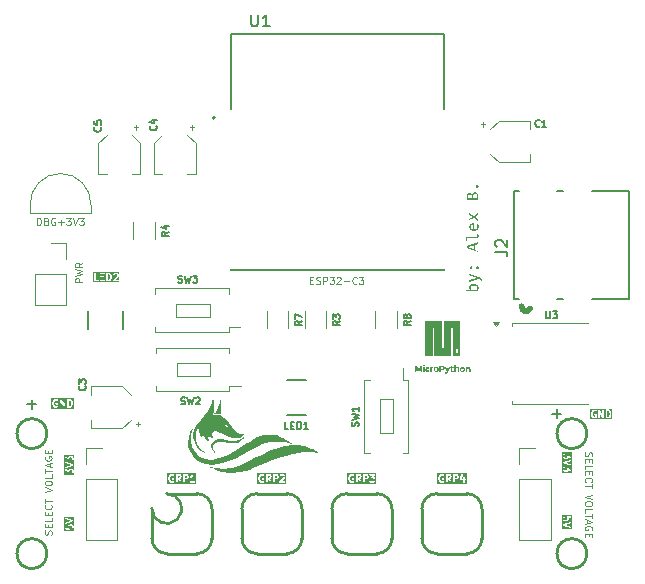
<source format=gbr>
%TF.GenerationSoftware,KiCad,Pcbnew,8.0.4*%
%TF.CreationDate,2024-08-06T00:30:12-04:00*%
%TF.ProjectId,ESP32-C3-BreadBoardAdapter,45535033-322d-4433-932d-427265616442,rev?*%
%TF.SameCoordinates,Original*%
%TF.FileFunction,Legend,Top*%
%TF.FilePolarity,Positive*%
%FSLAX46Y46*%
G04 Gerber Fmt 4.6, Leading zero omitted, Abs format (unit mm)*
G04 Created by KiCad (PCBNEW 8.0.4) date 2024-08-06 00:30:12*
%MOMM*%
%LPD*%
G01*
G04 APERTURE LIST*
%ADD10C,0.250000*%
%ADD11C,0.100000*%
%ADD12C,0.150000*%
%ADD13C,0.120000*%
%ADD14C,0.200000*%
%ADD15C,0.000000*%
%ADD16C,0.152400*%
%ADD17C,0.508000*%
%ADD18C,0.127000*%
G04 APERTURE END LIST*
D10*
X115010000Y-95000000D02*
G75*
G02*
X112470000Y-95000000I-1270000J0D01*
G01*
X112470000Y-95000000D02*
G75*
G02*
X115010000Y-95000000I1270000J0D01*
G01*
X125170000Y-89920000D02*
G75*
G02*
X123900000Y-91190000I0J-1270000D01*
G01*
X132790000Y-89920000D02*
X135330000Y-89920000D01*
X148030000Y-95000000D02*
X150570000Y-95000000D01*
X140410000Y-95000000D02*
X142950000Y-95000000D01*
X151840000Y-93730000D02*
G75*
G02*
X150570000Y-95000000I-1270000J0D01*
G01*
X142950000Y-89920000D02*
G75*
G02*
X144220000Y-91190000I0J-1270000D01*
G01*
X140410000Y-95000000D02*
G75*
G02*
X139140000Y-93730000I0J1270000D01*
G01*
X136600000Y-93730000D02*
G75*
G02*
X135330000Y-95000000I-1270000J0D01*
G01*
X139140000Y-91190000D02*
G75*
G02*
X140410000Y-89920000I1270000J0D01*
G01*
X148030000Y-89920000D02*
X150570000Y-89920000D01*
X131520000Y-91190000D02*
G75*
G02*
X132790000Y-89920000I1270000J0D01*
G01*
X132790000Y-95000000D02*
G75*
G02*
X131520000Y-93730000I0J1270000D01*
G01*
X146760000Y-93730000D02*
X146760000Y-91190000D01*
X139140000Y-93730000D02*
X139140000Y-91190000D01*
X140410000Y-89920000D02*
X142950000Y-89920000D01*
X131520000Y-93730000D02*
X131520000Y-91190000D01*
X136600000Y-93730000D02*
X136600000Y-91190000D01*
X160730000Y-95000000D02*
G75*
G02*
X158190000Y-95000000I-1270000J0D01*
G01*
X158190000Y-95000000D02*
G75*
G02*
X160730000Y-95000000I1270000J0D01*
G01*
X127710000Y-89920000D02*
G75*
G02*
X128980000Y-91190000I0J-1270000D01*
G01*
X132790000Y-95000000D02*
X135330000Y-95000000D01*
X115010000Y-84840000D02*
G75*
G02*
X112470000Y-84840000I-1270000J0D01*
G01*
X112470000Y-84840000D02*
G75*
G02*
X115010000Y-84840000I1270000J0D01*
G01*
X160730000Y-84840000D02*
G75*
G02*
X158190000Y-84840000I-1270000J0D01*
G01*
X158190000Y-84840000D02*
G75*
G02*
X160730000Y-84840000I1270000J0D01*
G01*
X125170000Y-89920000D02*
X127710000Y-89920000D01*
X135330000Y-89920000D02*
G75*
G02*
X136600000Y-91190000I0J-1270000D01*
G01*
X148030000Y-95000000D02*
G75*
G02*
X146760000Y-93730000I0J1270000D01*
G01*
X150570000Y-89920000D02*
G75*
G02*
X151840000Y-91190000I0J-1270000D01*
G01*
X125170000Y-95000000D02*
X127710000Y-95000000D01*
X144220000Y-93730000D02*
G75*
G02*
X142950000Y-95000000I-1270000J0D01*
G01*
X123900000Y-93730000D02*
X123900000Y-91190000D01*
X128980000Y-93730000D02*
G75*
G02*
X127710000Y-95000000I-1270000J0D01*
G01*
X144220000Y-93730000D02*
X144220000Y-91190000D01*
X146760000Y-91190000D02*
G75*
G02*
X148030000Y-89920000I1270000J0D01*
G01*
X151840000Y-93730000D02*
X151840000Y-91190000D01*
X125170000Y-95000000D02*
G75*
G02*
X123900000Y-93730000I0J1270000D01*
G01*
X128980000Y-93730000D02*
X128980000Y-91190000D01*
D11*
X114182857Y-67172371D02*
X114182857Y-66572371D01*
X114182857Y-66572371D02*
X114325714Y-66572371D01*
X114325714Y-66572371D02*
X114411428Y-66600942D01*
X114411428Y-66600942D02*
X114468571Y-66658085D01*
X114468571Y-66658085D02*
X114497142Y-66715228D01*
X114497142Y-66715228D02*
X114525714Y-66829514D01*
X114525714Y-66829514D02*
X114525714Y-66915228D01*
X114525714Y-66915228D02*
X114497142Y-67029514D01*
X114497142Y-67029514D02*
X114468571Y-67086657D01*
X114468571Y-67086657D02*
X114411428Y-67143800D01*
X114411428Y-67143800D02*
X114325714Y-67172371D01*
X114325714Y-67172371D02*
X114182857Y-67172371D01*
X114982857Y-66858085D02*
X115068571Y-66886657D01*
X115068571Y-66886657D02*
X115097142Y-66915228D01*
X115097142Y-66915228D02*
X115125714Y-66972371D01*
X115125714Y-66972371D02*
X115125714Y-67058085D01*
X115125714Y-67058085D02*
X115097142Y-67115228D01*
X115097142Y-67115228D02*
X115068571Y-67143800D01*
X115068571Y-67143800D02*
X115011428Y-67172371D01*
X115011428Y-67172371D02*
X114782857Y-67172371D01*
X114782857Y-67172371D02*
X114782857Y-66572371D01*
X114782857Y-66572371D02*
X114982857Y-66572371D01*
X114982857Y-66572371D02*
X115040000Y-66600942D01*
X115040000Y-66600942D02*
X115068571Y-66629514D01*
X115068571Y-66629514D02*
X115097142Y-66686657D01*
X115097142Y-66686657D02*
X115097142Y-66743800D01*
X115097142Y-66743800D02*
X115068571Y-66800942D01*
X115068571Y-66800942D02*
X115040000Y-66829514D01*
X115040000Y-66829514D02*
X114982857Y-66858085D01*
X114982857Y-66858085D02*
X114782857Y-66858085D01*
X115697142Y-66600942D02*
X115640000Y-66572371D01*
X115640000Y-66572371D02*
X115554285Y-66572371D01*
X115554285Y-66572371D02*
X115468571Y-66600942D01*
X115468571Y-66600942D02*
X115411428Y-66658085D01*
X115411428Y-66658085D02*
X115382857Y-66715228D01*
X115382857Y-66715228D02*
X115354285Y-66829514D01*
X115354285Y-66829514D02*
X115354285Y-66915228D01*
X115354285Y-66915228D02*
X115382857Y-67029514D01*
X115382857Y-67029514D02*
X115411428Y-67086657D01*
X115411428Y-67086657D02*
X115468571Y-67143800D01*
X115468571Y-67143800D02*
X115554285Y-67172371D01*
X115554285Y-67172371D02*
X115611428Y-67172371D01*
X115611428Y-67172371D02*
X115697142Y-67143800D01*
X115697142Y-67143800D02*
X115725714Y-67115228D01*
X115725714Y-67115228D02*
X115725714Y-66915228D01*
X115725714Y-66915228D02*
X115611428Y-66915228D01*
X115982857Y-66943800D02*
X116440000Y-66943800D01*
X116211428Y-67172371D02*
X116211428Y-66715228D01*
X116668571Y-66572371D02*
X117039999Y-66572371D01*
X117039999Y-66572371D02*
X116839999Y-66800942D01*
X116839999Y-66800942D02*
X116925714Y-66800942D01*
X116925714Y-66800942D02*
X116982857Y-66829514D01*
X116982857Y-66829514D02*
X117011428Y-66858085D01*
X117011428Y-66858085D02*
X117039999Y-66915228D01*
X117039999Y-66915228D02*
X117039999Y-67058085D01*
X117039999Y-67058085D02*
X117011428Y-67115228D01*
X117011428Y-67115228D02*
X116982857Y-67143800D01*
X116982857Y-67143800D02*
X116925714Y-67172371D01*
X116925714Y-67172371D02*
X116754285Y-67172371D01*
X116754285Y-67172371D02*
X116697142Y-67143800D01*
X116697142Y-67143800D02*
X116668571Y-67115228D01*
X117211428Y-66572371D02*
X117411428Y-67172371D01*
X117411428Y-67172371D02*
X117611428Y-66572371D01*
X117754286Y-66572371D02*
X118125714Y-66572371D01*
X118125714Y-66572371D02*
X117925714Y-66800942D01*
X117925714Y-66800942D02*
X118011429Y-66800942D01*
X118011429Y-66800942D02*
X118068572Y-66829514D01*
X118068572Y-66829514D02*
X118097143Y-66858085D01*
X118097143Y-66858085D02*
X118125714Y-66915228D01*
X118125714Y-66915228D02*
X118125714Y-67058085D01*
X118125714Y-67058085D02*
X118097143Y-67115228D01*
X118097143Y-67115228D02*
X118068572Y-67143800D01*
X118068572Y-67143800D02*
X118011429Y-67172371D01*
X118011429Y-67172371D02*
X117840000Y-67172371D01*
X117840000Y-67172371D02*
X117782857Y-67143800D01*
X117782857Y-67143800D02*
X117754286Y-67115228D01*
D12*
G36*
X133858428Y-88409980D02*
G01*
X133869788Y-88421340D01*
X133885000Y-88451762D01*
X133885000Y-88502065D01*
X133869789Y-88532486D01*
X133858430Y-88543845D01*
X133828008Y-88559057D01*
X133692143Y-88559057D01*
X133692143Y-88394771D01*
X133828010Y-88394771D01*
X133858428Y-88409980D01*
G37*
G36*
X134458428Y-88409980D02*
G01*
X134469788Y-88421340D01*
X134485000Y-88451762D01*
X134485000Y-88502065D01*
X134469789Y-88532486D01*
X134458430Y-88543845D01*
X134428008Y-88559057D01*
X134292143Y-88559057D01*
X134292143Y-88394771D01*
X134428010Y-88394771D01*
X134458428Y-88409980D01*
G37*
G36*
X135281428Y-89069771D02*
G01*
X132838571Y-89069771D01*
X132838571Y-88576914D01*
X132913571Y-88576914D01*
X132913571Y-88662628D01*
X132913822Y-88665181D01*
X132913660Y-88666274D01*
X132914469Y-88671747D01*
X132915012Y-88677260D01*
X132915434Y-88678281D01*
X132915810Y-88680818D01*
X132944382Y-88795104D01*
X132944767Y-88796183D01*
X132944806Y-88796723D01*
X132947133Y-88802804D01*
X132949329Y-88808950D01*
X132949651Y-88809385D01*
X132950061Y-88810455D01*
X132978632Y-88867598D01*
X132982596Y-88873897D01*
X132983354Y-88875725D01*
X132985042Y-88877781D01*
X132986464Y-88880041D01*
X132987962Y-88881340D01*
X132992681Y-88887090D01*
X133049824Y-88944233D01*
X133061189Y-88953560D01*
X133063679Y-88954591D01*
X133065715Y-88956357D01*
X133079140Y-88962351D01*
X133164854Y-88990922D01*
X133172107Y-88992571D01*
X133173939Y-88993330D01*
X133176593Y-88993591D01*
X133179191Y-88994182D01*
X133181165Y-88994041D01*
X133188571Y-88994771D01*
X133245714Y-88994771D01*
X133253119Y-88994041D01*
X133255094Y-88994182D01*
X133257691Y-88993591D01*
X133260346Y-88993330D01*
X133262177Y-88992571D01*
X133269431Y-88990922D01*
X133355144Y-88962351D01*
X133368570Y-88956357D01*
X133370605Y-88954591D01*
X133373096Y-88953560D01*
X133384461Y-88944233D01*
X133413033Y-88915661D01*
X133422361Y-88904296D01*
X133432407Y-88880041D01*
X133433559Y-88877260D01*
X133435000Y-88862628D01*
X133435000Y-88662628D01*
X133433559Y-88647996D01*
X133422360Y-88620960D01*
X133401668Y-88600268D01*
X133374632Y-88589069D01*
X133360000Y-88587628D01*
X133245714Y-88587628D01*
X133231082Y-88589069D01*
X133204046Y-88600268D01*
X133183354Y-88620960D01*
X133172155Y-88647996D01*
X133172155Y-88677260D01*
X133183354Y-88704296D01*
X133204046Y-88724988D01*
X133231082Y-88736187D01*
X133245714Y-88737628D01*
X133285000Y-88737628D01*
X133285000Y-88827619D01*
X133233544Y-88844771D01*
X133200740Y-88844771D01*
X133143371Y-88825648D01*
X133107352Y-88789629D01*
X133087908Y-88750739D01*
X133063571Y-88653393D01*
X133063571Y-88586148D01*
X133087908Y-88488802D01*
X133107352Y-88449912D01*
X133143371Y-88413894D01*
X133200740Y-88394771D01*
X133256581Y-88394771D01*
X133297887Y-88415424D01*
X133311619Y-88420679D01*
X133340809Y-88422753D01*
X133368570Y-88413499D01*
X133390678Y-88394326D01*
X133403765Y-88368151D01*
X133405839Y-88338961D01*
X133399443Y-88319771D01*
X133542143Y-88319771D01*
X133542143Y-88919771D01*
X133543584Y-88934403D01*
X133554783Y-88961439D01*
X133575475Y-88982131D01*
X133602511Y-88993330D01*
X133631775Y-88993330D01*
X133658811Y-88982131D01*
X133679503Y-88961439D01*
X133690702Y-88934403D01*
X133692143Y-88919771D01*
X133692143Y-88709057D01*
X133720951Y-88709057D01*
X133898557Y-88962780D01*
X133908129Y-88973941D01*
X133932807Y-88989667D01*
X133961625Y-88994753D01*
X133990196Y-88988423D01*
X134014170Y-88971642D01*
X134029897Y-88946963D01*
X134034982Y-88918145D01*
X134028652Y-88889574D01*
X134021442Y-88876761D01*
X133893515Y-88694008D01*
X133936398Y-88672567D01*
X133942694Y-88668603D01*
X133944525Y-88667845D01*
X133946586Y-88666153D01*
X133948841Y-88664734D01*
X133950137Y-88663238D01*
X133955890Y-88658518D01*
X133984461Y-88629947D01*
X133989181Y-88624194D01*
X133990677Y-88622898D01*
X133992096Y-88620643D01*
X133993788Y-88618582D01*
X133994546Y-88616751D01*
X133998510Y-88610455D01*
X134027082Y-88553313D01*
X134032337Y-88539581D01*
X134032528Y-88536891D01*
X134033559Y-88534403D01*
X134035000Y-88519771D01*
X134035000Y-88434057D01*
X134033559Y-88419425D01*
X134032528Y-88416936D01*
X134032337Y-88414247D01*
X134027082Y-88400515D01*
X133998510Y-88343373D01*
X133994547Y-88337078D01*
X133993789Y-88335247D01*
X133992095Y-88333183D01*
X133990677Y-88330930D01*
X133989182Y-88329633D01*
X133984462Y-88323882D01*
X133980351Y-88319771D01*
X134142143Y-88319771D01*
X134142143Y-88919771D01*
X134143584Y-88934403D01*
X134154783Y-88961439D01*
X134175475Y-88982131D01*
X134202511Y-88993330D01*
X134231775Y-88993330D01*
X134258811Y-88982131D01*
X134279503Y-88961439D01*
X134290702Y-88934403D01*
X134292143Y-88919771D01*
X134292143Y-88905139D01*
X134686441Y-88905139D01*
X134686441Y-88934403D01*
X134697640Y-88961439D01*
X134718332Y-88982131D01*
X134745368Y-88993330D01*
X134760000Y-88994771D01*
X135131428Y-88994771D01*
X135146060Y-88993330D01*
X135173096Y-88982131D01*
X135193788Y-88961439D01*
X135204987Y-88934403D01*
X135204987Y-88905139D01*
X135193788Y-88878103D01*
X135173096Y-88857411D01*
X135146060Y-88846212D01*
X135131428Y-88844771D01*
X134941066Y-88844771D01*
X135155890Y-88629947D01*
X135165217Y-88618582D01*
X135166248Y-88616091D01*
X135168014Y-88614056D01*
X135174008Y-88600631D01*
X135202579Y-88514917D01*
X135204228Y-88507663D01*
X135204987Y-88505832D01*
X135205248Y-88503177D01*
X135205839Y-88500580D01*
X135205698Y-88498605D01*
X135206428Y-88491200D01*
X135206428Y-88434057D01*
X135204987Y-88419425D01*
X135203955Y-88416935D01*
X135203765Y-88414249D01*
X135198510Y-88400517D01*
X135169939Y-88343373D01*
X135165976Y-88337077D01*
X135165218Y-88335247D01*
X135163526Y-88333185D01*
X135162107Y-88330931D01*
X135160611Y-88329634D01*
X135155891Y-88323882D01*
X135127320Y-88295310D01*
X135121568Y-88290589D01*
X135120270Y-88289092D01*
X135118014Y-88287672D01*
X135115955Y-88285982D01*
X135114124Y-88285223D01*
X135107827Y-88281260D01*
X135050684Y-88252689D01*
X135036952Y-88247434D01*
X135034264Y-88247243D01*
X135031775Y-88246212D01*
X135017143Y-88244771D01*
X134874286Y-88244771D01*
X134859654Y-88246212D01*
X134857164Y-88247243D01*
X134854478Y-88247434D01*
X134840746Y-88252689D01*
X134783602Y-88281260D01*
X134777308Y-88285221D01*
X134775475Y-88285981D01*
X134773411Y-88287674D01*
X134771160Y-88289092D01*
X134769863Y-88290586D01*
X134764110Y-88295309D01*
X134735538Y-88323881D01*
X134726211Y-88335246D01*
X134715012Y-88362283D01*
X134715012Y-88391545D01*
X134726211Y-88418582D01*
X134746903Y-88439274D01*
X134773940Y-88450473D01*
X134803202Y-88450473D01*
X134830239Y-88439274D01*
X134841604Y-88429947D01*
X134861569Y-88409981D01*
X134891991Y-88394771D01*
X134999439Y-88394771D01*
X135029857Y-88409980D01*
X135041217Y-88421340D01*
X135056428Y-88451761D01*
X135056428Y-88479031D01*
X135037305Y-88536400D01*
X134706967Y-88866738D01*
X134697640Y-88878103D01*
X134686441Y-88905139D01*
X134292143Y-88905139D01*
X134292143Y-88709057D01*
X134445714Y-88709057D01*
X134460346Y-88707616D01*
X134462834Y-88706585D01*
X134465524Y-88706394D01*
X134479255Y-88701139D01*
X134536398Y-88672567D01*
X134542694Y-88668603D01*
X134544525Y-88667845D01*
X134546586Y-88666153D01*
X134548841Y-88664734D01*
X134550137Y-88663238D01*
X134555890Y-88658518D01*
X134584461Y-88629947D01*
X134589181Y-88624194D01*
X134590677Y-88622898D01*
X134592096Y-88620643D01*
X134593788Y-88618582D01*
X134594546Y-88616751D01*
X134598510Y-88610455D01*
X134627082Y-88553313D01*
X134632337Y-88539581D01*
X134632528Y-88536891D01*
X134633559Y-88534403D01*
X134635000Y-88519771D01*
X134635000Y-88434057D01*
X134633559Y-88419425D01*
X134632528Y-88416936D01*
X134632337Y-88414247D01*
X134627082Y-88400515D01*
X134598510Y-88343373D01*
X134594547Y-88337078D01*
X134593789Y-88335247D01*
X134592095Y-88333183D01*
X134590677Y-88330930D01*
X134589182Y-88329633D01*
X134584462Y-88323882D01*
X134555891Y-88295310D01*
X134550139Y-88290589D01*
X134548841Y-88289092D01*
X134546585Y-88287672D01*
X134544526Y-88285982D01*
X134542695Y-88285223D01*
X134536398Y-88281260D01*
X134479255Y-88252689D01*
X134465523Y-88247434D01*
X134462835Y-88247243D01*
X134460346Y-88246212D01*
X134445714Y-88244771D01*
X134217143Y-88244771D01*
X134202511Y-88246212D01*
X134175475Y-88257411D01*
X134154783Y-88278103D01*
X134143584Y-88305139D01*
X134142143Y-88319771D01*
X133980351Y-88319771D01*
X133955891Y-88295310D01*
X133950139Y-88290589D01*
X133948841Y-88289092D01*
X133946585Y-88287672D01*
X133944526Y-88285982D01*
X133942695Y-88285223D01*
X133936398Y-88281260D01*
X133879255Y-88252689D01*
X133865523Y-88247434D01*
X133862835Y-88247243D01*
X133860346Y-88246212D01*
X133845714Y-88244771D01*
X133617143Y-88244771D01*
X133602511Y-88246212D01*
X133575475Y-88257411D01*
X133554783Y-88278103D01*
X133543584Y-88305139D01*
X133542143Y-88319771D01*
X133399443Y-88319771D01*
X133396586Y-88311200D01*
X133377412Y-88289093D01*
X133364969Y-88281260D01*
X133307827Y-88252689D01*
X133294095Y-88247434D01*
X133291407Y-88247243D01*
X133288918Y-88246212D01*
X133274286Y-88244771D01*
X133188571Y-88244771D01*
X133181165Y-88245500D01*
X133179191Y-88245360D01*
X133176593Y-88245950D01*
X133173939Y-88246212D01*
X133172107Y-88246970D01*
X133164854Y-88248620D01*
X133079140Y-88277191D01*
X133065715Y-88283185D01*
X133063679Y-88284950D01*
X133061189Y-88285982D01*
X133049824Y-88295309D01*
X132992681Y-88352452D01*
X132987962Y-88358201D01*
X132986464Y-88359501D01*
X132985042Y-88361760D01*
X132983354Y-88363817D01*
X132982596Y-88365644D01*
X132978632Y-88371944D01*
X132950061Y-88429087D01*
X132949651Y-88430156D01*
X132949329Y-88430592D01*
X132947133Y-88436737D01*
X132944806Y-88442819D01*
X132944767Y-88443358D01*
X132944382Y-88444438D01*
X132915810Y-88558724D01*
X132915434Y-88561260D01*
X132915012Y-88562282D01*
X132914469Y-88567794D01*
X132913660Y-88573268D01*
X132913822Y-88574360D01*
X132913571Y-88576914D01*
X132838571Y-88576914D01*
X132838571Y-88169771D01*
X135281428Y-88169771D01*
X135281428Y-89069771D01*
G37*
D11*
X160596200Y-86414285D02*
X160567628Y-86500000D01*
X160567628Y-86500000D02*
X160567628Y-86642857D01*
X160567628Y-86642857D02*
X160596200Y-86700000D01*
X160596200Y-86700000D02*
X160624771Y-86728571D01*
X160624771Y-86728571D02*
X160681914Y-86757142D01*
X160681914Y-86757142D02*
X160739057Y-86757142D01*
X160739057Y-86757142D02*
X160796200Y-86728571D01*
X160796200Y-86728571D02*
X160824771Y-86700000D01*
X160824771Y-86700000D02*
X160853342Y-86642857D01*
X160853342Y-86642857D02*
X160881914Y-86528571D01*
X160881914Y-86528571D02*
X160910485Y-86471428D01*
X160910485Y-86471428D02*
X160939057Y-86442857D01*
X160939057Y-86442857D02*
X160996200Y-86414285D01*
X160996200Y-86414285D02*
X161053342Y-86414285D01*
X161053342Y-86414285D02*
X161110485Y-86442857D01*
X161110485Y-86442857D02*
X161139057Y-86471428D01*
X161139057Y-86471428D02*
X161167628Y-86528571D01*
X161167628Y-86528571D02*
X161167628Y-86671428D01*
X161167628Y-86671428D02*
X161139057Y-86757142D01*
X160881914Y-87014286D02*
X160881914Y-87214286D01*
X160567628Y-87300000D02*
X160567628Y-87014286D01*
X160567628Y-87014286D02*
X161167628Y-87014286D01*
X161167628Y-87014286D02*
X161167628Y-87300000D01*
X160567628Y-87842857D02*
X160567628Y-87557143D01*
X160567628Y-87557143D02*
X161167628Y-87557143D01*
X160881914Y-88042857D02*
X160881914Y-88242857D01*
X160567628Y-88328571D02*
X160567628Y-88042857D01*
X160567628Y-88042857D02*
X161167628Y-88042857D01*
X161167628Y-88042857D02*
X161167628Y-88328571D01*
X160624771Y-88928571D02*
X160596200Y-88899999D01*
X160596200Y-88899999D02*
X160567628Y-88814285D01*
X160567628Y-88814285D02*
X160567628Y-88757142D01*
X160567628Y-88757142D02*
X160596200Y-88671428D01*
X160596200Y-88671428D02*
X160653342Y-88614285D01*
X160653342Y-88614285D02*
X160710485Y-88585714D01*
X160710485Y-88585714D02*
X160824771Y-88557142D01*
X160824771Y-88557142D02*
X160910485Y-88557142D01*
X160910485Y-88557142D02*
X161024771Y-88585714D01*
X161024771Y-88585714D02*
X161081914Y-88614285D01*
X161081914Y-88614285D02*
X161139057Y-88671428D01*
X161139057Y-88671428D02*
X161167628Y-88757142D01*
X161167628Y-88757142D02*
X161167628Y-88814285D01*
X161167628Y-88814285D02*
X161139057Y-88899999D01*
X161139057Y-88899999D02*
X161110485Y-88928571D01*
X161167628Y-89099999D02*
X161167628Y-89442857D01*
X160567628Y-89271428D02*
X161167628Y-89271428D01*
X161167628Y-90014285D02*
X160567628Y-90214285D01*
X160567628Y-90214285D02*
X161167628Y-90414285D01*
X161167628Y-90728571D02*
X161167628Y-90842857D01*
X161167628Y-90842857D02*
X161139057Y-90900000D01*
X161139057Y-90900000D02*
X161081914Y-90957143D01*
X161081914Y-90957143D02*
X160967628Y-90985714D01*
X160967628Y-90985714D02*
X160767628Y-90985714D01*
X160767628Y-90985714D02*
X160653342Y-90957143D01*
X160653342Y-90957143D02*
X160596200Y-90900000D01*
X160596200Y-90900000D02*
X160567628Y-90842857D01*
X160567628Y-90842857D02*
X160567628Y-90728571D01*
X160567628Y-90728571D02*
X160596200Y-90671429D01*
X160596200Y-90671429D02*
X160653342Y-90614286D01*
X160653342Y-90614286D02*
X160767628Y-90585714D01*
X160767628Y-90585714D02*
X160967628Y-90585714D01*
X160967628Y-90585714D02*
X161081914Y-90614286D01*
X161081914Y-90614286D02*
X161139057Y-90671429D01*
X161139057Y-90671429D02*
X161167628Y-90728571D01*
X160567628Y-91528571D02*
X160567628Y-91242857D01*
X160567628Y-91242857D02*
X161167628Y-91242857D01*
X161167628Y-91642856D02*
X161167628Y-91985714D01*
X160567628Y-91814285D02*
X161167628Y-91814285D01*
X160739057Y-92157142D02*
X160739057Y-92442857D01*
X160567628Y-92099999D02*
X161167628Y-92299999D01*
X161167628Y-92299999D02*
X160567628Y-92499999D01*
X161139057Y-93014285D02*
X161167628Y-92957143D01*
X161167628Y-92957143D02*
X161167628Y-92871428D01*
X161167628Y-92871428D02*
X161139057Y-92785714D01*
X161139057Y-92785714D02*
X161081914Y-92728571D01*
X161081914Y-92728571D02*
X161024771Y-92700000D01*
X161024771Y-92700000D02*
X160910485Y-92671428D01*
X160910485Y-92671428D02*
X160824771Y-92671428D01*
X160824771Y-92671428D02*
X160710485Y-92700000D01*
X160710485Y-92700000D02*
X160653342Y-92728571D01*
X160653342Y-92728571D02*
X160596200Y-92785714D01*
X160596200Y-92785714D02*
X160567628Y-92871428D01*
X160567628Y-92871428D02*
X160567628Y-92928571D01*
X160567628Y-92928571D02*
X160596200Y-93014285D01*
X160596200Y-93014285D02*
X160624771Y-93042857D01*
X160624771Y-93042857D02*
X160824771Y-93042857D01*
X160824771Y-93042857D02*
X160824771Y-92928571D01*
X160881914Y-93300000D02*
X160881914Y-93500000D01*
X160567628Y-93585714D02*
X160567628Y-93300000D01*
X160567628Y-93300000D02*
X161167628Y-93300000D01*
X161167628Y-93300000D02*
X161167628Y-93585714D01*
D12*
G36*
X141478428Y-88409980D02*
G01*
X141489788Y-88421340D01*
X141505000Y-88451762D01*
X141505000Y-88502065D01*
X141489789Y-88532486D01*
X141478430Y-88543845D01*
X141448008Y-88559057D01*
X141312143Y-88559057D01*
X141312143Y-88394771D01*
X141448010Y-88394771D01*
X141478428Y-88409980D01*
G37*
G36*
X142078428Y-88409980D02*
G01*
X142089788Y-88421340D01*
X142105000Y-88451762D01*
X142105000Y-88502065D01*
X142089789Y-88532486D01*
X142078430Y-88543845D01*
X142048008Y-88559057D01*
X141912143Y-88559057D01*
X141912143Y-88394771D01*
X142048010Y-88394771D01*
X142078428Y-88409980D01*
G37*
G36*
X142901428Y-89069771D02*
G01*
X140458571Y-89069771D01*
X140458571Y-88576914D01*
X140533571Y-88576914D01*
X140533571Y-88662628D01*
X140533822Y-88665181D01*
X140533660Y-88666274D01*
X140534469Y-88671747D01*
X140535012Y-88677260D01*
X140535434Y-88678281D01*
X140535810Y-88680818D01*
X140564382Y-88795104D01*
X140564767Y-88796183D01*
X140564806Y-88796723D01*
X140567133Y-88802804D01*
X140569329Y-88808950D01*
X140569651Y-88809385D01*
X140570061Y-88810455D01*
X140598632Y-88867598D01*
X140602596Y-88873897D01*
X140603354Y-88875725D01*
X140605042Y-88877781D01*
X140606464Y-88880041D01*
X140607962Y-88881340D01*
X140612681Y-88887090D01*
X140669824Y-88944233D01*
X140681189Y-88953560D01*
X140683679Y-88954591D01*
X140685715Y-88956357D01*
X140699140Y-88962351D01*
X140784854Y-88990922D01*
X140792107Y-88992571D01*
X140793939Y-88993330D01*
X140796593Y-88993591D01*
X140799191Y-88994182D01*
X140801165Y-88994041D01*
X140808571Y-88994771D01*
X140865714Y-88994771D01*
X140873119Y-88994041D01*
X140875094Y-88994182D01*
X140877691Y-88993591D01*
X140880346Y-88993330D01*
X140882177Y-88992571D01*
X140889431Y-88990922D01*
X140975144Y-88962351D01*
X140988570Y-88956357D01*
X140990605Y-88954591D01*
X140993096Y-88953560D01*
X141004461Y-88944233D01*
X141033033Y-88915661D01*
X141042361Y-88904296D01*
X141052820Y-88879044D01*
X141053559Y-88877260D01*
X141055000Y-88862628D01*
X141055000Y-88662628D01*
X141053559Y-88647996D01*
X141042360Y-88620960D01*
X141021668Y-88600268D01*
X140994632Y-88589069D01*
X140980000Y-88587628D01*
X140865714Y-88587628D01*
X140851082Y-88589069D01*
X140824046Y-88600268D01*
X140803354Y-88620960D01*
X140792155Y-88647996D01*
X140792155Y-88677260D01*
X140803354Y-88704296D01*
X140824046Y-88724988D01*
X140851082Y-88736187D01*
X140865714Y-88737628D01*
X140905000Y-88737628D01*
X140905000Y-88827619D01*
X140853544Y-88844771D01*
X140820740Y-88844771D01*
X140763371Y-88825648D01*
X140727352Y-88789629D01*
X140707908Y-88750739D01*
X140683571Y-88653393D01*
X140683571Y-88586148D01*
X140707908Y-88488802D01*
X140727352Y-88449912D01*
X140763371Y-88413894D01*
X140820740Y-88394771D01*
X140876581Y-88394771D01*
X140917887Y-88415424D01*
X140931619Y-88420679D01*
X140960809Y-88422753D01*
X140988570Y-88413499D01*
X141010678Y-88394326D01*
X141023765Y-88368151D01*
X141025839Y-88338961D01*
X141019443Y-88319771D01*
X141162143Y-88319771D01*
X141162143Y-88919771D01*
X141163584Y-88934403D01*
X141174783Y-88961439D01*
X141195475Y-88982131D01*
X141222511Y-88993330D01*
X141251775Y-88993330D01*
X141278811Y-88982131D01*
X141299503Y-88961439D01*
X141310702Y-88934403D01*
X141312143Y-88919771D01*
X141312143Y-88709057D01*
X141340951Y-88709057D01*
X141518557Y-88962780D01*
X141528129Y-88973941D01*
X141552807Y-88989667D01*
X141581625Y-88994753D01*
X141610196Y-88988423D01*
X141634170Y-88971642D01*
X141649897Y-88946963D01*
X141654982Y-88918145D01*
X141648652Y-88889574D01*
X141641442Y-88876761D01*
X141513515Y-88694008D01*
X141556398Y-88672567D01*
X141562694Y-88668603D01*
X141564525Y-88667845D01*
X141566586Y-88666153D01*
X141568841Y-88664734D01*
X141570137Y-88663238D01*
X141575890Y-88658518D01*
X141604461Y-88629947D01*
X141609181Y-88624194D01*
X141610677Y-88622898D01*
X141612096Y-88620643D01*
X141613788Y-88618582D01*
X141614546Y-88616751D01*
X141618510Y-88610455D01*
X141647082Y-88553313D01*
X141652337Y-88539581D01*
X141652528Y-88536891D01*
X141653559Y-88534403D01*
X141655000Y-88519771D01*
X141655000Y-88434057D01*
X141653559Y-88419425D01*
X141652528Y-88416936D01*
X141652337Y-88414247D01*
X141647082Y-88400515D01*
X141618510Y-88343373D01*
X141614547Y-88337078D01*
X141613789Y-88335247D01*
X141612095Y-88333183D01*
X141610677Y-88330930D01*
X141609182Y-88329633D01*
X141604462Y-88323882D01*
X141600351Y-88319771D01*
X141762143Y-88319771D01*
X141762143Y-88919771D01*
X141763584Y-88934403D01*
X141774783Y-88961439D01*
X141795475Y-88982131D01*
X141822511Y-88993330D01*
X141851775Y-88993330D01*
X141878811Y-88982131D01*
X141899503Y-88961439D01*
X141910702Y-88934403D01*
X141912143Y-88919771D01*
X141912143Y-88709057D01*
X142065714Y-88709057D01*
X142080346Y-88707616D01*
X142082834Y-88706585D01*
X142085524Y-88706394D01*
X142099255Y-88701139D01*
X142156398Y-88672567D01*
X142162694Y-88668603D01*
X142164525Y-88667845D01*
X142166586Y-88666153D01*
X142168841Y-88664734D01*
X142170137Y-88663238D01*
X142175890Y-88658518D01*
X142204461Y-88629947D01*
X142209181Y-88624194D01*
X142210677Y-88622898D01*
X142212096Y-88620643D01*
X142213788Y-88618582D01*
X142214546Y-88616751D01*
X142218510Y-88610455D01*
X142247082Y-88553313D01*
X142252337Y-88539581D01*
X142252528Y-88536891D01*
X142253559Y-88534403D01*
X142255000Y-88519771D01*
X142255000Y-88434057D01*
X142253559Y-88419425D01*
X142252528Y-88416936D01*
X142252337Y-88414247D01*
X142247082Y-88400515D01*
X142218510Y-88343373D01*
X142214547Y-88337078D01*
X142213789Y-88335247D01*
X142212095Y-88333183D01*
X142210677Y-88330930D01*
X142209182Y-88329633D01*
X142204462Y-88323882D01*
X142185720Y-88305139D01*
X142306441Y-88305139D01*
X142306441Y-88334403D01*
X142317640Y-88361439D01*
X142338332Y-88382131D01*
X142365368Y-88393330D01*
X142380000Y-88394771D01*
X142586145Y-88394771D01*
X142494985Y-88498954D01*
X142490463Y-88505278D01*
X142489068Y-88506674D01*
X142488519Y-88507997D01*
X142486434Y-88510915D01*
X142482532Y-88522452D01*
X142477869Y-88533710D01*
X142477869Y-88536240D01*
X142477059Y-88538636D01*
X142477869Y-88550789D01*
X142477869Y-88562974D01*
X142478836Y-88565310D01*
X142479005Y-88567834D01*
X142484406Y-88578756D01*
X142489068Y-88590010D01*
X142490855Y-88591797D01*
X142491977Y-88594065D01*
X142501145Y-88602087D01*
X142509760Y-88610702D01*
X142512097Y-88611670D01*
X142514001Y-88613336D01*
X142525538Y-88617237D01*
X142536796Y-88621901D01*
X142540366Y-88622252D01*
X142541722Y-88622711D01*
X142543689Y-88622579D01*
X142551428Y-88623342D01*
X142619437Y-88623342D01*
X142649859Y-88638553D01*
X142661217Y-88649911D01*
X142676428Y-88680332D01*
X142676428Y-88787780D01*
X142661217Y-88818201D01*
X142649857Y-88829561D01*
X142619439Y-88844771D01*
X142483419Y-88844771D01*
X142452998Y-88829561D01*
X142433034Y-88809596D01*
X142421669Y-88800268D01*
X142394633Y-88789069D01*
X142365370Y-88789069D01*
X142338333Y-88800267D01*
X142317640Y-88820959D01*
X142306441Y-88847995D01*
X142306441Y-88877258D01*
X142317639Y-88904295D01*
X142326966Y-88915660D01*
X142355537Y-88944232D01*
X142361291Y-88948955D01*
X142362588Y-88950450D01*
X142364840Y-88951867D01*
X142366902Y-88953560D01*
X142368734Y-88954318D01*
X142375030Y-88958282D01*
X142432174Y-88986853D01*
X142445906Y-88992108D01*
X142448592Y-88992298D01*
X142451082Y-88993330D01*
X142465714Y-88994771D01*
X142637143Y-88994771D01*
X142651775Y-88993330D01*
X142654264Y-88992298D01*
X142656952Y-88992108D01*
X142670684Y-88986853D01*
X142727827Y-88958282D01*
X142734124Y-88954318D01*
X142735955Y-88953560D01*
X142738014Y-88951869D01*
X142740270Y-88950450D01*
X142741568Y-88948952D01*
X142747320Y-88944232D01*
X142775891Y-88915660D01*
X142780611Y-88909907D01*
X142782107Y-88908611D01*
X142783526Y-88906356D01*
X142785218Y-88904295D01*
X142785976Y-88902464D01*
X142789939Y-88896169D01*
X142818510Y-88839025D01*
X142823765Y-88825293D01*
X142823955Y-88822606D01*
X142824987Y-88820117D01*
X142826428Y-88805485D01*
X142826428Y-88662628D01*
X142824987Y-88647996D01*
X142823955Y-88645506D01*
X142823765Y-88642820D01*
X142818510Y-88629088D01*
X142789939Y-88571944D01*
X142785974Y-88565646D01*
X142785217Y-88563817D01*
X142783526Y-88561757D01*
X142782107Y-88559502D01*
X142780610Y-88558204D01*
X142775890Y-88552452D01*
X142747319Y-88523881D01*
X142741566Y-88519160D01*
X142740270Y-88517665D01*
X142738015Y-88516245D01*
X142735954Y-88514554D01*
X142734123Y-88513795D01*
X142727827Y-88509832D01*
X142697882Y-88494859D01*
X142807871Y-88369159D01*
X142812392Y-88362834D01*
X142813788Y-88361439D01*
X142814336Y-88360115D01*
X142816422Y-88357198D01*
X142820323Y-88345660D01*
X142824987Y-88334403D01*
X142824987Y-88331872D01*
X142825797Y-88329477D01*
X142824987Y-88317323D01*
X142824987Y-88305139D01*
X142824019Y-88302802D01*
X142823851Y-88300279D01*
X142818449Y-88289356D01*
X142813788Y-88278103D01*
X142812000Y-88276315D01*
X142810879Y-88274048D01*
X142801711Y-88266026D01*
X142793096Y-88257411D01*
X142790758Y-88256442D01*
X142788855Y-88254777D01*
X142777317Y-88250875D01*
X142766060Y-88246212D01*
X142762489Y-88245860D01*
X142761134Y-88245402D01*
X142759166Y-88245533D01*
X142751428Y-88244771D01*
X142380000Y-88244771D01*
X142365368Y-88246212D01*
X142338332Y-88257411D01*
X142317640Y-88278103D01*
X142306441Y-88305139D01*
X142185720Y-88305139D01*
X142175891Y-88295310D01*
X142170139Y-88290589D01*
X142168841Y-88289092D01*
X142166585Y-88287672D01*
X142164526Y-88285982D01*
X142162695Y-88285223D01*
X142156398Y-88281260D01*
X142099255Y-88252689D01*
X142085523Y-88247434D01*
X142082835Y-88247243D01*
X142080346Y-88246212D01*
X142065714Y-88244771D01*
X141837143Y-88244771D01*
X141822511Y-88246212D01*
X141795475Y-88257411D01*
X141774783Y-88278103D01*
X141763584Y-88305139D01*
X141762143Y-88319771D01*
X141600351Y-88319771D01*
X141575891Y-88295310D01*
X141570139Y-88290589D01*
X141568841Y-88289092D01*
X141566585Y-88287672D01*
X141564526Y-88285982D01*
X141562695Y-88285223D01*
X141556398Y-88281260D01*
X141499255Y-88252689D01*
X141485523Y-88247434D01*
X141482835Y-88247243D01*
X141480346Y-88246212D01*
X141465714Y-88244771D01*
X141237143Y-88244771D01*
X141222511Y-88246212D01*
X141195475Y-88257411D01*
X141174783Y-88278103D01*
X141163584Y-88305139D01*
X141162143Y-88319771D01*
X141019443Y-88319771D01*
X141016586Y-88311200D01*
X140997412Y-88289093D01*
X140984969Y-88281260D01*
X140927827Y-88252689D01*
X140914095Y-88247434D01*
X140911407Y-88247243D01*
X140908918Y-88246212D01*
X140894286Y-88244771D01*
X140808571Y-88244771D01*
X140801165Y-88245500D01*
X140799191Y-88245360D01*
X140796593Y-88245950D01*
X140793939Y-88246212D01*
X140792107Y-88246970D01*
X140784854Y-88248620D01*
X140699140Y-88277191D01*
X140685715Y-88283185D01*
X140683679Y-88284950D01*
X140681189Y-88285982D01*
X140669824Y-88295309D01*
X140612681Y-88352452D01*
X140607962Y-88358201D01*
X140606464Y-88359501D01*
X140605042Y-88361760D01*
X140603354Y-88363817D01*
X140602596Y-88365644D01*
X140598632Y-88371944D01*
X140570061Y-88429087D01*
X140569651Y-88430156D01*
X140569329Y-88430592D01*
X140567133Y-88436737D01*
X140564806Y-88442819D01*
X140564767Y-88443358D01*
X140564382Y-88444438D01*
X140535810Y-88558724D01*
X140535434Y-88561260D01*
X140535012Y-88562282D01*
X140534469Y-88567794D01*
X140533660Y-88573268D01*
X140533822Y-88574360D01*
X140533571Y-88576914D01*
X140458571Y-88576914D01*
X140458571Y-88169771D01*
X142901428Y-88169771D01*
X142901428Y-89069771D01*
G37*
G36*
X162585200Y-82963894D02*
G01*
X162621217Y-82999911D01*
X162640663Y-83038803D01*
X162665000Y-83136148D01*
X162665000Y-83203393D01*
X162640663Y-83300738D01*
X162621217Y-83339630D01*
X162585200Y-83375647D01*
X162527830Y-83394771D01*
X162472143Y-83394771D01*
X162472143Y-82944771D01*
X162527830Y-82944771D01*
X162585200Y-82963894D01*
G37*
G36*
X162890000Y-83619771D02*
G01*
X160990000Y-83619771D01*
X160990000Y-83126914D01*
X161065000Y-83126914D01*
X161065000Y-83212628D01*
X161065251Y-83215181D01*
X161065089Y-83216274D01*
X161065898Y-83221747D01*
X161066441Y-83227260D01*
X161066863Y-83228281D01*
X161067239Y-83230818D01*
X161095811Y-83345104D01*
X161096196Y-83346183D01*
X161096235Y-83346723D01*
X161098562Y-83352804D01*
X161100758Y-83358950D01*
X161101080Y-83359385D01*
X161101490Y-83360455D01*
X161130061Y-83417598D01*
X161134025Y-83423897D01*
X161134783Y-83425725D01*
X161136471Y-83427781D01*
X161137893Y-83430041D01*
X161139391Y-83431340D01*
X161144110Y-83437090D01*
X161201253Y-83494233D01*
X161212618Y-83503560D01*
X161215108Y-83504591D01*
X161217144Y-83506357D01*
X161230569Y-83512351D01*
X161316283Y-83540922D01*
X161323536Y-83542571D01*
X161325368Y-83543330D01*
X161328022Y-83543591D01*
X161330620Y-83544182D01*
X161332594Y-83544041D01*
X161340000Y-83544771D01*
X161397143Y-83544771D01*
X161404548Y-83544041D01*
X161406523Y-83544182D01*
X161409120Y-83543591D01*
X161411775Y-83543330D01*
X161413606Y-83542571D01*
X161420860Y-83540922D01*
X161506573Y-83512351D01*
X161519999Y-83506357D01*
X161522034Y-83504591D01*
X161524525Y-83503560D01*
X161535890Y-83494233D01*
X161564462Y-83465661D01*
X161573790Y-83454296D01*
X161583836Y-83430040D01*
X161584988Y-83427260D01*
X161586429Y-83412628D01*
X161586429Y-83212628D01*
X161584988Y-83197996D01*
X161573789Y-83170960D01*
X161553097Y-83150268D01*
X161526061Y-83139069D01*
X161511429Y-83137628D01*
X161397143Y-83137628D01*
X161382511Y-83139069D01*
X161355475Y-83150268D01*
X161334783Y-83170960D01*
X161323584Y-83197996D01*
X161323584Y-83227260D01*
X161334783Y-83254296D01*
X161355475Y-83274988D01*
X161382511Y-83286187D01*
X161397143Y-83287628D01*
X161436429Y-83287628D01*
X161436429Y-83377619D01*
X161384973Y-83394771D01*
X161352169Y-83394771D01*
X161294800Y-83375648D01*
X161258781Y-83339629D01*
X161239337Y-83300739D01*
X161215000Y-83203393D01*
X161215000Y-83136148D01*
X161239337Y-83038802D01*
X161258781Y-82999912D01*
X161294800Y-82963894D01*
X161352169Y-82944771D01*
X161408010Y-82944771D01*
X161449316Y-82965424D01*
X161463048Y-82970679D01*
X161492238Y-82972753D01*
X161519999Y-82963499D01*
X161542107Y-82944326D01*
X161555194Y-82918151D01*
X161557268Y-82888961D01*
X161550872Y-82869771D01*
X161693572Y-82869771D01*
X161693572Y-83469771D01*
X161695013Y-83484403D01*
X161706212Y-83511439D01*
X161726904Y-83532131D01*
X161753940Y-83543330D01*
X161783204Y-83543330D01*
X161810240Y-83532131D01*
X161830932Y-83511439D01*
X161842131Y-83484403D01*
X161843572Y-83469771D01*
X161843572Y-83152188D01*
X162046311Y-83506982D01*
X162048500Y-83510065D01*
X162049069Y-83511439D01*
X162050468Y-83512838D01*
X162054822Y-83518971D01*
X162062708Y-83525078D01*
X162069761Y-83532131D01*
X162074177Y-83533960D01*
X162077959Y-83536889D01*
X162087584Y-83539514D01*
X162096797Y-83543330D01*
X162101577Y-83543330D01*
X162106190Y-83544588D01*
X162116087Y-83543330D01*
X162126061Y-83543330D01*
X162130476Y-83541501D01*
X162135221Y-83540898D01*
X162143886Y-83535946D01*
X162153097Y-83532131D01*
X162156475Y-83528752D01*
X162160629Y-83526379D01*
X162166738Y-83518489D01*
X162173789Y-83511439D01*
X162175618Y-83507022D01*
X162178546Y-83503242D01*
X162181170Y-83493618D01*
X162184988Y-83484403D01*
X162185724Y-83476920D01*
X162186246Y-83475010D01*
X162186058Y-83473534D01*
X162186429Y-83469771D01*
X162186429Y-82869771D01*
X162322143Y-82869771D01*
X162322143Y-83469771D01*
X162323584Y-83484403D01*
X162334783Y-83511439D01*
X162355475Y-83532131D01*
X162382511Y-83543330D01*
X162397143Y-83544771D01*
X162540000Y-83544771D01*
X162547405Y-83544041D01*
X162549380Y-83544182D01*
X162551977Y-83543591D01*
X162554632Y-83543330D01*
X162556463Y-83542571D01*
X162563717Y-83540922D01*
X162649430Y-83512351D01*
X162662856Y-83506357D01*
X162664891Y-83504591D01*
X162667382Y-83503560D01*
X162678747Y-83494233D01*
X162735890Y-83437090D01*
X162740610Y-83431337D01*
X162742107Y-83430040D01*
X162743526Y-83427784D01*
X162745217Y-83425725D01*
X162745974Y-83423895D01*
X162749939Y-83417598D01*
X162778510Y-83360454D01*
X162778918Y-83359386D01*
X162779242Y-83358950D01*
X162781443Y-83352789D01*
X162783765Y-83346722D01*
X162783803Y-83346183D01*
X162784189Y-83345104D01*
X162812761Y-83230819D01*
X162813136Y-83228280D01*
X162813559Y-83227260D01*
X162814101Y-83221748D01*
X162814911Y-83216274D01*
X162814748Y-83215181D01*
X162815000Y-83212628D01*
X162815000Y-83126914D01*
X162814748Y-83124360D01*
X162814911Y-83123268D01*
X162814101Y-83117793D01*
X162813559Y-83112282D01*
X162813136Y-83111261D01*
X162812761Y-83108723D01*
X162784189Y-82994438D01*
X162783803Y-82993358D01*
X162783765Y-82992820D01*
X162781443Y-82986752D01*
X162779242Y-82980592D01*
X162778918Y-82980155D01*
X162778510Y-82979088D01*
X162749939Y-82921944D01*
X162745974Y-82915646D01*
X162745217Y-82913817D01*
X162743526Y-82911757D01*
X162742107Y-82909502D01*
X162740610Y-82908204D01*
X162735890Y-82902452D01*
X162678747Y-82845309D01*
X162667382Y-82835982D01*
X162664891Y-82834950D01*
X162662856Y-82833185D01*
X162649430Y-82827191D01*
X162563717Y-82798620D01*
X162556463Y-82796970D01*
X162554632Y-82796212D01*
X162551977Y-82795950D01*
X162549380Y-82795360D01*
X162547405Y-82795500D01*
X162540000Y-82794771D01*
X162397143Y-82794771D01*
X162382511Y-82796212D01*
X162355475Y-82807411D01*
X162334783Y-82828103D01*
X162323584Y-82855139D01*
X162322143Y-82869771D01*
X162186429Y-82869771D01*
X162184988Y-82855139D01*
X162173789Y-82828103D01*
X162153097Y-82807411D01*
X162126061Y-82796212D01*
X162096797Y-82796212D01*
X162069761Y-82807411D01*
X162049069Y-82828103D01*
X162037870Y-82855139D01*
X162036429Y-82869771D01*
X162036429Y-83187354D01*
X161833690Y-82832561D01*
X161831501Y-82829477D01*
X161830932Y-82828103D01*
X161829532Y-82826703D01*
X161825180Y-82820571D01*
X161817290Y-82814461D01*
X161810240Y-82807411D01*
X161805823Y-82805581D01*
X161802043Y-82802654D01*
X161792419Y-82800029D01*
X161783204Y-82796212D01*
X161778423Y-82796212D01*
X161773811Y-82794954D01*
X161763914Y-82796212D01*
X161753940Y-82796212D01*
X161749524Y-82798041D01*
X161744781Y-82798644D01*
X161736116Y-82803594D01*
X161726904Y-82807411D01*
X161723525Y-82810789D01*
X161719372Y-82813163D01*
X161713262Y-82821052D01*
X161706212Y-82828103D01*
X161704382Y-82832519D01*
X161701455Y-82836300D01*
X161698830Y-82845923D01*
X161695013Y-82855139D01*
X161694276Y-82862621D01*
X161693755Y-82864532D01*
X161693942Y-82866007D01*
X161693572Y-82869771D01*
X161550872Y-82869771D01*
X161548015Y-82861200D01*
X161528841Y-82839093D01*
X161516398Y-82831260D01*
X161459256Y-82802689D01*
X161445524Y-82797434D01*
X161442836Y-82797243D01*
X161440347Y-82796212D01*
X161425715Y-82794771D01*
X161340000Y-82794771D01*
X161332594Y-82795500D01*
X161330620Y-82795360D01*
X161328022Y-82795950D01*
X161325368Y-82796212D01*
X161323536Y-82796970D01*
X161316283Y-82798620D01*
X161230569Y-82827191D01*
X161217144Y-82833185D01*
X161215108Y-82834950D01*
X161212618Y-82835982D01*
X161201253Y-82845309D01*
X161144110Y-82902452D01*
X161139391Y-82908201D01*
X161137893Y-82909501D01*
X161136471Y-82911760D01*
X161134783Y-82913817D01*
X161134025Y-82915644D01*
X161130061Y-82921944D01*
X161101490Y-82979087D01*
X161101080Y-82980156D01*
X161100758Y-82980592D01*
X161098562Y-82986737D01*
X161096235Y-82992819D01*
X161096196Y-82993358D01*
X161095811Y-82994438D01*
X161067239Y-83108724D01*
X161066863Y-83111260D01*
X161066441Y-83112282D01*
X161065898Y-83117794D01*
X161065089Y-83123268D01*
X161065251Y-83124360D01*
X161065000Y-83126914D01*
X160990000Y-83126914D01*
X160990000Y-82719771D01*
X162890000Y-82719771D01*
X162890000Y-83619771D01*
G37*
D13*
G36*
X159495335Y-92912230D02*
G01*
X158642001Y-92912230D01*
X158642001Y-92581461D01*
X158708819Y-92581461D01*
X158710236Y-92585714D01*
X158708819Y-92589967D01*
X158717325Y-92606980D01*
X158723341Y-92625026D01*
X158727351Y-92627031D01*
X158729356Y-92631041D01*
X158749694Y-92642635D01*
X159349695Y-92842635D01*
X159372922Y-92845563D01*
X159413996Y-92825026D01*
X159428518Y-92781461D01*
X159407981Y-92740387D01*
X159387642Y-92728793D01*
X158958405Y-92585714D01*
X159387642Y-92442635D01*
X159407981Y-92431041D01*
X159428518Y-92389967D01*
X159413996Y-92346402D01*
X159372922Y-92325865D01*
X159349695Y-92328793D01*
X158749694Y-92528793D01*
X158729356Y-92540387D01*
X158727351Y-92544397D01*
X158723341Y-92546402D01*
X158717325Y-92564447D01*
X158708819Y-92581461D01*
X158642001Y-92581461D01*
X158642001Y-91957143D01*
X158708668Y-91957143D01*
X158708668Y-92100000D01*
X158709254Y-92102947D01*
X158708819Y-92104254D01*
X158711358Y-92113524D01*
X158713235Y-92122961D01*
X158714209Y-92123935D01*
X158715003Y-92126833D01*
X158743575Y-92183976D01*
X158749472Y-92191575D01*
X158754814Y-92199569D01*
X158783384Y-92228140D01*
X158791382Y-92233485D01*
X158798979Y-92239380D01*
X158856122Y-92267951D01*
X158859019Y-92268744D01*
X158859993Y-92269718D01*
X158869427Y-92271594D01*
X158878701Y-92274134D01*
X158880006Y-92273698D01*
X158882954Y-92274285D01*
X159025811Y-92274285D01*
X159028758Y-92273698D01*
X159030064Y-92274134D01*
X159039337Y-92271594D01*
X159048772Y-92269718D01*
X159049745Y-92268744D01*
X159052643Y-92267951D01*
X159109787Y-92239380D01*
X159117388Y-92233479D01*
X159125380Y-92228140D01*
X159153951Y-92199570D01*
X159159297Y-92191569D01*
X159165190Y-92183976D01*
X159193762Y-92126833D01*
X159194555Y-92123935D01*
X159195530Y-92122961D01*
X159197406Y-92113524D01*
X159199946Y-92104254D01*
X159199510Y-92102947D01*
X159200097Y-92100000D01*
X159200097Y-91957143D01*
X159199510Y-91954195D01*
X159199946Y-91952889D01*
X159197406Y-91943618D01*
X159197316Y-91943163D01*
X159308668Y-91954298D01*
X159308668Y-92185714D01*
X159313235Y-92208675D01*
X159345707Y-92241147D01*
X159391629Y-92241147D01*
X159424101Y-92208675D01*
X159428668Y-92185714D01*
X159428668Y-91900000D01*
X159425813Y-91885647D01*
X159426111Y-91882669D01*
X159424934Y-91881231D01*
X159424101Y-91877039D01*
X159409820Y-91862758D01*
X159397031Y-91847127D01*
X159392942Y-91845880D01*
X159391629Y-91844567D01*
X159388636Y-91844567D01*
X159374638Y-91840298D01*
X159088924Y-91811726D01*
X159065623Y-91813985D01*
X159063166Y-91815995D01*
X159059994Y-91815995D01*
X159045713Y-91830275D01*
X159030081Y-91843065D01*
X159029765Y-91846221D01*
X159027521Y-91848466D01*
X159027521Y-91868661D01*
X159025511Y-91888759D01*
X159027521Y-91891215D01*
X159027521Y-91894388D01*
X159040527Y-91913854D01*
X159062214Y-91935542D01*
X159080097Y-91971306D01*
X159080097Y-92085836D01*
X159062214Y-92121600D01*
X159047413Y-92136402D01*
X159011647Y-92154285D01*
X158897119Y-92154285D01*
X158861352Y-92136402D01*
X158846550Y-92121601D01*
X158828668Y-92085836D01*
X158828668Y-91971306D01*
X158846550Y-91935542D01*
X158868238Y-91913854D01*
X158881244Y-91894388D01*
X158881243Y-91848466D01*
X158848771Y-91815995D01*
X158802849Y-91815996D01*
X158783384Y-91829002D01*
X158754813Y-91857574D01*
X158749470Y-91865570D01*
X158743575Y-91873167D01*
X158715003Y-91930310D01*
X158714209Y-91933207D01*
X158713235Y-91934182D01*
X158711358Y-91943618D01*
X158708819Y-91952889D01*
X158709254Y-91954195D01*
X158708668Y-91957143D01*
X158642001Y-91957143D01*
X158642001Y-91745059D01*
X159495335Y-91745059D01*
X159495335Y-92912230D01*
G37*
D12*
G36*
X126238428Y-88409980D02*
G01*
X126249788Y-88421340D01*
X126265000Y-88451762D01*
X126265000Y-88502065D01*
X126249789Y-88532486D01*
X126238430Y-88543845D01*
X126208008Y-88559057D01*
X126072143Y-88559057D01*
X126072143Y-88394771D01*
X126208010Y-88394771D01*
X126238428Y-88409980D01*
G37*
G36*
X126838428Y-88409980D02*
G01*
X126849788Y-88421340D01*
X126865000Y-88451762D01*
X126865000Y-88502065D01*
X126849789Y-88532486D01*
X126838430Y-88543845D01*
X126808008Y-88559057D01*
X126672143Y-88559057D01*
X126672143Y-88394771D01*
X126808010Y-88394771D01*
X126838428Y-88409980D01*
G37*
G36*
X127659987Y-89069771D02*
G01*
X125218571Y-89069771D01*
X125218571Y-88576914D01*
X125293571Y-88576914D01*
X125293571Y-88662628D01*
X125293822Y-88665181D01*
X125293660Y-88666274D01*
X125294469Y-88671747D01*
X125295012Y-88677260D01*
X125295434Y-88678281D01*
X125295810Y-88680818D01*
X125324382Y-88795104D01*
X125324767Y-88796183D01*
X125324806Y-88796723D01*
X125327133Y-88802804D01*
X125329329Y-88808950D01*
X125329651Y-88809385D01*
X125330061Y-88810455D01*
X125358632Y-88867598D01*
X125362596Y-88873897D01*
X125363354Y-88875725D01*
X125365042Y-88877781D01*
X125366464Y-88880041D01*
X125367962Y-88881340D01*
X125372681Y-88887090D01*
X125429824Y-88944233D01*
X125441189Y-88953560D01*
X125443679Y-88954591D01*
X125445715Y-88956357D01*
X125459140Y-88962351D01*
X125544854Y-88990922D01*
X125552107Y-88992571D01*
X125553939Y-88993330D01*
X125556593Y-88993591D01*
X125559191Y-88994182D01*
X125561165Y-88994041D01*
X125568571Y-88994771D01*
X125625714Y-88994771D01*
X125633119Y-88994041D01*
X125635094Y-88994182D01*
X125637691Y-88993591D01*
X125640346Y-88993330D01*
X125642177Y-88992571D01*
X125649431Y-88990922D01*
X125735144Y-88962351D01*
X125748570Y-88956357D01*
X125750605Y-88954591D01*
X125753096Y-88953560D01*
X125764461Y-88944233D01*
X125793033Y-88915661D01*
X125802361Y-88904296D01*
X125812407Y-88880041D01*
X125813559Y-88877260D01*
X125815000Y-88862628D01*
X125815000Y-88662628D01*
X125813559Y-88647996D01*
X125802360Y-88620960D01*
X125781668Y-88600268D01*
X125754632Y-88589069D01*
X125740000Y-88587628D01*
X125625714Y-88587628D01*
X125611082Y-88589069D01*
X125584046Y-88600268D01*
X125563354Y-88620960D01*
X125552155Y-88647996D01*
X125552155Y-88677260D01*
X125563354Y-88704296D01*
X125584046Y-88724988D01*
X125611082Y-88736187D01*
X125625714Y-88737628D01*
X125665000Y-88737628D01*
X125665000Y-88827619D01*
X125613544Y-88844771D01*
X125580740Y-88844771D01*
X125523371Y-88825648D01*
X125487352Y-88789629D01*
X125467908Y-88750739D01*
X125443571Y-88653393D01*
X125443571Y-88586148D01*
X125467908Y-88488802D01*
X125487352Y-88449912D01*
X125523371Y-88413894D01*
X125580740Y-88394771D01*
X125636581Y-88394771D01*
X125677887Y-88415424D01*
X125691619Y-88420679D01*
X125720809Y-88422753D01*
X125748570Y-88413499D01*
X125770678Y-88394326D01*
X125783765Y-88368151D01*
X125785839Y-88338961D01*
X125779443Y-88319771D01*
X125922143Y-88319771D01*
X125922143Y-88919771D01*
X125923584Y-88934403D01*
X125934783Y-88961439D01*
X125955475Y-88982131D01*
X125982511Y-88993330D01*
X126011775Y-88993330D01*
X126038811Y-88982131D01*
X126059503Y-88961439D01*
X126070702Y-88934403D01*
X126072143Y-88919771D01*
X126072143Y-88709057D01*
X126100951Y-88709057D01*
X126278557Y-88962780D01*
X126288129Y-88973941D01*
X126312807Y-88989667D01*
X126341625Y-88994753D01*
X126370196Y-88988423D01*
X126394170Y-88971642D01*
X126409897Y-88946963D01*
X126414982Y-88918145D01*
X126408652Y-88889574D01*
X126401442Y-88876761D01*
X126273515Y-88694008D01*
X126316398Y-88672567D01*
X126322694Y-88668603D01*
X126324525Y-88667845D01*
X126326586Y-88666153D01*
X126328841Y-88664734D01*
X126330137Y-88663238D01*
X126335890Y-88658518D01*
X126364461Y-88629947D01*
X126369181Y-88624194D01*
X126370677Y-88622898D01*
X126372096Y-88620643D01*
X126373788Y-88618582D01*
X126374546Y-88616751D01*
X126378510Y-88610455D01*
X126407082Y-88553313D01*
X126412337Y-88539581D01*
X126412528Y-88536891D01*
X126413559Y-88534403D01*
X126415000Y-88519771D01*
X126415000Y-88434057D01*
X126413559Y-88419425D01*
X126412528Y-88416936D01*
X126412337Y-88414247D01*
X126407082Y-88400515D01*
X126378510Y-88343373D01*
X126374547Y-88337078D01*
X126373789Y-88335247D01*
X126372095Y-88333183D01*
X126370677Y-88330930D01*
X126369182Y-88329633D01*
X126364462Y-88323882D01*
X126360351Y-88319771D01*
X126522143Y-88319771D01*
X126522143Y-88919771D01*
X126523584Y-88934403D01*
X126534783Y-88961439D01*
X126555475Y-88982131D01*
X126582511Y-88993330D01*
X126611775Y-88993330D01*
X126638811Y-88982131D01*
X126659503Y-88961439D01*
X126670702Y-88934403D01*
X126672143Y-88919771D01*
X126672143Y-88709057D01*
X126825714Y-88709057D01*
X126840346Y-88707616D01*
X126842834Y-88706585D01*
X126845524Y-88706394D01*
X126859255Y-88701139D01*
X126916398Y-88672567D01*
X126922694Y-88668603D01*
X126924525Y-88667845D01*
X126926586Y-88666153D01*
X126928841Y-88664734D01*
X126930137Y-88663238D01*
X126935890Y-88658518D01*
X126964461Y-88629947D01*
X126969181Y-88624194D01*
X126970677Y-88622898D01*
X126972096Y-88620643D01*
X126973788Y-88618582D01*
X126974546Y-88616751D01*
X126978510Y-88610455D01*
X127007082Y-88553313D01*
X127012337Y-88539581D01*
X127012528Y-88536891D01*
X127013559Y-88534403D01*
X127015000Y-88519771D01*
X127015000Y-88481820D01*
X127094160Y-88481820D01*
X127096234Y-88511010D01*
X127109322Y-88537184D01*
X127131429Y-88556357D01*
X127159191Y-88565611D01*
X127188381Y-88563537D01*
X127202112Y-88558282D01*
X127259255Y-88529710D01*
X127265000Y-88526093D01*
X127265000Y-88844771D01*
X127168571Y-88844771D01*
X127153939Y-88846212D01*
X127126903Y-88857411D01*
X127106211Y-88878103D01*
X127095012Y-88905139D01*
X127095012Y-88934403D01*
X127106211Y-88961439D01*
X127126903Y-88982131D01*
X127153939Y-88993330D01*
X127168571Y-88994771D01*
X127511428Y-88994771D01*
X127526060Y-88993330D01*
X127553096Y-88982131D01*
X127573788Y-88961439D01*
X127584987Y-88934403D01*
X127584987Y-88905139D01*
X127573788Y-88878103D01*
X127553096Y-88857411D01*
X127526060Y-88846212D01*
X127511428Y-88844771D01*
X127415000Y-88844771D01*
X127415000Y-88319771D01*
X127414994Y-88319718D01*
X127415000Y-88319692D01*
X127414984Y-88319615D01*
X127413559Y-88305139D01*
X127410717Y-88298278D01*
X127409261Y-88290997D01*
X127405171Y-88284890D01*
X127402360Y-88278103D01*
X127397111Y-88272854D01*
X127392978Y-88266682D01*
X127386861Y-88262604D01*
X127381668Y-88257411D01*
X127374808Y-88254569D01*
X127368629Y-88250450D01*
X127361420Y-88249023D01*
X127354632Y-88246212D01*
X127347206Y-88246212D01*
X127339922Y-88244771D01*
X127332717Y-88246212D01*
X127325368Y-88246212D01*
X127318507Y-88249053D01*
X127311227Y-88250510D01*
X127305121Y-88254598D01*
X127298332Y-88257411D01*
X127293081Y-88262661D01*
X127286912Y-88266793D01*
X127277696Y-88278046D01*
X127277640Y-88278103D01*
X127277629Y-88278128D01*
X127277597Y-88278168D01*
X127224571Y-88357704D01*
X127181287Y-88400988D01*
X127135030Y-88424118D01*
X127122587Y-88431951D01*
X127103414Y-88454058D01*
X127094160Y-88481820D01*
X127015000Y-88481820D01*
X127015000Y-88434057D01*
X127013559Y-88419425D01*
X127012528Y-88416936D01*
X127012337Y-88414247D01*
X127007082Y-88400515D01*
X126978510Y-88343373D01*
X126974547Y-88337078D01*
X126973789Y-88335247D01*
X126972095Y-88333183D01*
X126970677Y-88330930D01*
X126969182Y-88329633D01*
X126964462Y-88323882D01*
X126935891Y-88295310D01*
X126930139Y-88290589D01*
X126928841Y-88289092D01*
X126926585Y-88287672D01*
X126924526Y-88285982D01*
X126922695Y-88285223D01*
X126916398Y-88281260D01*
X126859255Y-88252689D01*
X126845523Y-88247434D01*
X126842835Y-88247243D01*
X126840346Y-88246212D01*
X126825714Y-88244771D01*
X126597143Y-88244771D01*
X126582511Y-88246212D01*
X126555475Y-88257411D01*
X126534783Y-88278103D01*
X126523584Y-88305139D01*
X126522143Y-88319771D01*
X126360351Y-88319771D01*
X126335891Y-88295310D01*
X126330139Y-88290589D01*
X126328841Y-88289092D01*
X126326585Y-88287672D01*
X126324526Y-88285982D01*
X126322695Y-88285223D01*
X126316398Y-88281260D01*
X126259255Y-88252689D01*
X126245523Y-88247434D01*
X126242835Y-88247243D01*
X126240346Y-88246212D01*
X126225714Y-88244771D01*
X125997143Y-88244771D01*
X125982511Y-88246212D01*
X125955475Y-88257411D01*
X125934783Y-88278103D01*
X125923584Y-88305139D01*
X125922143Y-88319771D01*
X125779443Y-88319771D01*
X125776586Y-88311200D01*
X125757412Y-88289093D01*
X125744969Y-88281260D01*
X125687827Y-88252689D01*
X125674095Y-88247434D01*
X125671407Y-88247243D01*
X125668918Y-88246212D01*
X125654286Y-88244771D01*
X125568571Y-88244771D01*
X125561165Y-88245500D01*
X125559191Y-88245360D01*
X125556593Y-88245950D01*
X125553939Y-88246212D01*
X125552107Y-88246970D01*
X125544854Y-88248620D01*
X125459140Y-88277191D01*
X125445715Y-88283185D01*
X125443679Y-88284950D01*
X125441189Y-88285982D01*
X125429824Y-88295309D01*
X125372681Y-88352452D01*
X125367962Y-88358201D01*
X125366464Y-88359501D01*
X125365042Y-88361760D01*
X125363354Y-88363817D01*
X125362596Y-88365644D01*
X125358632Y-88371944D01*
X125330061Y-88429087D01*
X125329651Y-88430156D01*
X125329329Y-88430592D01*
X125327133Y-88436737D01*
X125324806Y-88442819D01*
X125324767Y-88443358D01*
X125324382Y-88444438D01*
X125295810Y-88558724D01*
X125295434Y-88561260D01*
X125295012Y-88562282D01*
X125294469Y-88567794D01*
X125293660Y-88573268D01*
X125293822Y-88574360D01*
X125293571Y-88576914D01*
X125218571Y-88576914D01*
X125218571Y-88169771D01*
X127659987Y-88169771D01*
X127659987Y-89069771D01*
G37*
D13*
G36*
X117337998Y-88364957D02*
G01*
X116484664Y-88364957D01*
X116484664Y-87871429D01*
X116551331Y-87871429D01*
X116551331Y-88242857D01*
X116555898Y-88265818D01*
X116588370Y-88298290D01*
X116634292Y-88298290D01*
X116666764Y-88265818D01*
X116671331Y-88242857D01*
X116671331Y-88003654D01*
X116800392Y-88116583D01*
X116815175Y-88125096D01*
X116816941Y-88126862D01*
X116818241Y-88126862D01*
X116820679Y-88128266D01*
X116841744Y-88126862D01*
X116862863Y-88126862D01*
X116864371Y-88125353D01*
X116866500Y-88125212D01*
X116880405Y-88109319D01*
X116895335Y-88094390D01*
X116895884Y-88091628D01*
X116896739Y-88090652D01*
X116896573Y-88088164D01*
X116899902Y-88071429D01*
X116899902Y-87999878D01*
X116917784Y-87964113D01*
X116932587Y-87949311D01*
X116968353Y-87931429D01*
X117082881Y-87931429D01*
X117118648Y-87949312D01*
X117133447Y-87964111D01*
X117151331Y-87999877D01*
X117151331Y-88142978D01*
X117133448Y-88178743D01*
X117111762Y-88200430D01*
X117098755Y-88219895D01*
X117098755Y-88265817D01*
X117131226Y-88298290D01*
X117177148Y-88298290D01*
X117196614Y-88285284D01*
X117225186Y-88256713D01*
X117230528Y-88248717D01*
X117236426Y-88241118D01*
X117264997Y-88183975D01*
X117265790Y-88181077D01*
X117266764Y-88180104D01*
X117268640Y-88170669D01*
X117271180Y-88161396D01*
X117270744Y-88160090D01*
X117271331Y-88157143D01*
X117271331Y-87985714D01*
X117270744Y-87982766D01*
X117271180Y-87981461D01*
X117268640Y-87972185D01*
X117266764Y-87962753D01*
X117265790Y-87961779D01*
X117264997Y-87958881D01*
X117236426Y-87901739D01*
X117230525Y-87894137D01*
X117225186Y-87886146D01*
X117196614Y-87857574D01*
X117188622Y-87852234D01*
X117181021Y-87846334D01*
X117123877Y-87817763D01*
X117120979Y-87816969D01*
X117120006Y-87815996D01*
X117110571Y-87814119D01*
X117101298Y-87811580D01*
X117099992Y-87812015D01*
X117097045Y-87811429D01*
X116954188Y-87811429D01*
X116951240Y-87812015D01*
X116949935Y-87811580D01*
X116940661Y-87814119D01*
X116931227Y-87815996D01*
X116930253Y-87816969D01*
X116927356Y-87817763D01*
X116870213Y-87846334D01*
X116862613Y-87852231D01*
X116854618Y-87857574D01*
X116826047Y-87886146D01*
X116820704Y-87894142D01*
X116814809Y-87901739D01*
X116791153Y-87949047D01*
X116650841Y-87826274D01*
X116636056Y-87817760D01*
X116634292Y-87815996D01*
X116632992Y-87815996D01*
X116630554Y-87814592D01*
X116609489Y-87815996D01*
X116588370Y-87815996D01*
X116586861Y-87817504D01*
X116584733Y-87817646D01*
X116570827Y-87833538D01*
X116555898Y-87848468D01*
X116555348Y-87851229D01*
X116554494Y-87852206D01*
X116554659Y-87854693D01*
X116551331Y-87871429D01*
X116484664Y-87871429D01*
X116484664Y-87304253D01*
X116551482Y-87304253D01*
X116572019Y-87345327D01*
X116592357Y-87356921D01*
X117021594Y-87500000D01*
X116592357Y-87643079D01*
X116572019Y-87654673D01*
X116551482Y-87695747D01*
X116566004Y-87739312D01*
X116607078Y-87759849D01*
X116630305Y-87756921D01*
X117230305Y-87556921D01*
X117250644Y-87545327D01*
X117252649Y-87541317D01*
X117256659Y-87539312D01*
X117262674Y-87521266D01*
X117271181Y-87504253D01*
X117269763Y-87500000D01*
X117271181Y-87495747D01*
X117262674Y-87478733D01*
X117256659Y-87460688D01*
X117252649Y-87458683D01*
X117250644Y-87454673D01*
X117230305Y-87443079D01*
X116630305Y-87243079D01*
X116607078Y-87240151D01*
X116566004Y-87260688D01*
X116551482Y-87304253D01*
X116484664Y-87304253D01*
X116484664Y-86785714D01*
X116551331Y-86785714D01*
X116551331Y-87157142D01*
X116555898Y-87180103D01*
X116588370Y-87212575D01*
X116634292Y-87212575D01*
X116666764Y-87180103D01*
X116671331Y-87157142D01*
X116671331Y-86917939D01*
X116800392Y-87030868D01*
X116815175Y-87039381D01*
X116816941Y-87041147D01*
X116818241Y-87041147D01*
X116820679Y-87042551D01*
X116841744Y-87041147D01*
X116862863Y-87041147D01*
X116864371Y-87039638D01*
X116866500Y-87039497D01*
X116880405Y-87023604D01*
X116895335Y-87008675D01*
X116895884Y-87005913D01*
X116896739Y-87004937D01*
X116896573Y-87002449D01*
X116899902Y-86985714D01*
X116899902Y-86914163D01*
X116917784Y-86878398D01*
X116932587Y-86863596D01*
X116968353Y-86845714D01*
X117082881Y-86845714D01*
X117118648Y-86863597D01*
X117133447Y-86878396D01*
X117151331Y-86914162D01*
X117151331Y-87057263D01*
X117133448Y-87093028D01*
X117111762Y-87114715D01*
X117098755Y-87134180D01*
X117098755Y-87180102D01*
X117131226Y-87212575D01*
X117177148Y-87212575D01*
X117196614Y-87199569D01*
X117225186Y-87170998D01*
X117230528Y-87163002D01*
X117236426Y-87155403D01*
X117264997Y-87098260D01*
X117265790Y-87095362D01*
X117266764Y-87094389D01*
X117268640Y-87084954D01*
X117271180Y-87075681D01*
X117270744Y-87074375D01*
X117271331Y-87071428D01*
X117271331Y-86899999D01*
X117270744Y-86897051D01*
X117271180Y-86895746D01*
X117268640Y-86886470D01*
X117266764Y-86877038D01*
X117265790Y-86876064D01*
X117264997Y-86873166D01*
X117236426Y-86816024D01*
X117230525Y-86808422D01*
X117225186Y-86800431D01*
X117196614Y-86771859D01*
X117188622Y-86766519D01*
X117181021Y-86760619D01*
X117123877Y-86732048D01*
X117120979Y-86731254D01*
X117120006Y-86730281D01*
X117110571Y-86728404D01*
X117101298Y-86725865D01*
X117099992Y-86726300D01*
X117097045Y-86725714D01*
X116954188Y-86725714D01*
X116951240Y-86726300D01*
X116949935Y-86725865D01*
X116940661Y-86728404D01*
X116931227Y-86730281D01*
X116930253Y-86731254D01*
X116927356Y-86732048D01*
X116870213Y-86760619D01*
X116862613Y-86766516D01*
X116854618Y-86771859D01*
X116826047Y-86800431D01*
X116820704Y-86808427D01*
X116814809Y-86816024D01*
X116791153Y-86863332D01*
X116650841Y-86740559D01*
X116636056Y-86732045D01*
X116634292Y-86730281D01*
X116632992Y-86730281D01*
X116630554Y-86728877D01*
X116609489Y-86730281D01*
X116588370Y-86730281D01*
X116586861Y-86731789D01*
X116584733Y-86731931D01*
X116570827Y-86747823D01*
X116555898Y-86762753D01*
X116555348Y-86765514D01*
X116554494Y-86766491D01*
X116554659Y-86768978D01*
X116551331Y-86785714D01*
X116484664Y-86785714D01*
X116484664Y-86659047D01*
X117337998Y-86659047D01*
X117337998Y-88364957D01*
G37*
D14*
X113359048Y-82371266D02*
X114120953Y-82371266D01*
X113740000Y-82752219D02*
X113740000Y-81990314D01*
D11*
X118012371Y-71999999D02*
X117412371Y-71999999D01*
X117412371Y-71999999D02*
X117412371Y-71771428D01*
X117412371Y-71771428D02*
X117440942Y-71714285D01*
X117440942Y-71714285D02*
X117469514Y-71685714D01*
X117469514Y-71685714D02*
X117526657Y-71657142D01*
X117526657Y-71657142D02*
X117612371Y-71657142D01*
X117612371Y-71657142D02*
X117669514Y-71685714D01*
X117669514Y-71685714D02*
X117698085Y-71714285D01*
X117698085Y-71714285D02*
X117726657Y-71771428D01*
X117726657Y-71771428D02*
X117726657Y-71999999D01*
X117412371Y-71457142D02*
X118012371Y-71314285D01*
X118012371Y-71314285D02*
X117583800Y-71199999D01*
X117583800Y-71199999D02*
X118012371Y-71085714D01*
X118012371Y-71085714D02*
X117412371Y-70942857D01*
X118012371Y-70371428D02*
X117726657Y-70571428D01*
X118012371Y-70714285D02*
X117412371Y-70714285D01*
X117412371Y-70714285D02*
X117412371Y-70485714D01*
X117412371Y-70485714D02*
X117440942Y-70428571D01*
X117440942Y-70428571D02*
X117469514Y-70400000D01*
X117469514Y-70400000D02*
X117526657Y-70371428D01*
X117526657Y-70371428D02*
X117612371Y-70371428D01*
X117612371Y-70371428D02*
X117669514Y-70400000D01*
X117669514Y-70400000D02*
X117698085Y-70428571D01*
X117698085Y-70428571D02*
X117726657Y-70485714D01*
X117726657Y-70485714D02*
X117726657Y-70714285D01*
X115383800Y-93385714D02*
X115412371Y-93300000D01*
X115412371Y-93300000D02*
X115412371Y-93157142D01*
X115412371Y-93157142D02*
X115383800Y-93100000D01*
X115383800Y-93100000D02*
X115355228Y-93071428D01*
X115355228Y-93071428D02*
X115298085Y-93042857D01*
X115298085Y-93042857D02*
X115240942Y-93042857D01*
X115240942Y-93042857D02*
X115183800Y-93071428D01*
X115183800Y-93071428D02*
X115155228Y-93100000D01*
X115155228Y-93100000D02*
X115126657Y-93157142D01*
X115126657Y-93157142D02*
X115098085Y-93271428D01*
X115098085Y-93271428D02*
X115069514Y-93328571D01*
X115069514Y-93328571D02*
X115040942Y-93357142D01*
X115040942Y-93357142D02*
X114983800Y-93385714D01*
X114983800Y-93385714D02*
X114926657Y-93385714D01*
X114926657Y-93385714D02*
X114869514Y-93357142D01*
X114869514Y-93357142D02*
X114840942Y-93328571D01*
X114840942Y-93328571D02*
X114812371Y-93271428D01*
X114812371Y-93271428D02*
X114812371Y-93128571D01*
X114812371Y-93128571D02*
X114840942Y-93042857D01*
X115098085Y-92785713D02*
X115098085Y-92585713D01*
X115412371Y-92499999D02*
X115412371Y-92785713D01*
X115412371Y-92785713D02*
X114812371Y-92785713D01*
X114812371Y-92785713D02*
X114812371Y-92499999D01*
X115412371Y-91957142D02*
X115412371Y-92242856D01*
X115412371Y-92242856D02*
X114812371Y-92242856D01*
X115098085Y-91757142D02*
X115098085Y-91557142D01*
X115412371Y-91471428D02*
X115412371Y-91757142D01*
X115412371Y-91757142D02*
X114812371Y-91757142D01*
X114812371Y-91757142D02*
X114812371Y-91471428D01*
X115355228Y-90871428D02*
X115383800Y-90900000D01*
X115383800Y-90900000D02*
X115412371Y-90985714D01*
X115412371Y-90985714D02*
X115412371Y-91042857D01*
X115412371Y-91042857D02*
X115383800Y-91128571D01*
X115383800Y-91128571D02*
X115326657Y-91185714D01*
X115326657Y-91185714D02*
X115269514Y-91214285D01*
X115269514Y-91214285D02*
X115155228Y-91242857D01*
X115155228Y-91242857D02*
X115069514Y-91242857D01*
X115069514Y-91242857D02*
X114955228Y-91214285D01*
X114955228Y-91214285D02*
X114898085Y-91185714D01*
X114898085Y-91185714D02*
X114840942Y-91128571D01*
X114840942Y-91128571D02*
X114812371Y-91042857D01*
X114812371Y-91042857D02*
X114812371Y-90985714D01*
X114812371Y-90985714D02*
X114840942Y-90900000D01*
X114840942Y-90900000D02*
X114869514Y-90871428D01*
X114812371Y-90700000D02*
X114812371Y-90357143D01*
X115412371Y-90528571D02*
X114812371Y-90528571D01*
X114812371Y-89785714D02*
X115412371Y-89585714D01*
X115412371Y-89585714D02*
X114812371Y-89385714D01*
X114812371Y-89071428D02*
X114812371Y-88957142D01*
X114812371Y-88957142D02*
X114840942Y-88899999D01*
X114840942Y-88899999D02*
X114898085Y-88842856D01*
X114898085Y-88842856D02*
X115012371Y-88814285D01*
X115012371Y-88814285D02*
X115212371Y-88814285D01*
X115212371Y-88814285D02*
X115326657Y-88842856D01*
X115326657Y-88842856D02*
X115383800Y-88899999D01*
X115383800Y-88899999D02*
X115412371Y-88957142D01*
X115412371Y-88957142D02*
X115412371Y-89071428D01*
X115412371Y-89071428D02*
X115383800Y-89128571D01*
X115383800Y-89128571D02*
X115326657Y-89185713D01*
X115326657Y-89185713D02*
X115212371Y-89214285D01*
X115212371Y-89214285D02*
X115012371Y-89214285D01*
X115012371Y-89214285D02*
X114898085Y-89185713D01*
X114898085Y-89185713D02*
X114840942Y-89128571D01*
X114840942Y-89128571D02*
X114812371Y-89071428D01*
X115412371Y-88271428D02*
X115412371Y-88557142D01*
X115412371Y-88557142D02*
X114812371Y-88557142D01*
X114812371Y-88157143D02*
X114812371Y-87814286D01*
X115412371Y-87985714D02*
X114812371Y-87985714D01*
X115240942Y-87642857D02*
X115240942Y-87357143D01*
X115412371Y-87700000D02*
X114812371Y-87500000D01*
X114812371Y-87500000D02*
X115412371Y-87300000D01*
X114840942Y-86785714D02*
X114812371Y-86842857D01*
X114812371Y-86842857D02*
X114812371Y-86928571D01*
X114812371Y-86928571D02*
X114840942Y-87014285D01*
X114840942Y-87014285D02*
X114898085Y-87071428D01*
X114898085Y-87071428D02*
X114955228Y-87099999D01*
X114955228Y-87099999D02*
X115069514Y-87128571D01*
X115069514Y-87128571D02*
X115155228Y-87128571D01*
X115155228Y-87128571D02*
X115269514Y-87099999D01*
X115269514Y-87099999D02*
X115326657Y-87071428D01*
X115326657Y-87071428D02*
X115383800Y-87014285D01*
X115383800Y-87014285D02*
X115412371Y-86928571D01*
X115412371Y-86928571D02*
X115412371Y-86871428D01*
X115412371Y-86871428D02*
X115383800Y-86785714D01*
X115383800Y-86785714D02*
X115355228Y-86757142D01*
X115355228Y-86757142D02*
X115155228Y-86757142D01*
X115155228Y-86757142D02*
X115155228Y-86871428D01*
X115098085Y-86499999D02*
X115098085Y-86299999D01*
X115412371Y-86214285D02*
X115412371Y-86499999D01*
X115412371Y-86499999D02*
X114812371Y-86499999D01*
X114812371Y-86499999D02*
X114812371Y-86214285D01*
G36*
X151220633Y-72171558D02*
G01*
X151274073Y-72177435D01*
X151324368Y-72187587D01*
X151371518Y-72202012D01*
X151377191Y-72204116D01*
X151424952Y-72225920D01*
X151466569Y-72252862D01*
X151505605Y-72288826D01*
X151519096Y-72304988D01*
X151546273Y-72349691D01*
X151563384Y-72400453D01*
X151570178Y-72451318D01*
X151570631Y-72469364D01*
X151566038Y-72524141D01*
X151552258Y-72573495D01*
X151529293Y-72617426D01*
X151497141Y-72655935D01*
X151474644Y-72675505D01*
X151555000Y-72684053D01*
X151555000Y-72789566D01*
X150481064Y-72789566D01*
X150465921Y-72668910D01*
X150896032Y-72668910D01*
X150855812Y-72636326D01*
X150823080Y-72599759D01*
X150805418Y-72573167D01*
X150784702Y-72526904D01*
X150774950Y-72479378D01*
X150873073Y-72479378D01*
X150879604Y-72528276D01*
X150901242Y-72575346D01*
X150912641Y-72590752D01*
X150946200Y-72626864D01*
X150985496Y-72659081D01*
X151000324Y-72668910D01*
X151373527Y-72668910D01*
X151411702Y-72637998D01*
X151443194Y-72597454D01*
X151444846Y-72594660D01*
X151464446Y-72548071D01*
X151470980Y-72498184D01*
X151465145Y-72448337D01*
X151444976Y-72401062D01*
X151410401Y-72362327D01*
X151397219Y-72352371D01*
X151349507Y-72327695D01*
X151296651Y-72312541D01*
X151242338Y-72304515D01*
X151189793Y-72301524D01*
X151171050Y-72301325D01*
X151117798Y-72302889D01*
X151054944Y-72309845D01*
X151001401Y-72322364D01*
X150947568Y-72345838D01*
X150908284Y-72378006D01*
X150880348Y-72428083D01*
X150873073Y-72479378D01*
X150774950Y-72479378D01*
X150774547Y-72477416D01*
X150773422Y-72453488D01*
X150777325Y-72399682D01*
X150789033Y-72352019D01*
X150811196Y-72306267D01*
X150822759Y-72290089D01*
X150857555Y-72254302D01*
X150900268Y-72225098D01*
X150945481Y-72204443D01*
X150961978Y-72198743D01*
X151014775Y-72184811D01*
X151065696Y-72176255D01*
X151120372Y-72171301D01*
X151171294Y-72169922D01*
X151220633Y-72171558D01*
G37*
G36*
X150789054Y-71299929D02*
G01*
X151559884Y-71565665D01*
X151607163Y-71583664D01*
X151651914Y-71604381D01*
X151698220Y-71630311D01*
X151702278Y-71632832D01*
X151744150Y-71663592D01*
X151780769Y-71700125D01*
X151809501Y-71738345D01*
X151832914Y-71782337D01*
X151850030Y-71833103D01*
X151860050Y-71884585D01*
X151862257Y-71902964D01*
X151765048Y-71921771D01*
X151754365Y-71871795D01*
X151737571Y-71822853D01*
X151724993Y-71798184D01*
X151694401Y-71757762D01*
X151656360Y-71726865D01*
X151613287Y-71703531D01*
X151566017Y-71684270D01*
X151555000Y-71680459D01*
X151555000Y-71720759D01*
X150789054Y-71984786D01*
X150789054Y-71855581D01*
X151462187Y-71638938D01*
X150789054Y-71424981D01*
X150789054Y-71299929D01*
G37*
G36*
X150921189Y-70898638D02*
G01*
X150871344Y-70888128D01*
X150838879Y-70865421D01*
X150811230Y-70822908D01*
X150804685Y-70783111D01*
X150814336Y-70734478D01*
X150838879Y-70699580D01*
X150881632Y-70672523D01*
X150921189Y-70666119D01*
X150971464Y-70676706D01*
X151004476Y-70699580D01*
X151032520Y-70742359D01*
X151039159Y-70783111D01*
X151028185Y-70833197D01*
X151004476Y-70865421D01*
X150961053Y-70892280D01*
X150921189Y-70898638D01*
G37*
G36*
X151452662Y-70898638D02*
G01*
X151403572Y-70888128D01*
X151370840Y-70865421D01*
X151342796Y-70822908D01*
X151336158Y-70783111D01*
X151345946Y-70734478D01*
X151370840Y-70699580D01*
X151413799Y-70672523D01*
X151452662Y-70666119D01*
X151500878Y-70675562D01*
X151536437Y-70699580D01*
X151564086Y-70742359D01*
X151570631Y-70783111D01*
X151559812Y-70833197D01*
X151536437Y-70865421D01*
X151492980Y-70892280D01*
X151452662Y-70898638D01*
G37*
G36*
X151555000Y-68789601D02*
G01*
X151295125Y-68868491D01*
X151295125Y-69259768D01*
X151555000Y-69338903D01*
X151555000Y-69461513D01*
X150554581Y-69140089D01*
X150554581Y-69063153D01*
X150668642Y-69063153D01*
X151195474Y-69227528D01*
X151195474Y-68900976D01*
X150668642Y-69063153D01*
X150554581Y-69063153D01*
X150554581Y-68980599D01*
X151555000Y-68658931D01*
X151555000Y-68789601D01*
G37*
G36*
X150476423Y-68191694D02*
G01*
X151366444Y-68191694D01*
X151415109Y-68183024D01*
X151447288Y-68157012D01*
X151466445Y-68111305D01*
X151470980Y-68066886D01*
X151466996Y-68017610D01*
X151463897Y-68001918D01*
X151449317Y-67953218D01*
X151444113Y-67939636D01*
X151533018Y-67907396D01*
X151550884Y-67954204D01*
X151559152Y-67983844D01*
X151567761Y-68032448D01*
X151570620Y-68083338D01*
X151570631Y-68086914D01*
X151566168Y-68140385D01*
X151552779Y-68187868D01*
X151527434Y-68233601D01*
X151514211Y-68249824D01*
X151474727Y-68282797D01*
X151426799Y-68303558D01*
X151376444Y-68311801D01*
X151358140Y-68312350D01*
X150576074Y-68312350D01*
X150576074Y-68544137D01*
X150476423Y-68544137D01*
X150476423Y-68191694D01*
G37*
G36*
X151193276Y-67020550D02*
G01*
X151211106Y-67022260D01*
X151211106Y-67530529D01*
X151266988Y-67525552D01*
X151315811Y-67514895D01*
X151362965Y-67495760D01*
X151404993Y-67465365D01*
X151408942Y-67461408D01*
X151441657Y-67418866D01*
X151462256Y-67371840D01*
X151470738Y-67320329D01*
X151470980Y-67309489D01*
X151467223Y-67257515D01*
X151454935Y-67207636D01*
X151453883Y-67204709D01*
X151432634Y-67157143D01*
X151407229Y-67114020D01*
X151403080Y-67107745D01*
X151483681Y-67051080D01*
X151511799Y-67092548D01*
X151534972Y-67138550D01*
X151547672Y-67171736D01*
X151560744Y-67218931D01*
X151568815Y-67271207D01*
X151570631Y-67310955D01*
X151567502Y-67364077D01*
X151558114Y-67413048D01*
X151540071Y-67463177D01*
X151520561Y-67498533D01*
X151489267Y-67539069D01*
X151451713Y-67573847D01*
X151407900Y-67602868D01*
X151380854Y-67616502D01*
X151334234Y-67634241D01*
X151284012Y-67646911D01*
X151230187Y-67654513D01*
X151180135Y-67657007D01*
X151172759Y-67657047D01*
X151123158Y-67655107D01*
X151069562Y-67648138D01*
X151019263Y-67636102D01*
X150972262Y-67618997D01*
X150966618Y-67616502D01*
X150918975Y-67590912D01*
X150877437Y-67560028D01*
X150842005Y-67523850D01*
X150824958Y-67501464D01*
X150800046Y-67457612D01*
X150783287Y-67409587D01*
X150774681Y-67357388D01*
X150773422Y-67326586D01*
X150773524Y-67325121D01*
X150873073Y-67325121D01*
X150878893Y-67374985D01*
X150898739Y-67423721D01*
X150929002Y-67462466D01*
X150932669Y-67466049D01*
X150976308Y-67496622D01*
X151026514Y-67515858D01*
X151079836Y-67526372D01*
X151117316Y-67529796D01*
X151117316Y-67135588D01*
X151067084Y-67138887D01*
X151016716Y-67148382D01*
X150969030Y-67166363D01*
X150934623Y-67188833D01*
X150899580Y-67227968D01*
X150879084Y-67275185D01*
X150873073Y-67325121D01*
X150773524Y-67325121D01*
X150777020Y-67275144D01*
X150790312Y-67220532D01*
X150813398Y-67171740D01*
X150846278Y-67128769D01*
X150875760Y-67101639D01*
X150916707Y-67073666D01*
X150962978Y-67051481D01*
X151014572Y-67035083D01*
X151071490Y-67024473D01*
X151122989Y-67020052D01*
X151155662Y-67019329D01*
X151193276Y-67020550D01*
G37*
G36*
X151555000Y-66691311D02*
G01*
X151555000Y-66829308D01*
X151151022Y-66549894D01*
X150789054Y-66794870D01*
X150789054Y-66651987D01*
X151074574Y-66476621D01*
X150789054Y-66299301D01*
X150789054Y-66161548D01*
X151145893Y-66405546D01*
X151555000Y-66127110D01*
X151555000Y-66274877D01*
X151226493Y-66481750D01*
X151555000Y-66691311D01*
G37*
G36*
X151324664Y-64416550D02*
G01*
X151374959Y-64429298D01*
X151407721Y-64444765D01*
X151448347Y-64474309D01*
X151481717Y-64510947D01*
X151494672Y-64530250D01*
X151517884Y-64575725D01*
X151535130Y-64625232D01*
X151541078Y-64649440D01*
X151549561Y-64699060D01*
X151554129Y-64749366D01*
X151555000Y-64783285D01*
X151555000Y-65049022D01*
X150554581Y-65049022D01*
X150554581Y-64805512D01*
X150555659Y-64777668D01*
X150654232Y-64777668D01*
X150654232Y-64924702D01*
X150986402Y-64924702D01*
X150986402Y-64765456D01*
X150985660Y-64755930D01*
X151086053Y-64755930D01*
X151086053Y-64924702D01*
X151455348Y-64924702D01*
X151455348Y-64761792D01*
X151451990Y-64712577D01*
X151441915Y-64662629D01*
X151422070Y-64616407D01*
X151389891Y-64578366D01*
X151345946Y-64553822D01*
X151294923Y-64544706D01*
X151276807Y-64544172D01*
X151224714Y-64548259D01*
X151176269Y-64563359D01*
X151159570Y-64573237D01*
X151122813Y-64609495D01*
X151102173Y-64650417D01*
X151090083Y-64700853D01*
X151086069Y-64752352D01*
X151086053Y-64755930D01*
X150985660Y-64755930D01*
X150982443Y-64714637D01*
X150967239Y-64664170D01*
X150945858Y-64630878D01*
X150904733Y-64600357D01*
X150857152Y-64586685D01*
X150815188Y-64583739D01*
X150765605Y-64588819D01*
X150719076Y-64608328D01*
X150691113Y-64635763D01*
X150668638Y-64680104D01*
X150657149Y-64730104D01*
X150654232Y-64777668D01*
X150555659Y-64777668D01*
X150556596Y-64753444D01*
X150562643Y-64702021D01*
X150566793Y-64678505D01*
X150579339Y-64629759D01*
X150599160Y-64581860D01*
X150607826Y-64565909D01*
X150636971Y-64525812D01*
X150673970Y-64493568D01*
X150685983Y-64485798D01*
X150733708Y-64465428D01*
X150782206Y-64457048D01*
X150809082Y-64456000D01*
X150858762Y-64460313D01*
X150907870Y-64476009D01*
X150919480Y-64482134D01*
X150960146Y-64512237D01*
X150991775Y-64550278D01*
X151014856Y-64593631D01*
X151029877Y-64639671D01*
X151042013Y-64589145D01*
X151059538Y-64542957D01*
X151064071Y-64533181D01*
X151090639Y-64491073D01*
X151126743Y-64455790D01*
X151138810Y-64446963D01*
X151184698Y-64424824D01*
X151237002Y-64414405D01*
X151271922Y-64412769D01*
X151324664Y-64416550D01*
G37*
G36*
X151444846Y-64023202D02*
G01*
X151394242Y-64013069D01*
X151356919Y-63987298D01*
X151328523Y-63944049D01*
X151320526Y-63897417D01*
X151329624Y-63847530D01*
X151356919Y-63806803D01*
X151399737Y-63778407D01*
X151444846Y-63770410D01*
X151493389Y-63779508D01*
X151533995Y-63806803D01*
X151561472Y-63847530D01*
X151570631Y-63897417D01*
X151561472Y-63946876D01*
X151533995Y-63987298D01*
X151490588Y-64015313D01*
X151444846Y-64023202D01*
G37*
D13*
G36*
X159495335Y-88140952D02*
G01*
X158642001Y-88140952D01*
X158642001Y-87728571D01*
X158708668Y-87728571D01*
X158708668Y-87900000D01*
X158709254Y-87902947D01*
X158708819Y-87904254D01*
X158711358Y-87913524D01*
X158713235Y-87922961D01*
X158714209Y-87923935D01*
X158715003Y-87926833D01*
X158743575Y-87983976D01*
X158749472Y-87991575D01*
X158754814Y-87999569D01*
X158783384Y-88028140D01*
X158791382Y-88033485D01*
X158798979Y-88039380D01*
X158856122Y-88067951D01*
X158859019Y-88068744D01*
X158859993Y-88069718D01*
X158869427Y-88071594D01*
X158878701Y-88074134D01*
X158880006Y-88073698D01*
X158882954Y-88074285D01*
X159025811Y-88074285D01*
X159028758Y-88073698D01*
X159030064Y-88074134D01*
X159039337Y-88071594D01*
X159048772Y-88069718D01*
X159049745Y-88068744D01*
X159052643Y-88067951D01*
X159109787Y-88039380D01*
X159117388Y-88033479D01*
X159125380Y-88028140D01*
X159153951Y-87999570D01*
X159159297Y-87991569D01*
X159165190Y-87983976D01*
X159188845Y-87936665D01*
X159329158Y-88059439D01*
X159343941Y-88067952D01*
X159345707Y-88069718D01*
X159347007Y-88069718D01*
X159349445Y-88071122D01*
X159370510Y-88069718D01*
X159391629Y-88069718D01*
X159393137Y-88068209D01*
X159395266Y-88068068D01*
X159409171Y-88052175D01*
X159424101Y-88037246D01*
X159424650Y-88034484D01*
X159425505Y-88033508D01*
X159425339Y-88031020D01*
X159428668Y-88014285D01*
X159428668Y-87642857D01*
X159424101Y-87619896D01*
X159391629Y-87587424D01*
X159345707Y-87587424D01*
X159313235Y-87619896D01*
X159308668Y-87642857D01*
X159308668Y-87882058D01*
X159179607Y-87769130D01*
X159164822Y-87760616D01*
X159163058Y-87758852D01*
X159161758Y-87758852D01*
X159159320Y-87757448D01*
X159138255Y-87758852D01*
X159117136Y-87758852D01*
X159115627Y-87760360D01*
X159113499Y-87760502D01*
X159099593Y-87776394D01*
X159084664Y-87791324D01*
X159084114Y-87794085D01*
X159083260Y-87795062D01*
X159083425Y-87797549D01*
X159080097Y-87814285D01*
X159080097Y-87885836D01*
X159062214Y-87921600D01*
X159047413Y-87936402D01*
X159011647Y-87954285D01*
X158897119Y-87954285D01*
X158861352Y-87936402D01*
X158846550Y-87921601D01*
X158828668Y-87885836D01*
X158828668Y-87742734D01*
X158846550Y-87706969D01*
X158868237Y-87685284D01*
X158881244Y-87665819D01*
X158881244Y-87619896D01*
X158848772Y-87587424D01*
X158802849Y-87587424D01*
X158783384Y-87600431D01*
X158754814Y-87629002D01*
X158749472Y-87636995D01*
X158743575Y-87644595D01*
X158715003Y-87701738D01*
X158714209Y-87704635D01*
X158713235Y-87705610D01*
X158711358Y-87715046D01*
X158708819Y-87724317D01*
X158709254Y-87725623D01*
X158708668Y-87728571D01*
X158642001Y-87728571D01*
X158642001Y-87295746D01*
X158708819Y-87295746D01*
X158710236Y-87299999D01*
X158708819Y-87304252D01*
X158717325Y-87321265D01*
X158723341Y-87339311D01*
X158727351Y-87341316D01*
X158729356Y-87345326D01*
X158749694Y-87356920D01*
X159349695Y-87556920D01*
X159372922Y-87559848D01*
X159413996Y-87539311D01*
X159428518Y-87495746D01*
X159407981Y-87454672D01*
X159387642Y-87443078D01*
X158958405Y-87299999D01*
X159387642Y-87156920D01*
X159407981Y-87145326D01*
X159428518Y-87104252D01*
X159413996Y-87060687D01*
X159372922Y-87040150D01*
X159349695Y-87043078D01*
X158749694Y-87243078D01*
X158729356Y-87254672D01*
X158727351Y-87258682D01*
X158723341Y-87260687D01*
X158717325Y-87278732D01*
X158708819Y-87295746D01*
X158642001Y-87295746D01*
X158642001Y-86642856D01*
X158708668Y-86642856D01*
X158708668Y-86814285D01*
X158709254Y-86817232D01*
X158708819Y-86818539D01*
X158711358Y-86827809D01*
X158713235Y-86837246D01*
X158714209Y-86838220D01*
X158715003Y-86841118D01*
X158743575Y-86898261D01*
X158749472Y-86905860D01*
X158754814Y-86913854D01*
X158783384Y-86942425D01*
X158791382Y-86947770D01*
X158798979Y-86953665D01*
X158856122Y-86982236D01*
X158859019Y-86983029D01*
X158859993Y-86984003D01*
X158869427Y-86985879D01*
X158878701Y-86988419D01*
X158880006Y-86987983D01*
X158882954Y-86988570D01*
X159025811Y-86988570D01*
X159028758Y-86987983D01*
X159030064Y-86988419D01*
X159039337Y-86985879D01*
X159048772Y-86984003D01*
X159049745Y-86983029D01*
X159052643Y-86982236D01*
X159109787Y-86953665D01*
X159117388Y-86947764D01*
X159125380Y-86942425D01*
X159153951Y-86913855D01*
X159159297Y-86905854D01*
X159165190Y-86898261D01*
X159188845Y-86850950D01*
X159329158Y-86973724D01*
X159343941Y-86982237D01*
X159345707Y-86984003D01*
X159347007Y-86984003D01*
X159349445Y-86985407D01*
X159370510Y-86984003D01*
X159391629Y-86984003D01*
X159393137Y-86982494D01*
X159395266Y-86982353D01*
X159409171Y-86966460D01*
X159424101Y-86951531D01*
X159424650Y-86948769D01*
X159425505Y-86947793D01*
X159425339Y-86945305D01*
X159428668Y-86928570D01*
X159428668Y-86557142D01*
X159424101Y-86534181D01*
X159391629Y-86501709D01*
X159345707Y-86501709D01*
X159313235Y-86534181D01*
X159308668Y-86557142D01*
X159308668Y-86796343D01*
X159179607Y-86683415D01*
X159164822Y-86674901D01*
X159163058Y-86673137D01*
X159161758Y-86673137D01*
X159159320Y-86671733D01*
X159138255Y-86673137D01*
X159117136Y-86673137D01*
X159115627Y-86674645D01*
X159113499Y-86674787D01*
X159099593Y-86690679D01*
X159084664Y-86705609D01*
X159084114Y-86708370D01*
X159083260Y-86709347D01*
X159083425Y-86711834D01*
X159080097Y-86728570D01*
X159080097Y-86800121D01*
X159062214Y-86835885D01*
X159047413Y-86850687D01*
X159011647Y-86868570D01*
X158897119Y-86868570D01*
X158861352Y-86850687D01*
X158846550Y-86835886D01*
X158828668Y-86800121D01*
X158828668Y-86657019D01*
X158846550Y-86621254D01*
X158868237Y-86599569D01*
X158881244Y-86580104D01*
X158881244Y-86534181D01*
X158848772Y-86501709D01*
X158802849Y-86501709D01*
X158783384Y-86514716D01*
X158754814Y-86543287D01*
X158749472Y-86551280D01*
X158743575Y-86558880D01*
X158715003Y-86616023D01*
X158714209Y-86618920D01*
X158713235Y-86619895D01*
X158711358Y-86629331D01*
X158708819Y-86638602D01*
X158709254Y-86639908D01*
X158708668Y-86642856D01*
X158642001Y-86642856D01*
X158642001Y-86435042D01*
X159495335Y-86435042D01*
X159495335Y-88140952D01*
G37*
G36*
X117337998Y-93054940D02*
G01*
X116484664Y-93054940D01*
X116484664Y-92614285D01*
X116551331Y-92614285D01*
X116551331Y-92899999D01*
X116554185Y-92914351D01*
X116553888Y-92917330D01*
X116555064Y-92918767D01*
X116555898Y-92922960D01*
X116570178Y-92937240D01*
X116582968Y-92952872D01*
X116587056Y-92954118D01*
X116588370Y-92955432D01*
X116591363Y-92955432D01*
X116605361Y-92959701D01*
X116891075Y-92988273D01*
X116914376Y-92986014D01*
X116916832Y-92984003D01*
X116920005Y-92984004D01*
X116934283Y-92969725D01*
X116949918Y-92956934D01*
X116950233Y-92953776D01*
X116952477Y-92951533D01*
X116952477Y-92931342D01*
X116954488Y-92911240D01*
X116952477Y-92908783D01*
X116952478Y-92905611D01*
X116939472Y-92886145D01*
X116917784Y-92864457D01*
X116899902Y-92828692D01*
X116899902Y-92714163D01*
X116917784Y-92678398D01*
X116932587Y-92663596D01*
X116968353Y-92645714D01*
X117082881Y-92645714D01*
X117118648Y-92663597D01*
X117133447Y-92678396D01*
X117151331Y-92714162D01*
X117151331Y-92828693D01*
X117133447Y-92864459D01*
X117111762Y-92886145D01*
X117098755Y-92905610D01*
X117098755Y-92951532D01*
X117131227Y-92984004D01*
X117177149Y-92984004D01*
X117196614Y-92970997D01*
X117225186Y-92942425D01*
X117230525Y-92934433D01*
X117236426Y-92926832D01*
X117264997Y-92869690D01*
X117265790Y-92866791D01*
X117266764Y-92865818D01*
X117268640Y-92856385D01*
X117271180Y-92847110D01*
X117270744Y-92845804D01*
X117271331Y-92842857D01*
X117271331Y-92699999D01*
X117270744Y-92697051D01*
X117271180Y-92695746D01*
X117268640Y-92686470D01*
X117266764Y-92677038D01*
X117265790Y-92676064D01*
X117264997Y-92673166D01*
X117236426Y-92616024D01*
X117230525Y-92608422D01*
X117225186Y-92600431D01*
X117196614Y-92571859D01*
X117188622Y-92566519D01*
X117181021Y-92560619D01*
X117123877Y-92532048D01*
X117120979Y-92531254D01*
X117120006Y-92530281D01*
X117110571Y-92528404D01*
X117101298Y-92525865D01*
X117099992Y-92526300D01*
X117097045Y-92525714D01*
X116954188Y-92525714D01*
X116951240Y-92526300D01*
X116949935Y-92525865D01*
X116940661Y-92528404D01*
X116931227Y-92530281D01*
X116930253Y-92531254D01*
X116927356Y-92532048D01*
X116870213Y-92560619D01*
X116862613Y-92566516D01*
X116854618Y-92571859D01*
X116826047Y-92600431D01*
X116820704Y-92608427D01*
X116814809Y-92616024D01*
X116786237Y-92673165D01*
X116785443Y-92676063D01*
X116784469Y-92677038D01*
X116782592Y-92686472D01*
X116780053Y-92695745D01*
X116780488Y-92697051D01*
X116779902Y-92699999D01*
X116779902Y-92842857D01*
X116780488Y-92845804D01*
X116780053Y-92847111D01*
X116782592Y-92856383D01*
X116782682Y-92856835D01*
X116671331Y-92845700D01*
X116671331Y-92614285D01*
X116666764Y-92591324D01*
X116634292Y-92558852D01*
X116588370Y-92558852D01*
X116555898Y-92591324D01*
X116551331Y-92614285D01*
X116484664Y-92614285D01*
X116484664Y-92018538D01*
X116551482Y-92018538D01*
X116572019Y-92059612D01*
X116592357Y-92071206D01*
X117021594Y-92214285D01*
X116592357Y-92357364D01*
X116572019Y-92368958D01*
X116551482Y-92410032D01*
X116566004Y-92453597D01*
X116607078Y-92474134D01*
X116630305Y-92471206D01*
X117230305Y-92271206D01*
X117250644Y-92259612D01*
X117252649Y-92255602D01*
X117256659Y-92253597D01*
X117262674Y-92235551D01*
X117271181Y-92218538D01*
X117269763Y-92214285D01*
X117271181Y-92210032D01*
X117262674Y-92193018D01*
X117256659Y-92174973D01*
X117252649Y-92172968D01*
X117250644Y-92168958D01*
X117230305Y-92157364D01*
X116630305Y-91957364D01*
X116607078Y-91954436D01*
X116566004Y-91974973D01*
X116551482Y-92018538D01*
X116484664Y-92018538D01*
X116484664Y-91887769D01*
X117337998Y-91887769D01*
X117337998Y-93054940D01*
G37*
D12*
G36*
X116985200Y-82063894D02*
G01*
X117021217Y-82099911D01*
X117040663Y-82138803D01*
X117065000Y-82236148D01*
X117065000Y-82303393D01*
X117040663Y-82400738D01*
X117021217Y-82439630D01*
X116985200Y-82475647D01*
X116927830Y-82494771D01*
X116872143Y-82494771D01*
X116872143Y-82044771D01*
X116927830Y-82044771D01*
X116985200Y-82063894D01*
G37*
G36*
X117290000Y-82719771D02*
G01*
X115390000Y-82719771D01*
X115390000Y-82226914D01*
X115465000Y-82226914D01*
X115465000Y-82312628D01*
X115465251Y-82315181D01*
X115465089Y-82316274D01*
X115465898Y-82321747D01*
X115466441Y-82327260D01*
X115466863Y-82328281D01*
X115467239Y-82330818D01*
X115495811Y-82445104D01*
X115496196Y-82446183D01*
X115496235Y-82446723D01*
X115498562Y-82452804D01*
X115500758Y-82458950D01*
X115501080Y-82459385D01*
X115501490Y-82460455D01*
X115530061Y-82517598D01*
X115534025Y-82523897D01*
X115534783Y-82525725D01*
X115536471Y-82527781D01*
X115537893Y-82530041D01*
X115539391Y-82531340D01*
X115544110Y-82537090D01*
X115601253Y-82594233D01*
X115612618Y-82603560D01*
X115615108Y-82604591D01*
X115617144Y-82606357D01*
X115630569Y-82612351D01*
X115716283Y-82640922D01*
X115723536Y-82642571D01*
X115725368Y-82643330D01*
X115728022Y-82643591D01*
X115730620Y-82644182D01*
X115732594Y-82644041D01*
X115740000Y-82644771D01*
X115797143Y-82644771D01*
X115804548Y-82644041D01*
X115806523Y-82644182D01*
X115809120Y-82643591D01*
X115811775Y-82643330D01*
X115813606Y-82642571D01*
X115820860Y-82640922D01*
X115906573Y-82612351D01*
X115919999Y-82606357D01*
X115922034Y-82604591D01*
X115924525Y-82603560D01*
X115935890Y-82594233D01*
X115964462Y-82565661D01*
X115973790Y-82554296D01*
X115983836Y-82530040D01*
X115984988Y-82527260D01*
X115986429Y-82512628D01*
X115986429Y-82312628D01*
X115984988Y-82297996D01*
X115973789Y-82270960D01*
X115953097Y-82250268D01*
X115926061Y-82239069D01*
X115911429Y-82237628D01*
X115797143Y-82237628D01*
X115782511Y-82239069D01*
X115755475Y-82250268D01*
X115734783Y-82270960D01*
X115723584Y-82297996D01*
X115723584Y-82327260D01*
X115734783Y-82354296D01*
X115755475Y-82374988D01*
X115782511Y-82386187D01*
X115797143Y-82387628D01*
X115836429Y-82387628D01*
X115836429Y-82477619D01*
X115784973Y-82494771D01*
X115752169Y-82494771D01*
X115694800Y-82475648D01*
X115658781Y-82439629D01*
X115639337Y-82400739D01*
X115615000Y-82303393D01*
X115615000Y-82236148D01*
X115639337Y-82138802D01*
X115658781Y-82099912D01*
X115694800Y-82063894D01*
X115752169Y-82044771D01*
X115808010Y-82044771D01*
X115849316Y-82065424D01*
X115863048Y-82070679D01*
X115892238Y-82072753D01*
X115919999Y-82063499D01*
X115942107Y-82044326D01*
X115955194Y-82018151D01*
X115957268Y-81988961D01*
X115950872Y-81969771D01*
X116093572Y-81969771D01*
X116093572Y-82569771D01*
X116095013Y-82584403D01*
X116106212Y-82611439D01*
X116126904Y-82632131D01*
X116153940Y-82643330D01*
X116183204Y-82643330D01*
X116210240Y-82632131D01*
X116230932Y-82611439D01*
X116242131Y-82584403D01*
X116243572Y-82569771D01*
X116243572Y-82252188D01*
X116446311Y-82606982D01*
X116448500Y-82610065D01*
X116449069Y-82611439D01*
X116450468Y-82612838D01*
X116454822Y-82618971D01*
X116462708Y-82625078D01*
X116469761Y-82632131D01*
X116474177Y-82633960D01*
X116477959Y-82636889D01*
X116487584Y-82639514D01*
X116496797Y-82643330D01*
X116501577Y-82643330D01*
X116506190Y-82644588D01*
X116516087Y-82643330D01*
X116526061Y-82643330D01*
X116530476Y-82641501D01*
X116535221Y-82640898D01*
X116543886Y-82635946D01*
X116553097Y-82632131D01*
X116556475Y-82628752D01*
X116560629Y-82626379D01*
X116566738Y-82618489D01*
X116573789Y-82611439D01*
X116575618Y-82607022D01*
X116578546Y-82603242D01*
X116581170Y-82593618D01*
X116584988Y-82584403D01*
X116585724Y-82576920D01*
X116586246Y-82575010D01*
X116586058Y-82573534D01*
X116586429Y-82569771D01*
X116586429Y-81969771D01*
X116722143Y-81969771D01*
X116722143Y-82569771D01*
X116723584Y-82584403D01*
X116734783Y-82611439D01*
X116755475Y-82632131D01*
X116782511Y-82643330D01*
X116797143Y-82644771D01*
X116940000Y-82644771D01*
X116947405Y-82644041D01*
X116949380Y-82644182D01*
X116951977Y-82643591D01*
X116954632Y-82643330D01*
X116956463Y-82642571D01*
X116963717Y-82640922D01*
X117049430Y-82612351D01*
X117062856Y-82606357D01*
X117064891Y-82604591D01*
X117067382Y-82603560D01*
X117078747Y-82594233D01*
X117135890Y-82537090D01*
X117140610Y-82531337D01*
X117142107Y-82530040D01*
X117143526Y-82527784D01*
X117145217Y-82525725D01*
X117145974Y-82523895D01*
X117149939Y-82517598D01*
X117178510Y-82460454D01*
X117178918Y-82459386D01*
X117179242Y-82458950D01*
X117181443Y-82452789D01*
X117183765Y-82446722D01*
X117183803Y-82446183D01*
X117184189Y-82445104D01*
X117212761Y-82330819D01*
X117213136Y-82328280D01*
X117213559Y-82327260D01*
X117214101Y-82321748D01*
X117214911Y-82316274D01*
X117214748Y-82315181D01*
X117215000Y-82312628D01*
X117215000Y-82226914D01*
X117214748Y-82224360D01*
X117214911Y-82223268D01*
X117214101Y-82217793D01*
X117213559Y-82212282D01*
X117213136Y-82211261D01*
X117212761Y-82208723D01*
X117184189Y-82094438D01*
X117183803Y-82093358D01*
X117183765Y-82092820D01*
X117181443Y-82086752D01*
X117179242Y-82080592D01*
X117178918Y-82080155D01*
X117178510Y-82079088D01*
X117149939Y-82021944D01*
X117145974Y-82015646D01*
X117145217Y-82013817D01*
X117143526Y-82011757D01*
X117142107Y-82009502D01*
X117140610Y-82008204D01*
X117135890Y-82002452D01*
X117078747Y-81945309D01*
X117067382Y-81935982D01*
X117064891Y-81934950D01*
X117062856Y-81933185D01*
X117049430Y-81927191D01*
X116963717Y-81898620D01*
X116956463Y-81896970D01*
X116954632Y-81896212D01*
X116951977Y-81895950D01*
X116949380Y-81895360D01*
X116947405Y-81895500D01*
X116940000Y-81894771D01*
X116797143Y-81894771D01*
X116782511Y-81896212D01*
X116755475Y-81907411D01*
X116734783Y-81928103D01*
X116723584Y-81955139D01*
X116722143Y-81969771D01*
X116586429Y-81969771D01*
X116584988Y-81955139D01*
X116573789Y-81928103D01*
X116553097Y-81907411D01*
X116526061Y-81896212D01*
X116496797Y-81896212D01*
X116469761Y-81907411D01*
X116449069Y-81928103D01*
X116437870Y-81955139D01*
X116436429Y-81969771D01*
X116436429Y-82287354D01*
X116233690Y-81932561D01*
X116231501Y-81929477D01*
X116230932Y-81928103D01*
X116229532Y-81926703D01*
X116225180Y-81920571D01*
X116217290Y-81914461D01*
X116210240Y-81907411D01*
X116205823Y-81905581D01*
X116202043Y-81902654D01*
X116192419Y-81900029D01*
X116183204Y-81896212D01*
X116178423Y-81896212D01*
X116173811Y-81894954D01*
X116163914Y-81896212D01*
X116153940Y-81896212D01*
X116149524Y-81898041D01*
X116144781Y-81898644D01*
X116136116Y-81903594D01*
X116126904Y-81907411D01*
X116123525Y-81910789D01*
X116119372Y-81913163D01*
X116113262Y-81921052D01*
X116106212Y-81928103D01*
X116104382Y-81932519D01*
X116101455Y-81936300D01*
X116098830Y-81945923D01*
X116095013Y-81955139D01*
X116094276Y-81962621D01*
X116093755Y-81964532D01*
X116093942Y-81966007D01*
X116093572Y-81969771D01*
X115950872Y-81969771D01*
X115948015Y-81961200D01*
X115928841Y-81939093D01*
X115916398Y-81931260D01*
X115859256Y-81902689D01*
X115845524Y-81897434D01*
X115842836Y-81897243D01*
X115840347Y-81896212D01*
X115825715Y-81894771D01*
X115740000Y-81894771D01*
X115732594Y-81895500D01*
X115730620Y-81895360D01*
X115728022Y-81895950D01*
X115725368Y-81896212D01*
X115723536Y-81896970D01*
X115716283Y-81898620D01*
X115630569Y-81927191D01*
X115617144Y-81933185D01*
X115615108Y-81934950D01*
X115612618Y-81935982D01*
X115601253Y-81945309D01*
X115544110Y-82002452D01*
X115539391Y-82008201D01*
X115537893Y-82009501D01*
X115536471Y-82011760D01*
X115534783Y-82013817D01*
X115534025Y-82015644D01*
X115530061Y-82021944D01*
X115501490Y-82079087D01*
X115501080Y-82080156D01*
X115500758Y-82080592D01*
X115498562Y-82086737D01*
X115496235Y-82092819D01*
X115496196Y-82093358D01*
X115495811Y-82094438D01*
X115467239Y-82208724D01*
X115466863Y-82211260D01*
X115466441Y-82212282D01*
X115465898Y-82217794D01*
X115465089Y-82223268D01*
X115465251Y-82224360D01*
X115465000Y-82226914D01*
X115390000Y-82226914D01*
X115390000Y-81819771D01*
X117290000Y-81819771D01*
X117290000Y-82719771D01*
G37*
D14*
X157809048Y-83171266D02*
X158570953Y-83171266D01*
X158190000Y-83552219D02*
X158190000Y-82790314D01*
D12*
G36*
X149098428Y-88409980D02*
G01*
X149109788Y-88421340D01*
X149125000Y-88451762D01*
X149125000Y-88502065D01*
X149109789Y-88532486D01*
X149098430Y-88543845D01*
X149068008Y-88559057D01*
X148932143Y-88559057D01*
X148932143Y-88394771D01*
X149068010Y-88394771D01*
X149098428Y-88409980D01*
G37*
G36*
X149698428Y-88409980D02*
G01*
X149709788Y-88421340D01*
X149725000Y-88451762D01*
X149725000Y-88502065D01*
X149709789Y-88532486D01*
X149698430Y-88543845D01*
X149668008Y-88559057D01*
X149532143Y-88559057D01*
X149532143Y-88394771D01*
X149668010Y-88394771D01*
X149698428Y-88409980D01*
G37*
G36*
X150548559Y-89069771D02*
G01*
X148078571Y-89069771D01*
X148078571Y-88576914D01*
X148153571Y-88576914D01*
X148153571Y-88662628D01*
X148153822Y-88665181D01*
X148153660Y-88666274D01*
X148154469Y-88671747D01*
X148155012Y-88677260D01*
X148155434Y-88678281D01*
X148155810Y-88680818D01*
X148184382Y-88795104D01*
X148184767Y-88796183D01*
X148184806Y-88796723D01*
X148187133Y-88802804D01*
X148189329Y-88808950D01*
X148189651Y-88809385D01*
X148190061Y-88810455D01*
X148218632Y-88867598D01*
X148222596Y-88873897D01*
X148223354Y-88875725D01*
X148225042Y-88877781D01*
X148226464Y-88880041D01*
X148227962Y-88881340D01*
X148232681Y-88887090D01*
X148289824Y-88944233D01*
X148301189Y-88953560D01*
X148303679Y-88954591D01*
X148305715Y-88956357D01*
X148319140Y-88962351D01*
X148404854Y-88990922D01*
X148412107Y-88992571D01*
X148413939Y-88993330D01*
X148416593Y-88993591D01*
X148419191Y-88994182D01*
X148421165Y-88994041D01*
X148428571Y-88994771D01*
X148485714Y-88994771D01*
X148493119Y-88994041D01*
X148495094Y-88994182D01*
X148497691Y-88993591D01*
X148500346Y-88993330D01*
X148502177Y-88992571D01*
X148509431Y-88990922D01*
X148595144Y-88962351D01*
X148608570Y-88956357D01*
X148610605Y-88954591D01*
X148613096Y-88953560D01*
X148624461Y-88944233D01*
X148653033Y-88915661D01*
X148662361Y-88904296D01*
X148672407Y-88880041D01*
X148673559Y-88877260D01*
X148675000Y-88862628D01*
X148675000Y-88662628D01*
X148673559Y-88647996D01*
X148662360Y-88620960D01*
X148641668Y-88600268D01*
X148614632Y-88589069D01*
X148600000Y-88587628D01*
X148485714Y-88587628D01*
X148471082Y-88589069D01*
X148444046Y-88600268D01*
X148423354Y-88620960D01*
X148412155Y-88647996D01*
X148412155Y-88677260D01*
X148423354Y-88704296D01*
X148444046Y-88724988D01*
X148471082Y-88736187D01*
X148485714Y-88737628D01*
X148525000Y-88737628D01*
X148525000Y-88827619D01*
X148473544Y-88844771D01*
X148440740Y-88844771D01*
X148383371Y-88825648D01*
X148347352Y-88789629D01*
X148327908Y-88750739D01*
X148303571Y-88653393D01*
X148303571Y-88586148D01*
X148327908Y-88488802D01*
X148347352Y-88449912D01*
X148383371Y-88413894D01*
X148440740Y-88394771D01*
X148496581Y-88394771D01*
X148537887Y-88415424D01*
X148551619Y-88420679D01*
X148580809Y-88422753D01*
X148608570Y-88413499D01*
X148630678Y-88394326D01*
X148643765Y-88368151D01*
X148645839Y-88338961D01*
X148639443Y-88319771D01*
X148782143Y-88319771D01*
X148782143Y-88919771D01*
X148783584Y-88934403D01*
X148794783Y-88961439D01*
X148815475Y-88982131D01*
X148842511Y-88993330D01*
X148871775Y-88993330D01*
X148898811Y-88982131D01*
X148919503Y-88961439D01*
X148930702Y-88934403D01*
X148932143Y-88919771D01*
X148932143Y-88709057D01*
X148960951Y-88709057D01*
X149138557Y-88962780D01*
X149148129Y-88973941D01*
X149172807Y-88989667D01*
X149201625Y-88994753D01*
X149230196Y-88988423D01*
X149254170Y-88971642D01*
X149269897Y-88946963D01*
X149274982Y-88918145D01*
X149268652Y-88889574D01*
X149261442Y-88876761D01*
X149133515Y-88694008D01*
X149176398Y-88672567D01*
X149182694Y-88668603D01*
X149184525Y-88667845D01*
X149186586Y-88666153D01*
X149188841Y-88664734D01*
X149190137Y-88663238D01*
X149195890Y-88658518D01*
X149224461Y-88629947D01*
X149229181Y-88624194D01*
X149230677Y-88622898D01*
X149232096Y-88620643D01*
X149233788Y-88618582D01*
X149234546Y-88616751D01*
X149238510Y-88610455D01*
X149267082Y-88553313D01*
X149272337Y-88539581D01*
X149272528Y-88536891D01*
X149273559Y-88534403D01*
X149275000Y-88519771D01*
X149275000Y-88434057D01*
X149273559Y-88419425D01*
X149272528Y-88416936D01*
X149272337Y-88414247D01*
X149267082Y-88400515D01*
X149238510Y-88343373D01*
X149234547Y-88337078D01*
X149233789Y-88335247D01*
X149232095Y-88333183D01*
X149230677Y-88330930D01*
X149229182Y-88329633D01*
X149224462Y-88323882D01*
X149220351Y-88319771D01*
X149382143Y-88319771D01*
X149382143Y-88919771D01*
X149383584Y-88934403D01*
X149394783Y-88961439D01*
X149415475Y-88982131D01*
X149442511Y-88993330D01*
X149471775Y-88993330D01*
X149498811Y-88982131D01*
X149519503Y-88961439D01*
X149530702Y-88934403D01*
X149532143Y-88919771D01*
X149532143Y-88710391D01*
X149954160Y-88710391D01*
X149955012Y-88722376D01*
X149955012Y-88734403D01*
X149956044Y-88736894D01*
X149956235Y-88739581D01*
X149961609Y-88750330D01*
X149966211Y-88761439D01*
X149968116Y-88763344D01*
X149969321Y-88765754D01*
X149978403Y-88773631D01*
X149986903Y-88782131D01*
X149989391Y-88783161D01*
X149991428Y-88784928D01*
X150002831Y-88788729D01*
X150013939Y-88793330D01*
X150017765Y-88793706D01*
X150019191Y-88794182D01*
X150021165Y-88794041D01*
X150028571Y-88794771D01*
X150239286Y-88794771D01*
X150239286Y-88919771D01*
X150240727Y-88934403D01*
X150251926Y-88961439D01*
X150272618Y-88982131D01*
X150299654Y-88993330D01*
X150328918Y-88993330D01*
X150355954Y-88982131D01*
X150376646Y-88961439D01*
X150387845Y-88934403D01*
X150389286Y-88919771D01*
X150389286Y-88794771D01*
X150400000Y-88794771D01*
X150414632Y-88793330D01*
X150441668Y-88782131D01*
X150462360Y-88761439D01*
X150473559Y-88734403D01*
X150473559Y-88705139D01*
X150462360Y-88678103D01*
X150441668Y-88657411D01*
X150414632Y-88646212D01*
X150400000Y-88644771D01*
X150389286Y-88644771D01*
X150389286Y-88519771D01*
X150387845Y-88505139D01*
X150376646Y-88478103D01*
X150355954Y-88457411D01*
X150328918Y-88446212D01*
X150299654Y-88446212D01*
X150272618Y-88457411D01*
X150251926Y-88478103D01*
X150240727Y-88505139D01*
X150239286Y-88519771D01*
X150239286Y-88644771D01*
X150132628Y-88644771D01*
X150242579Y-88314918D01*
X150245839Y-88300581D01*
X150243764Y-88271391D01*
X150230678Y-88245217D01*
X150208570Y-88226043D01*
X150180808Y-88216789D01*
X150151618Y-88218864D01*
X150125445Y-88231951D01*
X150106271Y-88254058D01*
X150100277Y-88267483D01*
X149957420Y-88696054D01*
X149955770Y-88703307D01*
X149955012Y-88705139D01*
X149955012Y-88706644D01*
X149954160Y-88710391D01*
X149532143Y-88710391D01*
X149532143Y-88709057D01*
X149685714Y-88709057D01*
X149700346Y-88707616D01*
X149702834Y-88706585D01*
X149705524Y-88706394D01*
X149719255Y-88701139D01*
X149776398Y-88672567D01*
X149782694Y-88668603D01*
X149784525Y-88667845D01*
X149786586Y-88666153D01*
X149788841Y-88664734D01*
X149790137Y-88663238D01*
X149795890Y-88658518D01*
X149824461Y-88629947D01*
X149829181Y-88624194D01*
X149830677Y-88622898D01*
X149832096Y-88620643D01*
X149833788Y-88618582D01*
X149834546Y-88616751D01*
X149838510Y-88610455D01*
X149867082Y-88553313D01*
X149872337Y-88539581D01*
X149872528Y-88536891D01*
X149873559Y-88534403D01*
X149875000Y-88519771D01*
X149875000Y-88434057D01*
X149873559Y-88419425D01*
X149872528Y-88416936D01*
X149872337Y-88414247D01*
X149867082Y-88400515D01*
X149838510Y-88343373D01*
X149834547Y-88337078D01*
X149833789Y-88335247D01*
X149832095Y-88333183D01*
X149830677Y-88330930D01*
X149829182Y-88329633D01*
X149824462Y-88323882D01*
X149795891Y-88295310D01*
X149790139Y-88290589D01*
X149788841Y-88289092D01*
X149786585Y-88287672D01*
X149784526Y-88285982D01*
X149782695Y-88285223D01*
X149776398Y-88281260D01*
X149719255Y-88252689D01*
X149705523Y-88247434D01*
X149702835Y-88247243D01*
X149700346Y-88246212D01*
X149685714Y-88244771D01*
X149457143Y-88244771D01*
X149442511Y-88246212D01*
X149415475Y-88257411D01*
X149394783Y-88278103D01*
X149383584Y-88305139D01*
X149382143Y-88319771D01*
X149220351Y-88319771D01*
X149195891Y-88295310D01*
X149190139Y-88290589D01*
X149188841Y-88289092D01*
X149186585Y-88287672D01*
X149184526Y-88285982D01*
X149182695Y-88285223D01*
X149176398Y-88281260D01*
X149119255Y-88252689D01*
X149105523Y-88247434D01*
X149102835Y-88247243D01*
X149100346Y-88246212D01*
X149085714Y-88244771D01*
X148857143Y-88244771D01*
X148842511Y-88246212D01*
X148815475Y-88257411D01*
X148794783Y-88278103D01*
X148783584Y-88305139D01*
X148782143Y-88319771D01*
X148639443Y-88319771D01*
X148636586Y-88311200D01*
X148617412Y-88289093D01*
X148604969Y-88281260D01*
X148547827Y-88252689D01*
X148534095Y-88247434D01*
X148531407Y-88247243D01*
X148528918Y-88246212D01*
X148514286Y-88244771D01*
X148428571Y-88244771D01*
X148421165Y-88245500D01*
X148419191Y-88245360D01*
X148416593Y-88245950D01*
X148413939Y-88246212D01*
X148412107Y-88246970D01*
X148404854Y-88248620D01*
X148319140Y-88277191D01*
X148305715Y-88283185D01*
X148303679Y-88284950D01*
X148301189Y-88285982D01*
X148289824Y-88295309D01*
X148232681Y-88352452D01*
X148227962Y-88358201D01*
X148226464Y-88359501D01*
X148225042Y-88361760D01*
X148223354Y-88363817D01*
X148222596Y-88365644D01*
X148218632Y-88371944D01*
X148190061Y-88429087D01*
X148189651Y-88430156D01*
X148189329Y-88430592D01*
X148187133Y-88436737D01*
X148184806Y-88442819D01*
X148184767Y-88443358D01*
X148184382Y-88444438D01*
X148155810Y-88558724D01*
X148155434Y-88561260D01*
X148155012Y-88562282D01*
X148154469Y-88567794D01*
X148153660Y-88573268D01*
X148153822Y-88574360D01*
X148153571Y-88576914D01*
X148078571Y-88576914D01*
X148078571Y-88141789D01*
X150548559Y-88141789D01*
X150548559Y-89069771D01*
G37*
X141381200Y-84200000D02*
X141409771Y-84114286D01*
X141409771Y-84114286D02*
X141409771Y-83971428D01*
X141409771Y-83971428D02*
X141381200Y-83914286D01*
X141381200Y-83914286D02*
X141352628Y-83885714D01*
X141352628Y-83885714D02*
X141295485Y-83857143D01*
X141295485Y-83857143D02*
X141238342Y-83857143D01*
X141238342Y-83857143D02*
X141181200Y-83885714D01*
X141181200Y-83885714D02*
X141152628Y-83914286D01*
X141152628Y-83914286D02*
X141124057Y-83971428D01*
X141124057Y-83971428D02*
X141095485Y-84085714D01*
X141095485Y-84085714D02*
X141066914Y-84142857D01*
X141066914Y-84142857D02*
X141038342Y-84171428D01*
X141038342Y-84171428D02*
X140981200Y-84200000D01*
X140981200Y-84200000D02*
X140924057Y-84200000D01*
X140924057Y-84200000D02*
X140866914Y-84171428D01*
X140866914Y-84171428D02*
X140838342Y-84142857D01*
X140838342Y-84142857D02*
X140809771Y-84085714D01*
X140809771Y-84085714D02*
X140809771Y-83942857D01*
X140809771Y-83942857D02*
X140838342Y-83857143D01*
X140809771Y-83657142D02*
X141409771Y-83514285D01*
X141409771Y-83514285D02*
X140981200Y-83399999D01*
X140981200Y-83399999D02*
X141409771Y-83285714D01*
X141409771Y-83285714D02*
X140809771Y-83142857D01*
X141409771Y-82600000D02*
X141409771Y-82942857D01*
X141409771Y-82771428D02*
X140809771Y-82771428D01*
X140809771Y-82771428D02*
X140895485Y-82828571D01*
X140895485Y-82828571D02*
X140952628Y-82885714D01*
X140952628Y-82885714D02*
X140981200Y-82942857D01*
X139829771Y-75299999D02*
X139544057Y-75499999D01*
X139829771Y-75642856D02*
X139229771Y-75642856D01*
X139229771Y-75642856D02*
X139229771Y-75414285D01*
X139229771Y-75414285D02*
X139258342Y-75357142D01*
X139258342Y-75357142D02*
X139286914Y-75328571D01*
X139286914Y-75328571D02*
X139344057Y-75299999D01*
X139344057Y-75299999D02*
X139429771Y-75299999D01*
X139429771Y-75299999D02*
X139486914Y-75328571D01*
X139486914Y-75328571D02*
X139515485Y-75357142D01*
X139515485Y-75357142D02*
X139544057Y-75414285D01*
X139544057Y-75414285D02*
X139544057Y-75642856D01*
X139229771Y-75099999D02*
X139229771Y-74728571D01*
X139229771Y-74728571D02*
X139458342Y-74928571D01*
X139458342Y-74928571D02*
X139458342Y-74842856D01*
X139458342Y-74842856D02*
X139486914Y-74785714D01*
X139486914Y-74785714D02*
X139515485Y-74757142D01*
X139515485Y-74757142D02*
X139572628Y-74728571D01*
X139572628Y-74728571D02*
X139715485Y-74728571D01*
X139715485Y-74728571D02*
X139772628Y-74757142D01*
X139772628Y-74757142D02*
X139801200Y-74785714D01*
X139801200Y-74785714D02*
X139829771Y-74842856D01*
X139829771Y-74842856D02*
X139829771Y-75014285D01*
X139829771Y-75014285D02*
X139801200Y-75071428D01*
X139801200Y-75071428D02*
X139772628Y-75099999D01*
X152994819Y-69433333D02*
X153709104Y-69433333D01*
X153709104Y-69433333D02*
X153851961Y-69480952D01*
X153851961Y-69480952D02*
X153947200Y-69576190D01*
X153947200Y-69576190D02*
X153994819Y-69719047D01*
X153994819Y-69719047D02*
X153994819Y-69814285D01*
X153090057Y-69004761D02*
X153042438Y-68957142D01*
X153042438Y-68957142D02*
X152994819Y-68861904D01*
X152994819Y-68861904D02*
X152994819Y-68623809D01*
X152994819Y-68623809D02*
X153042438Y-68528571D01*
X153042438Y-68528571D02*
X153090057Y-68480952D01*
X153090057Y-68480952D02*
X153185295Y-68433333D01*
X153185295Y-68433333D02*
X153280533Y-68433333D01*
X153280533Y-68433333D02*
X153423390Y-68480952D01*
X153423390Y-68480952D02*
X153994819Y-69052380D01*
X153994819Y-69052380D02*
X153994819Y-68433333D01*
X135468571Y-84469771D02*
X135182857Y-84469771D01*
X135182857Y-84469771D02*
X135182857Y-83869771D01*
X135668571Y-84155485D02*
X135868571Y-84155485D01*
X135954285Y-84469771D02*
X135668571Y-84469771D01*
X135668571Y-84469771D02*
X135668571Y-83869771D01*
X135668571Y-83869771D02*
X135954285Y-83869771D01*
X136211428Y-84469771D02*
X136211428Y-83869771D01*
X136211428Y-83869771D02*
X136354285Y-83869771D01*
X136354285Y-83869771D02*
X136439999Y-83898342D01*
X136439999Y-83898342D02*
X136497142Y-83955485D01*
X136497142Y-83955485D02*
X136525713Y-84012628D01*
X136525713Y-84012628D02*
X136554285Y-84126914D01*
X136554285Y-84126914D02*
X136554285Y-84212628D01*
X136554285Y-84212628D02*
X136525713Y-84326914D01*
X136525713Y-84326914D02*
X136497142Y-84384057D01*
X136497142Y-84384057D02*
X136439999Y-84441200D01*
X136439999Y-84441200D02*
X136354285Y-84469771D01*
X136354285Y-84469771D02*
X136211428Y-84469771D01*
X137125713Y-84469771D02*
X136782856Y-84469771D01*
X136954285Y-84469771D02*
X136954285Y-83869771D01*
X136954285Y-83869771D02*
X136897142Y-83955485D01*
X136897142Y-83955485D02*
X136839999Y-84012628D01*
X136839999Y-84012628D02*
X136782856Y-84041200D01*
X156740000Y-58812628D02*
X156711428Y-58841200D01*
X156711428Y-58841200D02*
X156625714Y-58869771D01*
X156625714Y-58869771D02*
X156568571Y-58869771D01*
X156568571Y-58869771D02*
X156482857Y-58841200D01*
X156482857Y-58841200D02*
X156425714Y-58784057D01*
X156425714Y-58784057D02*
X156397143Y-58726914D01*
X156397143Y-58726914D02*
X156368571Y-58612628D01*
X156368571Y-58612628D02*
X156368571Y-58526914D01*
X156368571Y-58526914D02*
X156397143Y-58412628D01*
X156397143Y-58412628D02*
X156425714Y-58355485D01*
X156425714Y-58355485D02*
X156482857Y-58298342D01*
X156482857Y-58298342D02*
X156568571Y-58269771D01*
X156568571Y-58269771D02*
X156625714Y-58269771D01*
X156625714Y-58269771D02*
X156711428Y-58298342D01*
X156711428Y-58298342D02*
X156740000Y-58326914D01*
X157311428Y-58869771D02*
X156968571Y-58869771D01*
X157140000Y-58869771D02*
X157140000Y-58269771D01*
X157140000Y-58269771D02*
X157082857Y-58355485D01*
X157082857Y-58355485D02*
X157025714Y-58412628D01*
X157025714Y-58412628D02*
X156968571Y-58441200D01*
X125329771Y-67749999D02*
X125044057Y-67949999D01*
X125329771Y-68092856D02*
X124729771Y-68092856D01*
X124729771Y-68092856D02*
X124729771Y-67864285D01*
X124729771Y-67864285D02*
X124758342Y-67807142D01*
X124758342Y-67807142D02*
X124786914Y-67778571D01*
X124786914Y-67778571D02*
X124844057Y-67749999D01*
X124844057Y-67749999D02*
X124929771Y-67749999D01*
X124929771Y-67749999D02*
X124986914Y-67778571D01*
X124986914Y-67778571D02*
X125015485Y-67807142D01*
X125015485Y-67807142D02*
X125044057Y-67864285D01*
X125044057Y-67864285D02*
X125044057Y-68092856D01*
X124929771Y-67235714D02*
X125329771Y-67235714D01*
X124701200Y-67378571D02*
X125129771Y-67521428D01*
X125129771Y-67521428D02*
X125129771Y-67149999D01*
X145829771Y-75299999D02*
X145544057Y-75499999D01*
X145829771Y-75642856D02*
X145229771Y-75642856D01*
X145229771Y-75642856D02*
X145229771Y-75414285D01*
X145229771Y-75414285D02*
X145258342Y-75357142D01*
X145258342Y-75357142D02*
X145286914Y-75328571D01*
X145286914Y-75328571D02*
X145344057Y-75299999D01*
X145344057Y-75299999D02*
X145429771Y-75299999D01*
X145429771Y-75299999D02*
X145486914Y-75328571D01*
X145486914Y-75328571D02*
X145515485Y-75357142D01*
X145515485Y-75357142D02*
X145544057Y-75414285D01*
X145544057Y-75414285D02*
X145544057Y-75642856D01*
X145486914Y-74957142D02*
X145458342Y-75014285D01*
X145458342Y-75014285D02*
X145429771Y-75042856D01*
X145429771Y-75042856D02*
X145372628Y-75071428D01*
X145372628Y-75071428D02*
X145344057Y-75071428D01*
X145344057Y-75071428D02*
X145286914Y-75042856D01*
X145286914Y-75042856D02*
X145258342Y-75014285D01*
X145258342Y-75014285D02*
X145229771Y-74957142D01*
X145229771Y-74957142D02*
X145229771Y-74842856D01*
X145229771Y-74842856D02*
X145258342Y-74785714D01*
X145258342Y-74785714D02*
X145286914Y-74757142D01*
X145286914Y-74757142D02*
X145344057Y-74728571D01*
X145344057Y-74728571D02*
X145372628Y-74728571D01*
X145372628Y-74728571D02*
X145429771Y-74757142D01*
X145429771Y-74757142D02*
X145458342Y-74785714D01*
X145458342Y-74785714D02*
X145486914Y-74842856D01*
X145486914Y-74842856D02*
X145486914Y-74957142D01*
X145486914Y-74957142D02*
X145515485Y-75014285D01*
X145515485Y-75014285D02*
X145544057Y-75042856D01*
X145544057Y-75042856D02*
X145601200Y-75071428D01*
X145601200Y-75071428D02*
X145715485Y-75071428D01*
X145715485Y-75071428D02*
X145772628Y-75042856D01*
X145772628Y-75042856D02*
X145801200Y-75014285D01*
X145801200Y-75014285D02*
X145829771Y-74957142D01*
X145829771Y-74957142D02*
X145829771Y-74842856D01*
X145829771Y-74842856D02*
X145801200Y-74785714D01*
X145801200Y-74785714D02*
X145772628Y-74757142D01*
X145772628Y-74757142D02*
X145715485Y-74728571D01*
X145715485Y-74728571D02*
X145601200Y-74728571D01*
X145601200Y-74728571D02*
X145544057Y-74757142D01*
X145544057Y-74757142D02*
X145515485Y-74785714D01*
X145515485Y-74785714D02*
X145486914Y-74842856D01*
X136629771Y-75299999D02*
X136344057Y-75499999D01*
X136629771Y-75642856D02*
X136029771Y-75642856D01*
X136029771Y-75642856D02*
X136029771Y-75414285D01*
X136029771Y-75414285D02*
X136058342Y-75357142D01*
X136058342Y-75357142D02*
X136086914Y-75328571D01*
X136086914Y-75328571D02*
X136144057Y-75299999D01*
X136144057Y-75299999D02*
X136229771Y-75299999D01*
X136229771Y-75299999D02*
X136286914Y-75328571D01*
X136286914Y-75328571D02*
X136315485Y-75357142D01*
X136315485Y-75357142D02*
X136344057Y-75414285D01*
X136344057Y-75414285D02*
X136344057Y-75642856D01*
X136029771Y-75099999D02*
X136029771Y-74699999D01*
X136029771Y-74699999D02*
X136629771Y-74957142D01*
X157282857Y-74469771D02*
X157282857Y-74955485D01*
X157282857Y-74955485D02*
X157311428Y-75012628D01*
X157311428Y-75012628D02*
X157340000Y-75041200D01*
X157340000Y-75041200D02*
X157397142Y-75069771D01*
X157397142Y-75069771D02*
X157511428Y-75069771D01*
X157511428Y-75069771D02*
X157568571Y-75041200D01*
X157568571Y-75041200D02*
X157597142Y-75012628D01*
X157597142Y-75012628D02*
X157625714Y-74955485D01*
X157625714Y-74955485D02*
X157625714Y-74469771D01*
X157854285Y-74469771D02*
X158225713Y-74469771D01*
X158225713Y-74469771D02*
X158025713Y-74698342D01*
X158025713Y-74698342D02*
X158111428Y-74698342D01*
X158111428Y-74698342D02*
X158168571Y-74726914D01*
X158168571Y-74726914D02*
X158197142Y-74755485D01*
X158197142Y-74755485D02*
X158225713Y-74812628D01*
X158225713Y-74812628D02*
X158225713Y-74955485D01*
X158225713Y-74955485D02*
X158197142Y-75012628D01*
X158197142Y-75012628D02*
X158168571Y-75041200D01*
X158168571Y-75041200D02*
X158111428Y-75069771D01*
X158111428Y-75069771D02*
X157939999Y-75069771D01*
X157939999Y-75069771D02*
X157882856Y-75041200D01*
X157882856Y-75041200D02*
X157854285Y-75012628D01*
D13*
G36*
X120307589Y-71352344D02*
G01*
X120347830Y-71392586D01*
X120369103Y-71435133D01*
X120394285Y-71535861D01*
X120394285Y-71606800D01*
X120369103Y-71707528D01*
X120347830Y-71750075D01*
X120307589Y-71790317D01*
X120244549Y-71811331D01*
X120171428Y-71811331D01*
X120171428Y-71331331D01*
X120244549Y-71331331D01*
X120307589Y-71352344D01*
G37*
G36*
X121152380Y-71997998D02*
G01*
X118956190Y-71997998D01*
X118956190Y-71271331D01*
X119022857Y-71271331D01*
X119022857Y-71871331D01*
X119027424Y-71894292D01*
X119059896Y-71926764D01*
X119082857Y-71931331D01*
X119368571Y-71931331D01*
X119391532Y-71926764D01*
X119424004Y-71894292D01*
X119424004Y-71848370D01*
X119391532Y-71815898D01*
X119368571Y-71811331D01*
X119142857Y-71811331D01*
X119142857Y-71271331D01*
X119508571Y-71271331D01*
X119508571Y-71871331D01*
X119513138Y-71894292D01*
X119545610Y-71926764D01*
X119568571Y-71931331D01*
X119854285Y-71931331D01*
X119877246Y-71926764D01*
X119909718Y-71894292D01*
X119909718Y-71848370D01*
X119877246Y-71815898D01*
X119854285Y-71811331D01*
X119628571Y-71811331D01*
X119628571Y-71617045D01*
X119768571Y-71617045D01*
X119791532Y-71612478D01*
X119824004Y-71580006D01*
X119824004Y-71534084D01*
X119791532Y-71501612D01*
X119768571Y-71497045D01*
X119628571Y-71497045D01*
X119628571Y-71331331D01*
X119854285Y-71331331D01*
X119877246Y-71326764D01*
X119909718Y-71294292D01*
X119909718Y-71271331D01*
X120051428Y-71271331D01*
X120051428Y-71871331D01*
X120055995Y-71894292D01*
X120088467Y-71926764D01*
X120111428Y-71931331D01*
X120254285Y-71931331D01*
X120263719Y-71929454D01*
X120273258Y-71928252D01*
X120358972Y-71899681D01*
X120361583Y-71898193D01*
X120362960Y-71898193D01*
X120370952Y-71892852D01*
X120379311Y-71888088D01*
X120379927Y-71886854D01*
X120382425Y-71885186D01*
X120419242Y-71848370D01*
X120598852Y-71848370D01*
X120598852Y-71894292D01*
X120631324Y-71926764D01*
X120654285Y-71931331D01*
X121025713Y-71931331D01*
X121048674Y-71926764D01*
X121081146Y-71894292D01*
X121081146Y-71848370D01*
X121048674Y-71815898D01*
X121025713Y-71811331D01*
X120799137Y-71811331D01*
X121039568Y-71570900D01*
X121041236Y-71568402D01*
X121042470Y-71567786D01*
X121047234Y-71559427D01*
X121052575Y-71551435D01*
X121052575Y-71550057D01*
X121054063Y-71547447D01*
X121082634Y-71461734D01*
X121083836Y-71452193D01*
X121085713Y-71442760D01*
X121085713Y-71385617D01*
X121085126Y-71382669D01*
X121085562Y-71381364D01*
X121083022Y-71372090D01*
X121081146Y-71362656D01*
X121080172Y-71361682D01*
X121079379Y-71358785D01*
X121050808Y-71301642D01*
X121044910Y-71294042D01*
X121039569Y-71286048D01*
X121010998Y-71257476D01*
X121002999Y-71252131D01*
X120995404Y-71246236D01*
X120938260Y-71217665D01*
X120935362Y-71216871D01*
X120934389Y-71215898D01*
X120924954Y-71214021D01*
X120915681Y-71211482D01*
X120914375Y-71211917D01*
X120911428Y-71211331D01*
X120768571Y-71211331D01*
X120765623Y-71211917D01*
X120764318Y-71211482D01*
X120755044Y-71214021D01*
X120745610Y-71215898D01*
X120744636Y-71216871D01*
X120741739Y-71217665D01*
X120684596Y-71246236D01*
X120676993Y-71252135D01*
X120669002Y-71257476D01*
X120640430Y-71286048D01*
X120627423Y-71305513D01*
X120627423Y-71351435D01*
X120659895Y-71383907D01*
X120705817Y-71383907D01*
X120725282Y-71370900D01*
X120746967Y-71349214D01*
X120782736Y-71331331D01*
X120897264Y-71331331D01*
X120933028Y-71349212D01*
X120947830Y-71364015D01*
X120965713Y-71399781D01*
X120965713Y-71433024D01*
X120944699Y-71496064D01*
X120611859Y-71828905D01*
X120598852Y-71848370D01*
X120419242Y-71848370D01*
X120439568Y-71828044D01*
X120444911Y-71820047D01*
X120450808Y-71812449D01*
X120479379Y-71755306D01*
X120481115Y-71748966D01*
X120483921Y-71743026D01*
X120512493Y-71628741D01*
X120512850Y-71621399D01*
X120514285Y-71614188D01*
X120514285Y-71528474D01*
X120512850Y-71521262D01*
X120512493Y-71513921D01*
X120483921Y-71399636D01*
X120481115Y-71393695D01*
X120479379Y-71387356D01*
X120450808Y-71330213D01*
X120444911Y-71322614D01*
X120439568Y-71314618D01*
X120382425Y-71257476D01*
X120379927Y-71255807D01*
X120379311Y-71254574D01*
X120370952Y-71249809D01*
X120362960Y-71244469D01*
X120361583Y-71244469D01*
X120358972Y-71242981D01*
X120273258Y-71214410D01*
X120263719Y-71213207D01*
X120254285Y-71211331D01*
X120111428Y-71211331D01*
X120088467Y-71215898D01*
X120055995Y-71248370D01*
X120051428Y-71271331D01*
X119909718Y-71271331D01*
X119909718Y-71248370D01*
X119877246Y-71215898D01*
X119854285Y-71211331D01*
X119568571Y-71211331D01*
X119545610Y-71215898D01*
X119513138Y-71248370D01*
X119508571Y-71271331D01*
X119142857Y-71271331D01*
X119138290Y-71248370D01*
X119105818Y-71215898D01*
X119059896Y-71215898D01*
X119027424Y-71248370D01*
X119022857Y-71271331D01*
X118956190Y-71271331D01*
X118956190Y-71144664D01*
X121152380Y-71144664D01*
X121152380Y-71997998D01*
G37*
D12*
X126369999Y-82341200D02*
X126455714Y-82369771D01*
X126455714Y-82369771D02*
X126598571Y-82369771D01*
X126598571Y-82369771D02*
X126655714Y-82341200D01*
X126655714Y-82341200D02*
X126684285Y-82312628D01*
X126684285Y-82312628D02*
X126712856Y-82255485D01*
X126712856Y-82255485D02*
X126712856Y-82198342D01*
X126712856Y-82198342D02*
X126684285Y-82141200D01*
X126684285Y-82141200D02*
X126655714Y-82112628D01*
X126655714Y-82112628D02*
X126598571Y-82084057D01*
X126598571Y-82084057D02*
X126484285Y-82055485D01*
X126484285Y-82055485D02*
X126427142Y-82026914D01*
X126427142Y-82026914D02*
X126398571Y-81998342D01*
X126398571Y-81998342D02*
X126369999Y-81941200D01*
X126369999Y-81941200D02*
X126369999Y-81884057D01*
X126369999Y-81884057D02*
X126398571Y-81826914D01*
X126398571Y-81826914D02*
X126427142Y-81798342D01*
X126427142Y-81798342D02*
X126484285Y-81769771D01*
X126484285Y-81769771D02*
X126627142Y-81769771D01*
X126627142Y-81769771D02*
X126712856Y-81798342D01*
X126912857Y-81769771D02*
X127055714Y-82369771D01*
X127055714Y-82369771D02*
X127170000Y-81941200D01*
X127170000Y-81941200D02*
X127284285Y-82369771D01*
X127284285Y-82369771D02*
X127427143Y-81769771D01*
X127627142Y-81826914D02*
X127655714Y-81798342D01*
X127655714Y-81798342D02*
X127712857Y-81769771D01*
X127712857Y-81769771D02*
X127855714Y-81769771D01*
X127855714Y-81769771D02*
X127912857Y-81798342D01*
X127912857Y-81798342D02*
X127941428Y-81826914D01*
X127941428Y-81826914D02*
X127969999Y-81884057D01*
X127969999Y-81884057D02*
X127969999Y-81941200D01*
X127969999Y-81941200D02*
X127941428Y-82026914D01*
X127941428Y-82026914D02*
X127598571Y-82369771D01*
X127598571Y-82369771D02*
X127969999Y-82369771D01*
X126139999Y-72041200D02*
X126225714Y-72069771D01*
X126225714Y-72069771D02*
X126368571Y-72069771D01*
X126368571Y-72069771D02*
X126425714Y-72041200D01*
X126425714Y-72041200D02*
X126454285Y-72012628D01*
X126454285Y-72012628D02*
X126482856Y-71955485D01*
X126482856Y-71955485D02*
X126482856Y-71898342D01*
X126482856Y-71898342D02*
X126454285Y-71841200D01*
X126454285Y-71841200D02*
X126425714Y-71812628D01*
X126425714Y-71812628D02*
X126368571Y-71784057D01*
X126368571Y-71784057D02*
X126254285Y-71755485D01*
X126254285Y-71755485D02*
X126197142Y-71726914D01*
X126197142Y-71726914D02*
X126168571Y-71698342D01*
X126168571Y-71698342D02*
X126139999Y-71641200D01*
X126139999Y-71641200D02*
X126139999Y-71584057D01*
X126139999Y-71584057D02*
X126168571Y-71526914D01*
X126168571Y-71526914D02*
X126197142Y-71498342D01*
X126197142Y-71498342D02*
X126254285Y-71469771D01*
X126254285Y-71469771D02*
X126397142Y-71469771D01*
X126397142Y-71469771D02*
X126482856Y-71498342D01*
X126682857Y-71469771D02*
X126825714Y-72069771D01*
X126825714Y-72069771D02*
X126940000Y-71641200D01*
X126940000Y-71641200D02*
X127054285Y-72069771D01*
X127054285Y-72069771D02*
X127197143Y-71469771D01*
X127368571Y-71469771D02*
X127739999Y-71469771D01*
X127739999Y-71469771D02*
X127539999Y-71698342D01*
X127539999Y-71698342D02*
X127625714Y-71698342D01*
X127625714Y-71698342D02*
X127682857Y-71726914D01*
X127682857Y-71726914D02*
X127711428Y-71755485D01*
X127711428Y-71755485D02*
X127739999Y-71812628D01*
X127739999Y-71812628D02*
X127739999Y-71955485D01*
X127739999Y-71955485D02*
X127711428Y-72012628D01*
X127711428Y-72012628D02*
X127682857Y-72041200D01*
X127682857Y-72041200D02*
X127625714Y-72069771D01*
X127625714Y-72069771D02*
X127454285Y-72069771D01*
X127454285Y-72069771D02*
X127397142Y-72041200D01*
X127397142Y-72041200D02*
X127368571Y-72012628D01*
X119552628Y-58899999D02*
X119581200Y-58928571D01*
X119581200Y-58928571D02*
X119609771Y-59014285D01*
X119609771Y-59014285D02*
X119609771Y-59071428D01*
X119609771Y-59071428D02*
X119581200Y-59157142D01*
X119581200Y-59157142D02*
X119524057Y-59214285D01*
X119524057Y-59214285D02*
X119466914Y-59242856D01*
X119466914Y-59242856D02*
X119352628Y-59271428D01*
X119352628Y-59271428D02*
X119266914Y-59271428D01*
X119266914Y-59271428D02*
X119152628Y-59242856D01*
X119152628Y-59242856D02*
X119095485Y-59214285D01*
X119095485Y-59214285D02*
X119038342Y-59157142D01*
X119038342Y-59157142D02*
X119009771Y-59071428D01*
X119009771Y-59071428D02*
X119009771Y-59014285D01*
X119009771Y-59014285D02*
X119038342Y-58928571D01*
X119038342Y-58928571D02*
X119066914Y-58899999D01*
X119009771Y-58357142D02*
X119009771Y-58642856D01*
X119009771Y-58642856D02*
X119295485Y-58671428D01*
X119295485Y-58671428D02*
X119266914Y-58642856D01*
X119266914Y-58642856D02*
X119238342Y-58585714D01*
X119238342Y-58585714D02*
X119238342Y-58442856D01*
X119238342Y-58442856D02*
X119266914Y-58385714D01*
X119266914Y-58385714D02*
X119295485Y-58357142D01*
X119295485Y-58357142D02*
X119352628Y-58328571D01*
X119352628Y-58328571D02*
X119495485Y-58328571D01*
X119495485Y-58328571D02*
X119552628Y-58357142D01*
X119552628Y-58357142D02*
X119581200Y-58385714D01*
X119581200Y-58385714D02*
X119609771Y-58442856D01*
X119609771Y-58442856D02*
X119609771Y-58585714D01*
X119609771Y-58585714D02*
X119581200Y-58642856D01*
X119581200Y-58642856D02*
X119552628Y-58671428D01*
X118252628Y-80799999D02*
X118281200Y-80828571D01*
X118281200Y-80828571D02*
X118309771Y-80914285D01*
X118309771Y-80914285D02*
X118309771Y-80971428D01*
X118309771Y-80971428D02*
X118281200Y-81057142D01*
X118281200Y-81057142D02*
X118224057Y-81114285D01*
X118224057Y-81114285D02*
X118166914Y-81142856D01*
X118166914Y-81142856D02*
X118052628Y-81171428D01*
X118052628Y-81171428D02*
X117966914Y-81171428D01*
X117966914Y-81171428D02*
X117852628Y-81142856D01*
X117852628Y-81142856D02*
X117795485Y-81114285D01*
X117795485Y-81114285D02*
X117738342Y-81057142D01*
X117738342Y-81057142D02*
X117709771Y-80971428D01*
X117709771Y-80971428D02*
X117709771Y-80914285D01*
X117709771Y-80914285D02*
X117738342Y-80828571D01*
X117738342Y-80828571D02*
X117766914Y-80799999D01*
X117709771Y-80599999D02*
X117709771Y-80228571D01*
X117709771Y-80228571D02*
X117938342Y-80428571D01*
X117938342Y-80428571D02*
X117938342Y-80342856D01*
X117938342Y-80342856D02*
X117966914Y-80285714D01*
X117966914Y-80285714D02*
X117995485Y-80257142D01*
X117995485Y-80257142D02*
X118052628Y-80228571D01*
X118052628Y-80228571D02*
X118195485Y-80228571D01*
X118195485Y-80228571D02*
X118252628Y-80257142D01*
X118252628Y-80257142D02*
X118281200Y-80285714D01*
X118281200Y-80285714D02*
X118309771Y-80342856D01*
X118309771Y-80342856D02*
X118309771Y-80514285D01*
X118309771Y-80514285D02*
X118281200Y-80571428D01*
X118281200Y-80571428D02*
X118252628Y-80599999D01*
D13*
X137297142Y-71857045D02*
X137497142Y-71857045D01*
X137582856Y-72171331D02*
X137297142Y-72171331D01*
X137297142Y-72171331D02*
X137297142Y-71571331D01*
X137297142Y-71571331D02*
X137582856Y-71571331D01*
X137811427Y-72142760D02*
X137897142Y-72171331D01*
X137897142Y-72171331D02*
X138039999Y-72171331D01*
X138039999Y-72171331D02*
X138097142Y-72142760D01*
X138097142Y-72142760D02*
X138125713Y-72114188D01*
X138125713Y-72114188D02*
X138154284Y-72057045D01*
X138154284Y-72057045D02*
X138154284Y-71999902D01*
X138154284Y-71999902D02*
X138125713Y-71942760D01*
X138125713Y-71942760D02*
X138097142Y-71914188D01*
X138097142Y-71914188D02*
X138039999Y-71885617D01*
X138039999Y-71885617D02*
X137925713Y-71857045D01*
X137925713Y-71857045D02*
X137868570Y-71828474D01*
X137868570Y-71828474D02*
X137839999Y-71799902D01*
X137839999Y-71799902D02*
X137811427Y-71742760D01*
X137811427Y-71742760D02*
X137811427Y-71685617D01*
X137811427Y-71685617D02*
X137839999Y-71628474D01*
X137839999Y-71628474D02*
X137868570Y-71599902D01*
X137868570Y-71599902D02*
X137925713Y-71571331D01*
X137925713Y-71571331D02*
X138068570Y-71571331D01*
X138068570Y-71571331D02*
X138154284Y-71599902D01*
X138411428Y-72171331D02*
X138411428Y-71571331D01*
X138411428Y-71571331D02*
X138639999Y-71571331D01*
X138639999Y-71571331D02*
X138697142Y-71599902D01*
X138697142Y-71599902D02*
X138725713Y-71628474D01*
X138725713Y-71628474D02*
X138754285Y-71685617D01*
X138754285Y-71685617D02*
X138754285Y-71771331D01*
X138754285Y-71771331D02*
X138725713Y-71828474D01*
X138725713Y-71828474D02*
X138697142Y-71857045D01*
X138697142Y-71857045D02*
X138639999Y-71885617D01*
X138639999Y-71885617D02*
X138411428Y-71885617D01*
X138954285Y-71571331D02*
X139325713Y-71571331D01*
X139325713Y-71571331D02*
X139125713Y-71799902D01*
X139125713Y-71799902D02*
X139211428Y-71799902D01*
X139211428Y-71799902D02*
X139268571Y-71828474D01*
X139268571Y-71828474D02*
X139297142Y-71857045D01*
X139297142Y-71857045D02*
X139325713Y-71914188D01*
X139325713Y-71914188D02*
X139325713Y-72057045D01*
X139325713Y-72057045D02*
X139297142Y-72114188D01*
X139297142Y-72114188D02*
X139268571Y-72142760D01*
X139268571Y-72142760D02*
X139211428Y-72171331D01*
X139211428Y-72171331D02*
X139039999Y-72171331D01*
X139039999Y-72171331D02*
X138982856Y-72142760D01*
X138982856Y-72142760D02*
X138954285Y-72114188D01*
X139554285Y-71628474D02*
X139582857Y-71599902D01*
X139582857Y-71599902D02*
X139640000Y-71571331D01*
X139640000Y-71571331D02*
X139782857Y-71571331D01*
X139782857Y-71571331D02*
X139840000Y-71599902D01*
X139840000Y-71599902D02*
X139868571Y-71628474D01*
X139868571Y-71628474D02*
X139897142Y-71685617D01*
X139897142Y-71685617D02*
X139897142Y-71742760D01*
X139897142Y-71742760D02*
X139868571Y-71828474D01*
X139868571Y-71828474D02*
X139525714Y-72171331D01*
X139525714Y-72171331D02*
X139897142Y-72171331D01*
X140154286Y-71942760D02*
X140611429Y-71942760D01*
X141240000Y-72114188D02*
X141211428Y-72142760D01*
X141211428Y-72142760D02*
X141125714Y-72171331D01*
X141125714Y-72171331D02*
X141068571Y-72171331D01*
X141068571Y-72171331D02*
X140982857Y-72142760D01*
X140982857Y-72142760D02*
X140925714Y-72085617D01*
X140925714Y-72085617D02*
X140897143Y-72028474D01*
X140897143Y-72028474D02*
X140868571Y-71914188D01*
X140868571Y-71914188D02*
X140868571Y-71828474D01*
X140868571Y-71828474D02*
X140897143Y-71714188D01*
X140897143Y-71714188D02*
X140925714Y-71657045D01*
X140925714Y-71657045D02*
X140982857Y-71599902D01*
X140982857Y-71599902D02*
X141068571Y-71571331D01*
X141068571Y-71571331D02*
X141125714Y-71571331D01*
X141125714Y-71571331D02*
X141211428Y-71599902D01*
X141211428Y-71599902D02*
X141240000Y-71628474D01*
X141440000Y-71571331D02*
X141811428Y-71571331D01*
X141811428Y-71571331D02*
X141611428Y-71799902D01*
X141611428Y-71799902D02*
X141697143Y-71799902D01*
X141697143Y-71799902D02*
X141754286Y-71828474D01*
X141754286Y-71828474D02*
X141782857Y-71857045D01*
X141782857Y-71857045D02*
X141811428Y-71914188D01*
X141811428Y-71914188D02*
X141811428Y-72057045D01*
X141811428Y-72057045D02*
X141782857Y-72114188D01*
X141782857Y-72114188D02*
X141754286Y-72142760D01*
X141754286Y-72142760D02*
X141697143Y-72171331D01*
X141697143Y-72171331D02*
X141525714Y-72171331D01*
X141525714Y-72171331D02*
X141468571Y-72142760D01*
X141468571Y-72142760D02*
X141440000Y-72114188D01*
D12*
X132303095Y-49369819D02*
X132303095Y-50179342D01*
X132303095Y-50179342D02*
X132350714Y-50274580D01*
X132350714Y-50274580D02*
X132398333Y-50322200D01*
X132398333Y-50322200D02*
X132493571Y-50369819D01*
X132493571Y-50369819D02*
X132684047Y-50369819D01*
X132684047Y-50369819D02*
X132779285Y-50322200D01*
X132779285Y-50322200D02*
X132826904Y-50274580D01*
X132826904Y-50274580D02*
X132874523Y-50179342D01*
X132874523Y-50179342D02*
X132874523Y-49369819D01*
X133874523Y-50369819D02*
X133303095Y-50369819D01*
X133588809Y-50369819D02*
X133588809Y-49369819D01*
X133588809Y-49369819D02*
X133493571Y-49512676D01*
X133493571Y-49512676D02*
X133398333Y-49607914D01*
X133398333Y-49607914D02*
X133303095Y-49655533D01*
X124252628Y-58799999D02*
X124281200Y-58828571D01*
X124281200Y-58828571D02*
X124309771Y-58914285D01*
X124309771Y-58914285D02*
X124309771Y-58971428D01*
X124309771Y-58971428D02*
X124281200Y-59057142D01*
X124281200Y-59057142D02*
X124224057Y-59114285D01*
X124224057Y-59114285D02*
X124166914Y-59142856D01*
X124166914Y-59142856D02*
X124052628Y-59171428D01*
X124052628Y-59171428D02*
X123966914Y-59171428D01*
X123966914Y-59171428D02*
X123852628Y-59142856D01*
X123852628Y-59142856D02*
X123795485Y-59114285D01*
X123795485Y-59114285D02*
X123738342Y-59057142D01*
X123738342Y-59057142D02*
X123709771Y-58971428D01*
X123709771Y-58971428D02*
X123709771Y-58914285D01*
X123709771Y-58914285D02*
X123738342Y-58828571D01*
X123738342Y-58828571D02*
X123766914Y-58799999D01*
X123909771Y-58285714D02*
X124309771Y-58285714D01*
X123681200Y-58428571D02*
X124109771Y-58571428D01*
X124109771Y-58571428D02*
X124109771Y-58199999D01*
D15*
%TO.C,G\u002A\u002A\u002A*%
G36*
X148471599Y-79080979D02*
G01*
X148524838Y-79083438D01*
X148564936Y-79088344D01*
X148595077Y-79096361D01*
X148618443Y-79108151D01*
X148638217Y-79124377D01*
X148644432Y-79130748D01*
X148662912Y-79155053D01*
X148674529Y-79177112D01*
X148680292Y-79189142D01*
X148689566Y-79195991D01*
X148707006Y-79198894D01*
X148737271Y-79199084D01*
X148755712Y-79198630D01*
X148828192Y-79196622D01*
X148866217Y-79306984D01*
X148888543Y-79370232D01*
X148906144Y-79416314D01*
X148919749Y-79446825D01*
X148930088Y-79463362D01*
X148937892Y-79467519D01*
X148939409Y-79466890D01*
X148945046Y-79456311D01*
X148955194Y-79430552D01*
X148968576Y-79393093D01*
X148983918Y-79347417D01*
X148989621Y-79329801D01*
X149032026Y-79197538D01*
X149089517Y-79197538D01*
X149121403Y-79198086D01*
X149137797Y-79200766D01*
X149142739Y-79207136D01*
X149140745Y-79217273D01*
X149132606Y-79240484D01*
X149118870Y-79277012D01*
X149100772Y-79323791D01*
X149079547Y-79377756D01*
X149056427Y-79435842D01*
X149032647Y-79494984D01*
X149009441Y-79552116D01*
X148988044Y-79604175D01*
X148969689Y-79648095D01*
X148955611Y-79680811D01*
X148947043Y-79699258D01*
X148945786Y-79701471D01*
X148916216Y-79730308D01*
X148874365Y-79750200D01*
X148825998Y-79759692D01*
X148776881Y-79757327D01*
X148751753Y-79750488D01*
X148727007Y-79740590D01*
X148711177Y-79732903D01*
X148709248Y-79731505D01*
X148710479Y-79720817D01*
X148719263Y-79700562D01*
X148732007Y-79677219D01*
X148745119Y-79657268D01*
X148755006Y-79647189D01*
X148756145Y-79646923D01*
X148767570Y-79653933D01*
X148769577Y-79656692D01*
X148782818Y-79663800D01*
X148803636Y-79666461D01*
X148830252Y-79658596D01*
X148853409Y-79639051D01*
X148867674Y-79613903D01*
X148868938Y-79593410D01*
X148863414Y-79577407D01*
X148850996Y-79545867D01*
X148832665Y-79501135D01*
X148809399Y-79445556D01*
X148782180Y-79381474D01*
X148751987Y-79311235D01*
X148726741Y-79253086D01*
X148711309Y-79223837D01*
X148699222Y-79213769D01*
X148690928Y-79222739D01*
X148686874Y-79250605D01*
X148686538Y-79265863D01*
X148681307Y-79320597D01*
X148664252Y-79364133D01*
X148640344Y-79395139D01*
X148614183Y-79416614D01*
X148580655Y-79432071D01*
X148536006Y-79442680D01*
X148476486Y-79449607D01*
X148461846Y-79450697D01*
X148378807Y-79456423D01*
X148375954Y-79532134D01*
X148373101Y-79607846D01*
X148310012Y-79607846D01*
X148246923Y-79607846D01*
X148246923Y-79344077D01*
X148246923Y-79288658D01*
X148375163Y-79288658D01*
X148375749Y-79320090D01*
X148377546Y-79338954D01*
X148378061Y-79340771D01*
X148390462Y-79348800D01*
X148416228Y-79353277D01*
X148449530Y-79354291D01*
X148484537Y-79351928D01*
X148515418Y-79346279D01*
X148534965Y-79338392D01*
X148560957Y-79310574D01*
X148573000Y-79273655D01*
X148569428Y-79233731D01*
X148566105Y-79224482D01*
X148546338Y-79195041D01*
X148515204Y-79177154D01*
X148470410Y-79169859D01*
X148436552Y-79170138D01*
X148378807Y-79173115D01*
X148375926Y-79250405D01*
X148375163Y-79288658D01*
X148246923Y-79288658D01*
X148246923Y-79080307D01*
X148402037Y-79080307D01*
X148471599Y-79080979D01*
G37*
G36*
X146771769Y-79343649D02*
G01*
X146771769Y-79607846D01*
X146718038Y-79607846D01*
X146664307Y-79607846D01*
X146664307Y-79440955D01*
X146663911Y-79375808D01*
X146662648Y-79328564D01*
X146660404Y-79297602D01*
X146657069Y-79281299D01*
X146652986Y-79277838D01*
X146645267Y-79287686D01*
X146631576Y-79312282D01*
X146613566Y-79348387D01*
X146592892Y-79392759D01*
X146582780Y-79415421D01*
X146523896Y-79549230D01*
X146482952Y-79549230D01*
X146442008Y-79549230D01*
X146385404Y-79419788D01*
X146360355Y-79362960D01*
X146341611Y-79321893D01*
X146327902Y-79294337D01*
X146317959Y-79278041D01*
X146310513Y-79270757D01*
X146304294Y-79270234D01*
X146301739Y-79271491D01*
X146298882Y-79282561D01*
X146296422Y-79309852D01*
X146294527Y-79350048D01*
X146293366Y-79399835D01*
X146293077Y-79442345D01*
X146293077Y-79607846D01*
X146241788Y-79607840D01*
X146190500Y-79607834D01*
X146192131Y-79346513D01*
X146193762Y-79085192D01*
X146264079Y-79085192D01*
X146334395Y-79085192D01*
X146404101Y-79235774D01*
X146427586Y-79285301D01*
X146448862Y-79327927D01*
X146466398Y-79360756D01*
X146478664Y-79380897D01*
X146483577Y-79385938D01*
X146490689Y-79377361D01*
X146504241Y-79353867D01*
X146522701Y-79318377D01*
X146544534Y-79273812D01*
X146562586Y-79235356D01*
X146631826Y-79085192D01*
X146701797Y-79082322D01*
X146771769Y-79079451D01*
X146771769Y-79343649D01*
G37*
G36*
X146986692Y-79402692D02*
G01*
X146986692Y-79607846D01*
X146928077Y-79607846D01*
X146869461Y-79607846D01*
X146869461Y-79402692D01*
X146869461Y-79197538D01*
X146928077Y-79197538D01*
X146986692Y-79197538D01*
X146986692Y-79402692D01*
G37*
G36*
X147275507Y-79200062D02*
G01*
X147316719Y-79207345D01*
X147357008Y-79221185D01*
X147391067Y-79239075D01*
X147413588Y-79258508D01*
X147418768Y-79267727D01*
X147413729Y-79279853D01*
X147396215Y-79296661D01*
X147383112Y-79306002D01*
X147343269Y-79331712D01*
X147321782Y-79312232D01*
X147288660Y-79294331D01*
X147250108Y-79291749D01*
X147212418Y-79304175D01*
X147192958Y-79318588D01*
X147167913Y-79354162D01*
X147157298Y-79395389D01*
X147160596Y-79437241D01*
X147177289Y-79474688D01*
X147206860Y-79502703D01*
X147212216Y-79505699D01*
X147245148Y-79517970D01*
X147274579Y-79515977D01*
X147307740Y-79499052D01*
X147311516Y-79496528D01*
X147345989Y-79473134D01*
X147386049Y-79497023D01*
X147409773Y-79511993D01*
X147419274Y-79522469D01*
X147417312Y-79533616D01*
X147411088Y-79543838D01*
X147384235Y-79569205D01*
X147343668Y-79588898D01*
X147294677Y-79601786D01*
X147242551Y-79606739D01*
X147192580Y-79602627D01*
X147167423Y-79595912D01*
X147113719Y-79568101D01*
X147075082Y-79527992D01*
X147051387Y-79475394D01*
X147042511Y-79410116D01*
X147042434Y-79402692D01*
X147049927Y-79335420D01*
X147072000Y-79280968D01*
X147108046Y-79239863D01*
X147157457Y-79212635D01*
X147219624Y-79199812D01*
X147275507Y-79200062D01*
G37*
G36*
X147566267Y-79198074D02*
G01*
X147583815Y-79200924D01*
X147590993Y-79207953D01*
X147592384Y-79221024D01*
X147592384Y-79221385D01*
X147596619Y-79244463D01*
X147607745Y-79250955D01*
X147623027Y-79239879D01*
X147643741Y-79223544D01*
X147673833Y-79208314D01*
X147703456Y-79198764D01*
X147714186Y-79197538D01*
X147723542Y-79202468D01*
X147728131Y-79219794D01*
X147729153Y-79246384D01*
X147728304Y-79275426D01*
X147724200Y-79289916D01*
X147714505Y-79294820D01*
X147706175Y-79295230D01*
X147678084Y-79302431D01*
X147646422Y-79320641D01*
X147618691Y-79344774D01*
X147604882Y-79363908D01*
X147598869Y-79386678D01*
X147594710Y-79425918D01*
X147592682Y-79478621D01*
X147592528Y-79497942D01*
X147592384Y-79607846D01*
X147533769Y-79607846D01*
X147475153Y-79607846D01*
X147475153Y-79402692D01*
X147475153Y-79197538D01*
X147533769Y-79197538D01*
X147566267Y-79198074D01*
G37*
G36*
X148013528Y-79202881D02*
G01*
X148043122Y-79205106D01*
X148064583Y-79210372D01*
X148083610Y-79219954D01*
X148101115Y-79231730D01*
X148143800Y-79270889D01*
X148170343Y-79317912D01*
X148182104Y-79375644D01*
X148182973Y-79402692D01*
X148175069Y-79468869D01*
X148152509Y-79522154D01*
X148115482Y-79562362D01*
X148064173Y-79589307D01*
X147998771Y-79602805D01*
X147979678Y-79604080D01*
X147939007Y-79603956D01*
X147901127Y-79600752D01*
X147875792Y-79595577D01*
X147831037Y-79571395D01*
X147791768Y-79533443D01*
X147763004Y-79487485D01*
X147751700Y-79453097D01*
X147749796Y-79429066D01*
X147866313Y-79429066D01*
X147869707Y-79449914D01*
X147880957Y-79467636D01*
X147897946Y-79485515D01*
X147934631Y-79512746D01*
X147970519Y-79520782D01*
X148004796Y-79509576D01*
X148025041Y-79492780D01*
X148055001Y-79450175D01*
X148066429Y-79405972D01*
X148059398Y-79362684D01*
X148033982Y-79322826D01*
X148019676Y-79309234D01*
X147994379Y-79291984D01*
X147970339Y-79287447D01*
X147954911Y-79289073D01*
X147914030Y-79303839D01*
X147886031Y-79332999D01*
X147870606Y-79376935D01*
X147868029Y-79396958D01*
X147866313Y-79429066D01*
X147749796Y-79429066D01*
X147746401Y-79386229D01*
X147757402Y-79326108D01*
X147783836Y-79274998D01*
X147824835Y-79235165D01*
X147838575Y-79226474D01*
X147862054Y-79214577D01*
X147885517Y-79207338D01*
X147914941Y-79203665D01*
X147956303Y-79202465D01*
X147970100Y-79202423D01*
X148013528Y-79202881D01*
G37*
G36*
X149343031Y-79156019D02*
G01*
X149345961Y-79212192D01*
X149397250Y-79215145D01*
X149448538Y-79218098D01*
X149448538Y-79256153D01*
X149448538Y-79294209D01*
X149397250Y-79297162D01*
X149345961Y-79300115D01*
X149343136Y-79391730D01*
X149343183Y-79446256D01*
X149347994Y-79483774D01*
X149358670Y-79506468D01*
X149376313Y-79516521D01*
X149402026Y-79516118D01*
X149405594Y-79515492D01*
X149427685Y-79513505D01*
X149438291Y-79521153D01*
X149442494Y-79533436D01*
X149449284Y-79557632D01*
X149453758Y-79571006D01*
X149451003Y-79585578D01*
X149433292Y-79596802D01*
X149404994Y-79604233D01*
X149370473Y-79607429D01*
X149334098Y-79605944D01*
X149300234Y-79599335D01*
X149276200Y-79589063D01*
X149253449Y-79573105D01*
X149238292Y-79558763D01*
X149237302Y-79557349D01*
X149233768Y-79543005D01*
X149230120Y-79513371D01*
X149226775Y-79472686D01*
X149224150Y-79425193D01*
X149224025Y-79422230D01*
X149218961Y-79300115D01*
X149192096Y-79297024D01*
X149174526Y-79292809D01*
X149166914Y-79281581D01*
X149165231Y-79257216D01*
X149165230Y-79256153D01*
X149166790Y-79231267D01*
X149174151Y-79219715D01*
X149191341Y-79215371D01*
X149192096Y-79215283D01*
X149207321Y-79212171D01*
X149215728Y-79204007D01*
X149219811Y-79185831D01*
X149221891Y-79156019D01*
X149224821Y-79099846D01*
X149282461Y-79099846D01*
X149340101Y-79099846D01*
X149343031Y-79156019D01*
G37*
G36*
X149634153Y-79142179D02*
G01*
X149634761Y-79184814D01*
X149636400Y-79219916D01*
X149638798Y-79243052D01*
X149640803Y-79249777D01*
X149651258Y-79247979D01*
X149669160Y-79235336D01*
X149675165Y-79229877D01*
X149695252Y-79214086D01*
X149718579Y-79205031D01*
X149752266Y-79200288D01*
X149764680Y-79199392D01*
X149819220Y-79200506D01*
X149859853Y-79212796D01*
X149889633Y-79237745D01*
X149908245Y-79269013D01*
X149915676Y-79288312D01*
X149920886Y-79310555D01*
X149924249Y-79339512D01*
X149926138Y-79378954D01*
X149926926Y-79432652D01*
X149927016Y-79458865D01*
X149927230Y-79607846D01*
X149869372Y-79607846D01*
X149811513Y-79607846D01*
X149808314Y-79475092D01*
X149806911Y-79421840D01*
X149805238Y-79384513D01*
X149802589Y-79359500D01*
X149798257Y-79343193D01*
X149791535Y-79331982D01*
X149781717Y-79322258D01*
X149777705Y-79318784D01*
X149742777Y-79298600D01*
X149707927Y-79297933D01*
X149673494Y-79316764D01*
X149664213Y-79325290D01*
X149634153Y-79355349D01*
X149634153Y-79481597D01*
X149634153Y-79607846D01*
X149575538Y-79607846D01*
X149516923Y-79607846D01*
X149516923Y-79324538D01*
X149516923Y-79041230D01*
X149575538Y-79041230D01*
X149634153Y-79041230D01*
X149634153Y-79142179D01*
G37*
G36*
X150235722Y-79199789D02*
G01*
X150294085Y-79213709D01*
X150341886Y-79238764D01*
X150348394Y-79243913D01*
X150383493Y-79285005D01*
X150405697Y-79335427D01*
X150415039Y-79390803D01*
X150411554Y-79446759D01*
X150395275Y-79498917D01*
X150366238Y-79542903D01*
X150345928Y-79561227D01*
X150288497Y-79592240D01*
X150224106Y-79607142D01*
X150157448Y-79605505D01*
X150093217Y-79586899D01*
X150088423Y-79584712D01*
X150044814Y-79560300D01*
X150015472Y-79532819D01*
X149995248Y-79496988D01*
X149990230Y-79483935D01*
X149977439Y-79424330D01*
X149978238Y-79406015D01*
X150099710Y-79406015D01*
X150104600Y-79445261D01*
X150115767Y-79471239D01*
X150147482Y-79502995D01*
X150184243Y-79517561D01*
X150222758Y-79514213D01*
X150249259Y-79500638D01*
X150279798Y-79467958D01*
X150294823Y-79427073D01*
X150293871Y-79382238D01*
X150276476Y-79337709D01*
X150268350Y-79325541D01*
X150238222Y-79299133D01*
X150202082Y-79288679D01*
X150164853Y-79293942D01*
X150131461Y-79314683D01*
X150116350Y-79332853D01*
X150103639Y-79365622D01*
X150099710Y-79406015D01*
X149978238Y-79406015D01*
X149980009Y-79365443D01*
X149996444Y-79310766D01*
X150025246Y-79263795D01*
X150064922Y-79228024D01*
X150108181Y-79208434D01*
X150172014Y-79197774D01*
X150235722Y-79199789D01*
G37*
G36*
X150565453Y-79198110D02*
G01*
X150583021Y-79201011D01*
X150590193Y-79208017D01*
X150591538Y-79220333D01*
X150594531Y-79243162D01*
X150604756Y-79249015D01*
X150624085Y-79238421D01*
X150632258Y-79231847D01*
X150667916Y-79211675D01*
X150712444Y-79200329D01*
X150759512Y-79198074D01*
X150802789Y-79205175D01*
X150835944Y-79221897D01*
X150837514Y-79223248D01*
X150854374Y-79241128D01*
X150866790Y-79262473D01*
X150875390Y-79290399D01*
X150880805Y-79328022D01*
X150883666Y-79378458D01*
X150884602Y-79444821D01*
X150884615Y-79456109D01*
X150884615Y-79607846D01*
X150826000Y-79607846D01*
X150767384Y-79607846D01*
X150767384Y-79477789D01*
X150767271Y-79425184D01*
X150766495Y-79388400D01*
X150764406Y-79363717D01*
X150760352Y-79347418D01*
X150753680Y-79335783D01*
X150743739Y-79325095D01*
X150739984Y-79321481D01*
X150707319Y-79299910D01*
X150673988Y-79297676D01*
X150639183Y-79314795D01*
X150628327Y-79323712D01*
X150596423Y-79352195D01*
X150593204Y-79480020D01*
X150589985Y-79607846D01*
X150532146Y-79607846D01*
X150474307Y-79607846D01*
X150474307Y-79402692D01*
X150474307Y-79197538D01*
X150532923Y-79197538D01*
X150565453Y-79198110D01*
G37*
G36*
X146960786Y-79017517D02*
G01*
X146979355Y-79035699D01*
X146986478Y-79068566D01*
X146986692Y-79077711D01*
X146981220Y-79107073D01*
X146963216Y-79123531D01*
X146930299Y-79129115D01*
X146926348Y-79129153D01*
X146897166Y-79125398D01*
X146878458Y-79111694D01*
X146873761Y-79105209D01*
X146863803Y-79073538D01*
X146871553Y-79039817D01*
X146881622Y-79024134D01*
X146897118Y-79016174D01*
X146922941Y-79012073D01*
X146928929Y-79011923D01*
X146960786Y-79017517D01*
G37*
G36*
X148464248Y-76459711D02*
G01*
X148466730Y-77629577D01*
X148535115Y-77629577D01*
X148603500Y-77629577D01*
X148605981Y-76459711D01*
X148608463Y-75289846D01*
X149316693Y-75289846D01*
X150024923Y-75289846D01*
X150024923Y-76779653D01*
X150024923Y-78269461D01*
X149707462Y-78269461D01*
X149390002Y-78269461D01*
X149389239Y-77910047D01*
X149635675Y-77910047D01*
X149635769Y-77954927D01*
X149636540Y-77989468D01*
X149637932Y-78009796D01*
X149638598Y-78012952D01*
X149646544Y-78019497D01*
X149666108Y-78023012D01*
X149700287Y-78023835D01*
X149729244Y-78023171D01*
X149814884Y-78020346D01*
X149817602Y-77880024D01*
X149818134Y-77815166D01*
X149816804Y-77768556D01*
X149813543Y-77738987D01*
X149808771Y-77725788D01*
X149796699Y-77718440D01*
X149773575Y-77714716D01*
X149735876Y-77714183D01*
X149718130Y-77714686D01*
X149639038Y-77717500D01*
X149636315Y-77858704D01*
X149635675Y-77910047D01*
X149389239Y-77910047D01*
X149387520Y-77099596D01*
X149385038Y-75929730D01*
X149316653Y-75929730D01*
X149248269Y-75929730D01*
X149245787Y-77099596D01*
X149243305Y-78269461D01*
X148535115Y-78269461D01*
X147826925Y-78269461D01*
X147824443Y-77099596D01*
X147821961Y-75929730D01*
X147753577Y-75929730D01*
X147685192Y-75929730D01*
X147682710Y-77099596D01*
X147680228Y-78269461D01*
X147362768Y-78269461D01*
X147045307Y-78269461D01*
X147045307Y-76779653D01*
X147045307Y-75289846D01*
X147753537Y-75289846D01*
X148461767Y-75289846D01*
X148464248Y-76459711D01*
G37*
D13*
%TO.C,SW1*%
X141890000Y-80300000D02*
X141890000Y-86500000D01*
X142350000Y-80300000D02*
X141890000Y-80300000D01*
X142350000Y-86500000D02*
X141890000Y-86500000D01*
X145130000Y-80300000D02*
X145130000Y-79300000D01*
X145590000Y-80300000D02*
X145130000Y-80300000D01*
X145590000Y-86500000D02*
X145130000Y-86500000D01*
X145590000Y-86500000D02*
X145590000Y-80300000D01*
X144290000Y-81900000D02*
X143240000Y-81900000D01*
X143240000Y-84750000D01*
X144290000Y-84750000D01*
X144290000Y-81900000D01*
%TO.C,R3*%
X136830000Y-74472936D02*
X136830000Y-75927064D01*
X138650000Y-74472936D02*
X138650000Y-75927064D01*
%TO.C,J6*%
X113595000Y-66142500D02*
X113595000Y-65505300D01*
X113595000Y-66142500D02*
X118735000Y-66142500D01*
X118735000Y-66142500D02*
X118735000Y-65505300D01*
D11*
X113595000Y-65505300D02*
G75*
G02*
X118735000Y-65505300I2570000J120000D01*
G01*
D16*
%TO.C,J2*%
X154595435Y-64263157D02*
X154595435Y-73457957D01*
X154595435Y-73457957D02*
X154964229Y-73457957D01*
X154964233Y-64263157D02*
X154595435Y-64263157D01*
X158160642Y-73457957D02*
X158704834Y-73457957D01*
X158704834Y-64263157D02*
X158160636Y-64263157D01*
X161190037Y-73457957D02*
X164323634Y-73457957D01*
X164323634Y-64263157D02*
X161190037Y-64263157D01*
X164323634Y-73457957D02*
X164323634Y-64263157D01*
D17*
X155927307Y-74254897D02*
G75*
G02*
X155202578Y-74063457I-344872J161940D01*
G01*
D15*
%TO.C,G\u002A\u002A\u002A*%
G36*
X128536059Y-86480624D02*
G01*
X128515205Y-86501477D01*
X128494351Y-86480624D01*
X128515205Y-86459770D01*
X128536059Y-86480624D01*
G37*
G36*
X129743130Y-82006468D02*
G01*
X129747950Y-82017898D01*
X129762654Y-82098253D01*
X129772633Y-82239340D01*
X129777827Y-82418606D01*
X129778173Y-82613498D01*
X129773610Y-82801463D01*
X129764075Y-82959948D01*
X129750804Y-83060591D01*
X129732643Y-83127104D01*
X129700147Y-83165612D01*
X129632983Y-83185191D01*
X129510817Y-83194920D01*
X129442931Y-83198046D01*
X129302147Y-83199014D01*
X129201263Y-83189774D01*
X129161694Y-83172321D01*
X129161675Y-83171873D01*
X129190353Y-83116352D01*
X129227640Y-83078620D01*
X129300400Y-82989448D01*
X129386725Y-82839539D01*
X129477652Y-82648471D01*
X129564218Y-82435823D01*
X129637460Y-82221173D01*
X129665515Y-82122167D01*
X129697171Y-82014516D01*
X129720513Y-81979149D01*
X129743130Y-82006468D01*
G37*
G36*
X131663422Y-85182429D02*
G01*
X131598823Y-85276747D01*
X131572098Y-85310084D01*
X131385960Y-85476873D01*
X131151766Y-85598429D01*
X130898608Y-85661252D01*
X130803294Y-85666916D01*
X130666197Y-85658226D01*
X130479161Y-85634614D01*
X130273425Y-85600347D01*
X130177678Y-85581466D01*
X129901350Y-85533243D01*
X129683994Y-85519319D01*
X129508131Y-85540621D01*
X129356284Y-85598077D01*
X129304058Y-85627837D01*
X129165224Y-85756614D01*
X129096513Y-85919652D01*
X129099773Y-86103283D01*
X129176856Y-86293840D01*
X129207592Y-86340558D01*
X129268734Y-86438810D01*
X129274256Y-86478090D01*
X129229058Y-86456835D01*
X129138038Y-86373479D01*
X129130101Y-86365303D01*
X128987057Y-86173063D01*
X128926545Y-85977548D01*
X128933097Y-85835996D01*
X129012961Y-85625536D01*
X129160678Y-85458315D01*
X129303525Y-85371425D01*
X129429068Y-85324217D01*
X129558018Y-85300913D01*
X129709426Y-85301614D01*
X129902344Y-85326424D01*
X130155823Y-85375445D01*
X130158564Y-85376023D01*
X130559944Y-85440593D01*
X130901691Y-85451274D01*
X131188316Y-85407500D01*
X131424333Y-85308705D01*
X131570131Y-85198834D01*
X131648935Y-85135473D01*
X131680079Y-85132671D01*
X131663422Y-85182429D01*
G37*
G36*
X136297166Y-85816780D02*
G01*
X136829585Y-85919296D01*
X137193165Y-86038423D01*
X137345377Y-86102303D01*
X137512631Y-86180575D01*
X137679229Y-86264775D01*
X137829475Y-86346437D01*
X137947668Y-86417099D01*
X138018112Y-86468295D01*
X138029648Y-86489443D01*
X137984195Y-86489182D01*
X137884448Y-86472147D01*
X137811133Y-86455938D01*
X137647647Y-86430969D01*
X137425116Y-86415918D01*
X137167316Y-86410756D01*
X136898023Y-86415452D01*
X136641012Y-86429976D01*
X136420059Y-86454298D01*
X136397964Y-86457734D01*
X135861588Y-86565643D01*
X135266737Y-86725041D01*
X134619094Y-86934116D01*
X133924345Y-87191051D01*
X133298541Y-87446776D01*
X132871197Y-87624571D01*
X132505013Y-87767690D01*
X132187409Y-87880451D01*
X131905803Y-87967170D01*
X131647615Y-88032163D01*
X131510490Y-88060317D01*
X131212996Y-88105369D01*
X130892371Y-88135052D01*
X130576666Y-88148003D01*
X130293929Y-88142856D01*
X130128996Y-88127525D01*
X129938245Y-88094659D01*
X129736237Y-88050377D01*
X129630994Y-88022604D01*
X129509630Y-87981242D01*
X129361553Y-87922051D01*
X129204350Y-87853291D01*
X129055607Y-87783221D01*
X128932909Y-87720102D01*
X128853843Y-87672192D01*
X128834765Y-87648639D01*
X128879225Y-87651900D01*
X128982311Y-87674686D01*
X129122844Y-87712239D01*
X129141421Y-87717570D01*
X129340429Y-87764023D01*
X129561709Y-87791604D01*
X129831966Y-87803311D01*
X129912413Y-87804119D01*
X130139272Y-87801419D01*
X130348925Y-87788863D01*
X130550968Y-87763225D01*
X130754996Y-87721277D01*
X130970605Y-87659793D01*
X131207388Y-87575546D01*
X131474942Y-87465309D01*
X131782860Y-87325855D01*
X132140739Y-87153958D01*
X132558173Y-86946391D01*
X132748538Y-86850343D01*
X133221964Y-86614278D01*
X133633691Y-86417161D01*
X133993557Y-86255034D01*
X134311398Y-86123938D01*
X134597050Y-86019916D01*
X134860349Y-85939009D01*
X135111133Y-85877260D01*
X135223389Y-85854504D01*
X135758584Y-85794885D01*
X136297166Y-85816780D01*
G37*
G36*
X127357666Y-84431067D02*
G01*
X127315073Y-84549040D01*
X127262274Y-84741667D01*
X127229811Y-84987639D01*
X127217951Y-85259529D01*
X127226963Y-85529909D01*
X127257115Y-85771351D01*
X127301472Y-85938423D01*
X127464692Y-86268574D01*
X127681750Y-86552925D01*
X127942053Y-86781027D01*
X128235008Y-86942429D01*
X128365005Y-86987745D01*
X128541962Y-87025419D01*
X128745232Y-87039023D01*
X128971503Y-87032634D01*
X129272368Y-86996271D01*
X129592502Y-86918747D01*
X129938362Y-86797146D01*
X130316399Y-86628549D01*
X130733069Y-86410039D01*
X131194826Y-86138700D01*
X131708123Y-85811615D01*
X131784262Y-85761344D01*
X132170643Y-85512723D01*
X132506467Y-85314678D01*
X132803607Y-85162463D01*
X133073940Y-85051336D01*
X133329341Y-84976553D01*
X133581686Y-84933370D01*
X133842850Y-84917045D01*
X133899140Y-84916584D01*
X134198066Y-84934016D01*
X134481992Y-84991089D01*
X134780555Y-85094968D01*
X134956670Y-85172291D01*
X135110978Y-85250103D01*
X135275341Y-85342996D01*
X135435020Y-85441257D01*
X135575277Y-85535170D01*
X135681372Y-85615019D01*
X135738566Y-85671089D01*
X135742468Y-85690252D01*
X135698308Y-85685818D01*
X135597140Y-85659460D01*
X135460673Y-85616849D01*
X135457750Y-85615875D01*
X135335448Y-85579257D01*
X135213097Y-85553937D01*
X135071385Y-85537984D01*
X134890996Y-85529464D01*
X134652617Y-85526446D01*
X134562824Y-85526326D01*
X134308102Y-85527875D01*
X134114994Y-85533963D01*
X133961725Y-85547078D01*
X133826520Y-85569711D01*
X133687602Y-85604351D01*
X133565993Y-85640284D01*
X133253606Y-85745775D01*
X132950531Y-85870275D01*
X132635103Y-86023848D01*
X132285659Y-86216556D01*
X132133068Y-86305924D01*
X131498564Y-86662645D01*
X130904452Y-86955857D01*
X130352327Y-87185057D01*
X129843782Y-87349740D01*
X129380412Y-87449403D01*
X128963811Y-87483543D01*
X128595574Y-87451656D01*
X128541516Y-87440454D01*
X128136861Y-87311704D01*
X127785648Y-87124303D01*
X127491532Y-86885522D01*
X127258170Y-86602633D01*
X127089217Y-86282905D01*
X126988328Y-85933611D01*
X126959158Y-85562021D01*
X127005363Y-85175407D01*
X127130598Y-84781038D01*
X127165112Y-84702609D01*
X127241413Y-84547118D01*
X127304320Y-84436586D01*
X127348331Y-84376646D01*
X127367946Y-84372928D01*
X127357666Y-84431067D01*
G37*
G36*
X129120752Y-82017898D02*
G01*
X129147745Y-82118134D01*
X129172341Y-82272535D01*
X129190139Y-82451871D01*
X129193068Y-82498209D01*
X129197502Y-82719866D01*
X129177983Y-82892865D01*
X129127786Y-83050167D01*
X129047520Y-83211540D01*
X129078825Y-83225889D01*
X129174647Y-83240968D01*
X129316161Y-83254035D01*
X129358129Y-83256765D01*
X129633417Y-83290898D01*
X129836801Y-83355534D01*
X129850137Y-83362163D01*
X130026951Y-83483492D01*
X130226956Y-83674714D01*
X130442953Y-83928038D01*
X130667741Y-84235675D01*
X130695428Y-84276562D01*
X130850765Y-84497456D01*
X130982407Y-84655143D01*
X131104951Y-84760522D01*
X131232998Y-84824494D01*
X131381144Y-84857956D01*
X131487658Y-84868045D01*
X131752659Y-84884919D01*
X131656264Y-84988130D01*
X131501354Y-85119109D01*
X131323752Y-85193807D01*
X131100045Y-85221070D01*
X131038522Y-85221552D01*
X130748954Y-85189279D01*
X130416688Y-85099828D01*
X130055330Y-84957568D01*
X129756406Y-84809735D01*
X129530723Y-84698998D01*
X129356788Y-84640818D01*
X129222959Y-84633529D01*
X129117598Y-84675464D01*
X129074260Y-84712045D01*
X129014275Y-84826110D01*
X129004204Y-84981813D01*
X129045118Y-85153173D01*
X129055118Y-85177257D01*
X129067221Y-85239570D01*
X129029866Y-85246686D01*
X128952678Y-85202296D01*
X128845279Y-85110088D01*
X128823106Y-85088322D01*
X128661182Y-84926398D01*
X128661182Y-85085607D01*
X128672826Y-85225034D01*
X128701150Y-85349575D01*
X128704057Y-85357584D01*
X128729241Y-85444138D01*
X128728619Y-85488665D01*
X128684744Y-85479540D01*
X128607447Y-85418399D01*
X128511525Y-85321296D01*
X128411774Y-85204284D01*
X128322990Y-85083416D01*
X128265436Y-84986120D01*
X128158545Y-84770607D01*
X128170044Y-84989599D01*
X128172888Y-85111776D01*
X128167878Y-85191129D01*
X128160689Y-85208279D01*
X128115407Y-85172438D01*
X128054313Y-85081398D01*
X127989974Y-84958401D01*
X127934956Y-84826687D01*
X127908958Y-84742710D01*
X127881664Y-84525645D01*
X127903398Y-84347017D01*
X127924982Y-84227732D01*
X127932356Y-84147038D01*
X127929075Y-84128867D01*
X127904657Y-84155022D01*
X127855983Y-84239909D01*
X127792893Y-84366128D01*
X127782965Y-84387187D01*
X127663893Y-84729242D01*
X127621462Y-85072212D01*
X127653193Y-85405628D01*
X127756605Y-85719020D01*
X127929218Y-86001917D01*
X128168553Y-86243851D01*
X128234625Y-86293926D01*
X128362052Y-86389159D01*
X128418070Y-86441395D01*
X128402622Y-86450845D01*
X128315652Y-86417722D01*
X128214142Y-86370267D01*
X127929007Y-86187860D01*
X127702080Y-85946366D01*
X127534708Y-85647732D01*
X127428242Y-85293902D01*
X127414175Y-85215435D01*
X127391071Y-85000755D01*
X127397140Y-84799947D01*
X127437102Y-84603236D01*
X127515677Y-84400847D01*
X127637583Y-84183007D01*
X127722490Y-84061576D01*
X127952151Y-84061576D01*
X127973005Y-84082430D01*
X127993858Y-84061576D01*
X127973005Y-84040722D01*
X127952151Y-84061576D01*
X127722490Y-84061576D01*
X127749256Y-84023297D01*
X130081240Y-84023297D01*
X130101550Y-84089902D01*
X130180416Y-84189466D01*
X130201159Y-84210761D01*
X130296703Y-84299658D01*
X130349470Y-84328236D01*
X130369814Y-84300481D01*
X130371198Y-84276205D01*
X130343465Y-84207985D01*
X130277303Y-84120228D01*
X130198271Y-84041470D01*
X130131927Y-84000248D01*
X130122944Y-83999014D01*
X130081240Y-84023297D01*
X127749256Y-84023297D01*
X127807541Y-83939940D01*
X128030270Y-83661872D01*
X128310489Y-83339028D01*
X128331620Y-83315350D01*
X128612972Y-82962696D01*
X128829202Y-82609741D01*
X128974253Y-82266998D01*
X129010550Y-82136976D01*
X129068021Y-81892775D01*
X129120752Y-82017898D01*
G37*
D16*
%TO.C,LED1*%
X135362627Y-80326800D02*
X136917373Y-80326800D01*
X135362627Y-83273200D02*
X136917373Y-83273200D01*
D13*
%TO.C,C1*%
X151765000Y-58665000D02*
X152140000Y-58665000D01*
X151952500Y-58477500D02*
X151952500Y-58852500D01*
X152569437Y-59040000D02*
X153269437Y-58340000D01*
X152569437Y-61160000D02*
X153269437Y-61860000D01*
X153269437Y-58340000D02*
X155900000Y-58340000D01*
X153269437Y-61860000D02*
X155900000Y-61860000D01*
X155900000Y-58340000D02*
X155900000Y-59040000D01*
X155900000Y-61860000D02*
X155900000Y-61160000D01*
%TO.C,R4*%
X122330000Y-66922936D02*
X122330000Y-68377064D01*
X124150000Y-66922936D02*
X124150000Y-68377064D01*
%TO.C,R8*%
X142830000Y-74472936D02*
X142830000Y-75927064D01*
X144650000Y-74472936D02*
X144650000Y-75927064D01*
%TO.C,J4*%
X155010000Y-86070000D02*
X156340000Y-86070000D01*
X155010000Y-87400000D02*
X155010000Y-86070000D01*
X155010000Y-88670000D02*
X155010000Y-93810000D01*
X155010000Y-88670000D02*
X157670000Y-88670000D01*
X155010000Y-93810000D02*
X157670000Y-93810000D01*
X157670000Y-88670000D02*
X157670000Y-93810000D01*
%TO.C,R7*%
X133630000Y-74472936D02*
X133630000Y-75927064D01*
X135450000Y-74472936D02*
X135450000Y-75927064D01*
%TO.C,U3*%
X154430000Y-75452500D02*
X154430000Y-75722500D01*
X154430000Y-82352500D02*
X154430000Y-82082500D01*
X160850000Y-75452500D02*
X154430000Y-75452500D01*
X160850000Y-82352500D02*
X154430000Y-82352500D01*
X153010000Y-75762500D02*
X152770000Y-75432500D01*
X153250000Y-75432500D01*
X153010000Y-75762500D01*
G36*
X153010000Y-75762500D02*
G01*
X152770000Y-75432500D01*
X153250000Y-75432500D01*
X153010000Y-75762500D01*
G37*
D16*
%TO.C,LED2*%
X118516799Y-74422627D02*
X118516799Y-75977373D01*
X121463199Y-74422627D02*
X121463199Y-75977373D01*
D13*
%TO.C,SW2*%
X124240000Y-78010000D02*
X124240000Y-77550000D01*
X124240000Y-81250000D02*
X124240000Y-80790000D01*
X124240000Y-81250000D02*
X130440000Y-81250000D01*
X130440000Y-77550000D02*
X124240000Y-77550000D01*
X130440000Y-78010000D02*
X130440000Y-77550000D01*
X130440000Y-80790000D02*
X131440000Y-80790000D01*
X130440000Y-81250000D02*
X130440000Y-80790000D01*
X128840000Y-79950000D02*
X125990000Y-79950000D01*
X125990000Y-78900000D01*
X128840000Y-78900000D01*
X128840000Y-79950000D01*
%TO.C,SW3*%
X124190000Y-73010000D02*
X124190000Y-72550000D01*
X124190000Y-76250000D02*
X124190000Y-75790000D01*
X124190000Y-76250000D02*
X130390000Y-76250000D01*
X130390000Y-72550000D02*
X124190000Y-72550000D01*
X130390000Y-73010000D02*
X130390000Y-72550000D01*
X130390000Y-75790000D02*
X131390000Y-75790000D01*
X130390000Y-76250000D02*
X130390000Y-75790000D01*
X128790000Y-74950000D02*
X125940000Y-74950000D01*
X125940000Y-73900000D01*
X128790000Y-73900000D01*
X128790000Y-74950000D01*
%TO.C,J1*%
X114010000Y-71330000D02*
X114010000Y-73930000D01*
X114010000Y-71330000D02*
X116670000Y-71330000D01*
X114010000Y-73930000D02*
X116670000Y-73930000D01*
X115340000Y-68730000D02*
X116670000Y-68730000D01*
X116670000Y-68730000D02*
X116670000Y-70060000D01*
X116670000Y-71330000D02*
X116670000Y-73930000D01*
%TO.C,C5*%
X119380000Y-60229437D02*
X119380000Y-62860000D01*
X119380000Y-62860000D02*
X120080000Y-62860000D01*
X120080000Y-59529437D02*
X119380000Y-60229437D01*
X122200000Y-59529437D02*
X122900000Y-60229437D01*
X122575000Y-58725000D02*
X122575000Y-59100000D01*
X122762500Y-58912500D02*
X122387500Y-58912500D01*
X122900000Y-60229437D02*
X122900000Y-62860000D01*
X122900000Y-62860000D02*
X122200000Y-62860000D01*
%TO.C,C3*%
X118780000Y-80840000D02*
X118780000Y-81540000D01*
X118780000Y-84360000D02*
X118780000Y-83660000D01*
X121410563Y-80840000D02*
X118780000Y-80840000D01*
X121410563Y-84360000D02*
X118780000Y-84360000D01*
X122110563Y-81540000D02*
X121410563Y-80840000D01*
X122110563Y-83660000D02*
X121410563Y-84360000D01*
X122727500Y-84222500D02*
X122727500Y-83847500D01*
X122915000Y-84035000D02*
X122540000Y-84035000D01*
D18*
%TO.C,U1*%
X130640000Y-51000000D02*
X130640000Y-57330000D01*
X130640000Y-71000000D02*
X130640000Y-70870000D01*
X130640000Y-71000000D02*
X148640000Y-71000000D01*
X148640000Y-51000000D02*
X130640000Y-51000000D01*
X148640000Y-57330000D02*
X148640000Y-51000000D01*
X148640000Y-71000000D02*
X148640000Y-70870000D01*
D14*
X129240000Y-58100000D02*
G75*
G02*
X129040000Y-58100000I-100000J0D01*
G01*
X129040000Y-58100000D02*
G75*
G02*
X129240000Y-58100000I100000J0D01*
G01*
D13*
%TO.C,J3*%
X118310000Y-86070000D02*
X119640000Y-86070000D01*
X118310000Y-87400000D02*
X118310000Y-86070000D01*
X118310000Y-88670000D02*
X118310000Y-93810000D01*
X118310000Y-88670000D02*
X120970000Y-88670000D01*
X118310000Y-93810000D02*
X120970000Y-93810000D01*
X120970000Y-88670000D02*
X120970000Y-93810000D01*
%TO.C,C4*%
X124080000Y-60229437D02*
X124080000Y-62860000D01*
X124080000Y-62860000D02*
X124780000Y-62860000D01*
X124780000Y-59529437D02*
X124080000Y-60229437D01*
X126900000Y-59529437D02*
X127600000Y-60229437D01*
X127275000Y-58725000D02*
X127275000Y-59100000D01*
X127462500Y-58912500D02*
X127087500Y-58912500D01*
X127600000Y-60229437D02*
X127600000Y-62860000D01*
X127600000Y-62860000D02*
X126900000Y-62860000D01*
%TD*%
M02*

</source>
